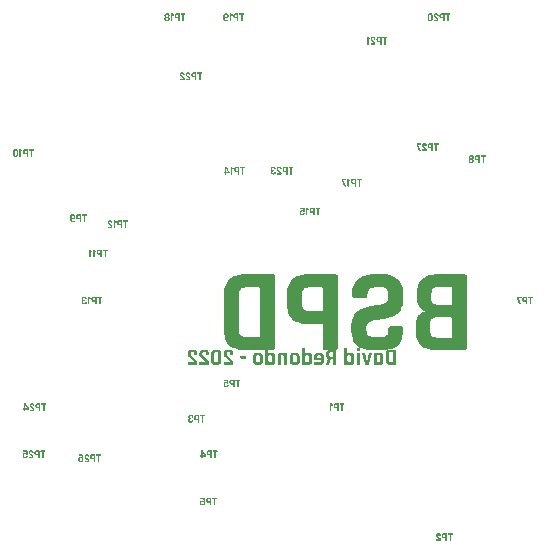
<source format=gbo>
G04*
G04 #@! TF.GenerationSoftware,Altium Limited,Altium Designer,23.9.2 (47)*
G04*
G04 Layer_Color=32896*
%FSLAX44Y44*%
%MOMM*%
G71*
G04*
G04 #@! TF.SameCoordinates,8776A3A0-EF5A-4BC1-B825-7BE02FDD750C*
G04*
G04*
G04 #@! TF.FilePolarity,Positive*
G04*
G01*
G75*
G36*
X393782Y321544D02*
X394337Y321405D01*
X394615Y320989D01*
X394893Y320711D01*
X395171Y319878D01*
Y319739D01*
Y319600D01*
Y259601D01*
X395032Y258906D01*
X394893Y258351D01*
X394476Y258073D01*
X394059Y257795D01*
X393365Y257517D01*
X368088D01*
X365310Y257656D01*
X362810Y258212D01*
X360727Y258906D01*
X359060Y259601D01*
X357671Y260434D01*
X356699Y260989D01*
X356004Y261545D01*
X355865Y261684D01*
X354477Y263351D01*
X353365Y265295D01*
X352671Y267239D01*
X352116Y269184D01*
X351838Y270989D01*
X351560Y272378D01*
Y272934D01*
Y273350D01*
Y273489D01*
Y273628D01*
Y279600D01*
X351699Y281406D01*
X351977Y282934D01*
X352393Y284184D01*
X352810Y285295D01*
X353227Y286128D01*
X353643Y286822D01*
X353921Y287100D01*
X354060Y287239D01*
X355032Y288072D01*
X356004Y288906D01*
X357115Y289461D01*
X358088Y289878D01*
X359060Y290156D01*
X359754Y290295D01*
X360310Y290434D01*
X360449D01*
X359060Y290989D01*
X357810Y291684D01*
X356838Y292378D01*
X355865Y293211D01*
X355032Y294045D01*
X354477Y295017D01*
X353504Y296822D01*
X352949Y298628D01*
X352671Y300017D01*
X352532Y300572D01*
Y300989D01*
Y301267D01*
Y301406D01*
Y305572D01*
X352671Y308350D01*
X353227Y310711D01*
X353921Y312794D01*
X354615Y314461D01*
X355449Y315850D01*
X356143Y316683D01*
X356699Y317378D01*
X356838Y317517D01*
X358643Y318905D01*
X360588Y319878D01*
X362532Y320711D01*
X364615Y321128D01*
X366282Y321405D01*
X367810Y321683D01*
X393087D01*
X393782Y321544D01*
D02*
G37*
G36*
X327393D02*
X329893Y320989D01*
X331977Y320294D01*
X333782Y319600D01*
X335171Y318766D01*
X336143Y318072D01*
X336699Y317517D01*
X336977Y317378D01*
X338366Y315711D01*
X339477Y313767D01*
X340171Y311683D01*
X340727Y309739D01*
X341004Y308072D01*
X341143Y306544D01*
X341282Y305989D01*
Y305711D01*
Y305433D01*
Y305294D01*
Y301822D01*
X341143Y299600D01*
X340866Y297656D01*
X340588Y295989D01*
X340032Y294461D01*
X339616Y293350D01*
X339338Y292378D01*
X339060Y291822D01*
X338921Y291684D01*
X337949Y290295D01*
X336977Y289184D01*
X336004Y288350D01*
X335171Y287656D01*
X334338Y287100D01*
X333643Y286684D01*
X333227Y286545D01*
X333088Y286406D01*
X330449Y285434D01*
X329199Y285156D01*
X328088Y284739D01*
X326977Y284461D01*
X326282Y284322D01*
X325727Y284184D01*
X325588D01*
X322671Y283628D01*
X321283Y283489D01*
X320171Y283350D01*
X319199Y283211D01*
X318505Y283072D01*
X317949D01*
X315588Y282656D01*
X314616Y282378D01*
X313783Y281961D01*
X313088Y281684D01*
X312533Y281406D01*
X312255Y281267D01*
X312116Y281128D01*
X311283Y280434D01*
X310727Y279739D01*
X310310Y279045D01*
X310033Y278350D01*
X309894Y277656D01*
X309755Y277100D01*
Y276823D01*
Y276684D01*
Y275573D01*
Y274184D01*
X310033Y272934D01*
X310172Y271961D01*
X310449Y271128D01*
X310727Y270573D01*
X311005Y270156D01*
X311144Y270017D01*
X311283Y269878D01*
X311977Y269462D01*
X312810Y269045D01*
X314616Y268628D01*
X315449D01*
X316144Y268489D01*
X322810Y268489D01*
X323921Y268767D01*
X324894Y268906D01*
X325727Y269184D01*
X326282Y269462D01*
X326699Y269601D01*
X326838Y269878D01*
X326977D01*
X327532Y270434D01*
X327810Y271267D01*
X328366Y272934D01*
Y273767D01*
X328505Y274461D01*
Y274878D01*
Y275017D01*
Y275850D01*
X328643Y276545D01*
X328782Y277100D01*
X329199Y277378D01*
X329477Y277656D01*
X330310Y277934D01*
X339060D01*
X339754Y277795D01*
X340310Y277656D01*
X340588Y277239D01*
X340866Y276961D01*
X341143Y276128D01*
Y275989D01*
Y275850D01*
Y273906D01*
X341004Y271128D01*
X340449Y268628D01*
X339754Y266545D01*
X338921Y264878D01*
X338227Y263489D01*
X337532Y262517D01*
X336977Y261823D01*
X336838Y261684D01*
X335032Y260295D01*
X333088Y259323D01*
X331005Y258489D01*
X329060Y258073D01*
X327255Y257795D01*
X325866Y257656D01*
X325310Y257517D01*
X313644Y257517D01*
X310866Y257656D01*
X308505Y258212D01*
X306422Y258906D01*
X304616Y259601D01*
X303366Y260434D01*
X302394Y260989D01*
X301699Y261545D01*
X301560Y261684D01*
X300033Y263489D01*
X298922Y265434D01*
X298227Y267378D01*
X297672Y269462D01*
X297394Y271128D01*
X297116Y272656D01*
Y273211D01*
Y273628D01*
Y273767D01*
Y273906D01*
Y277239D01*
X297255Y279323D01*
X297533Y281267D01*
X297811Y282934D01*
X298227Y284461D01*
X298783Y285572D01*
X299060Y286406D01*
X299338Y286961D01*
X299477Y287100D01*
X300449Y288489D01*
X301422Y289600D01*
X302394Y290572D01*
X303227Y291267D01*
X304060Y291822D01*
X304755Y292239D01*
X305172Y292517D01*
X305310D01*
X307810Y293489D01*
X310449Y294184D01*
X312949Y294739D01*
X315310Y295156D01*
X317255Y295434D01*
X318921Y295711D01*
X319477D01*
X319894Y295850D01*
X320310D01*
X321699Y295989D01*
X322949Y296267D01*
X324060Y296545D01*
X325032Y296961D01*
X325866Y297378D01*
X326560Y297934D01*
X327532Y298767D01*
X328088Y299739D01*
X328366Y300572D01*
X328505Y301128D01*
Y301267D01*
Y303211D01*
Y304739D01*
X328227Y305989D01*
X328088Y307100D01*
X327810Y307933D01*
X327532Y308489D01*
X327393Y308906D01*
X327116Y309044D01*
Y309183D01*
X326421Y309739D01*
X325588Y310017D01*
X323783Y310572D01*
X322949D01*
X322255Y310711D01*
X316283D01*
X315172Y310433D01*
X314199Y310294D01*
X313505Y310017D01*
X312949Y309739D01*
X312533Y309600D01*
X312255Y309322D01*
X311699Y308767D01*
X311422Y307933D01*
X310866Y306128D01*
Y305294D01*
X310727Y304739D01*
Y304183D01*
Y304044D01*
Y303489D01*
X310588Y302794D01*
X310310Y302239D01*
X310033Y301961D01*
X309616Y301683D01*
X308783Y301406D01*
X300033D01*
X299338Y301544D01*
X298783Y301683D01*
X298505Y302100D01*
X298227Y302517D01*
X297949Y303211D01*
Y303350D01*
Y303489D01*
Y305294D01*
X298088Y308072D01*
X298644Y310572D01*
X299338Y312656D01*
X300172Y314322D01*
X301005Y315711D01*
X301699Y316544D01*
X302255Y317239D01*
X302394Y317378D01*
X304199Y318766D01*
X306144Y319878D01*
X308227Y320572D01*
X310172Y321128D01*
X311977Y321405D01*
X313366Y321683D01*
X324616Y321683D01*
X327393Y321544D01*
D02*
G37*
G36*
X304073Y259020D02*
X304156Y258992D01*
X304267Y258853D01*
X304323Y258687D01*
Y258659D01*
Y258631D01*
Y256910D01*
X304295Y256771D01*
X304267Y256660D01*
X304212Y256605D01*
X304128Y256549D01*
X303990Y256493D01*
X302185D01*
X302046Y256521D01*
X301963Y256549D01*
X301852Y256716D01*
X301796Y256854D01*
Y256882D01*
Y256910D01*
Y258659D01*
X301824Y258798D01*
X301852Y258881D01*
X301991Y258992D01*
X302129Y259048D01*
X303934D01*
X304073Y259020D01*
D02*
G37*
G36*
X242802Y255161D02*
X242913Y255133D01*
X242968Y255050D01*
X243024Y254994D01*
X243079Y254828D01*
Y254800D01*
Y254772D01*
Y245416D01*
X243052Y245278D01*
X243024Y245167D01*
X242941Y245111D01*
X242857Y245056D01*
X242718Y245000D01*
X240969D01*
X240831Y245028D01*
X240720Y245056D01*
X240636Y245139D01*
X240581Y245222D01*
X240525Y245361D01*
Y245389D01*
Y245416D01*
Y251469D01*
X240497Y251746D01*
X240470Y251968D01*
X240386Y252190D01*
X240303Y252357D01*
X240081Y252635D01*
X239831Y252801D01*
X239581Y252912D01*
X239387Y252968D01*
X239220Y252995D01*
X238221D01*
X238027Y252940D01*
X237860Y252912D01*
X237749Y252857D01*
X237638Y252801D01*
X237582Y252773D01*
X237527Y252718D01*
X237444Y252607D01*
X237360Y252468D01*
X237277Y252163D01*
X237249Y252024D01*
Y251913D01*
Y251829D01*
Y251802D01*
Y245416D01*
X237222Y245278D01*
X237194Y245167D01*
X237111Y245111D01*
X237027Y245056D01*
X236888Y245000D01*
X235167D01*
X235028Y245028D01*
X234917Y245056D01*
X234834Y245139D01*
X234778Y245222D01*
X234723Y245361D01*
Y245389D01*
Y245416D01*
Y251913D01*
X234751Y252496D01*
X234862Y252995D01*
X235000Y253440D01*
X235223Y253801D01*
X235445Y254134D01*
X235722Y254384D01*
X236000Y254606D01*
X236278Y254772D01*
X236583Y254911D01*
X236861Y255022D01*
X237138Y255078D01*
X237360Y255133D01*
X237582Y255161D01*
X237721Y255189D01*
X238499D01*
X239026Y255133D01*
X239443Y255022D01*
X239803Y254856D01*
X240053Y254661D01*
X240248Y254439D01*
X240386Y254273D01*
X240442Y254161D01*
X240470Y254106D01*
X240525D01*
Y254772D01*
X240553Y254911D01*
X240581Y255022D01*
X240664Y255078D01*
X240747Y255133D01*
X240886Y255189D01*
X242663D01*
X242802Y255161D01*
D02*
G37*
G36*
X194412Y257798D02*
X194912Y257687D01*
X195328Y257576D01*
X195662Y257410D01*
X195939Y257271D01*
X196133Y257132D01*
X196272Y257021D01*
X196300Y256993D01*
X196578Y256660D01*
X196800Y256271D01*
X196939Y255883D01*
X197050Y255494D01*
X197105Y255133D01*
X197133Y254856D01*
X197161Y254744D01*
Y254661D01*
Y254634D01*
Y254606D01*
Y253912D01*
X197133Y253773D01*
X197077Y253662D01*
X197022Y253606D01*
X196939Y253551D01*
X196772Y253495D01*
X195023D01*
X194884Y253523D01*
X194773Y253551D01*
X194718Y253634D01*
X194662Y253717D01*
X194606Y253856D01*
Y253884D01*
Y253912D01*
Y254550D01*
Y254772D01*
X194579Y254967D01*
X194523Y255105D01*
X194468Y255244D01*
X194440Y255327D01*
X194384Y255383D01*
X194357Y255439D01*
X194246Y255522D01*
X194107Y255605D01*
X193801Y255688D01*
X193663Y255716D01*
X192524D01*
X192330Y255661D01*
X192164Y255633D01*
X192025Y255577D01*
X191914Y255522D01*
X191858Y255494D01*
X191803Y255439D01*
X191691Y255327D01*
X191636Y255189D01*
X191525Y254911D01*
Y254772D01*
X191497Y254661D01*
Y254578D01*
Y254550D01*
Y253967D01*
X191525Y253662D01*
X191636Y253356D01*
X191775Y253079D01*
X191941Y252829D01*
X192136Y252635D01*
X192274Y252496D01*
X192386Y252385D01*
X192413Y252357D01*
X196078Y249248D01*
X196411Y248942D01*
X196661Y248609D01*
X196828Y248276D01*
X196939Y247971D01*
X197022Y247721D01*
X197050Y247499D01*
X197077Y247360D01*
Y247304D01*
Y245416D01*
X197050Y245278D01*
X197022Y245167D01*
X196939Y245111D01*
X196855Y245056D01*
X196716Y245000D01*
X189443D01*
X189304Y245028D01*
X189193Y245056D01*
X189137Y245139D01*
X189082Y245222D01*
X189026Y245361D01*
Y245389D01*
Y245416D01*
Y246805D01*
X189054Y246943D01*
X189082Y247054D01*
X189165Y247110D01*
X189221Y247165D01*
X189387Y247221D01*
X194218D01*
Y247554D01*
X194190Y247721D01*
X194107Y247887D01*
X194023Y247998D01*
X193996Y248026D01*
X190220Y251219D01*
X189998Y251413D01*
X189831Y251635D01*
X189526Y252052D01*
X189304Y252496D01*
X189165Y252885D01*
X189082Y253245D01*
X189054Y253551D01*
X189026Y253662D01*
Y253745D01*
Y253773D01*
Y253801D01*
Y254606D01*
X189054Y255161D01*
X189165Y255633D01*
X189304Y256049D01*
X189443Y256383D01*
X189609Y256660D01*
X189748Y256827D01*
X189859Y256966D01*
X189887Y256993D01*
X190248Y257271D01*
X190637Y257465D01*
X191025Y257632D01*
X191442Y257715D01*
X191775Y257771D01*
X192080Y257826D01*
X193857D01*
X194412Y257798D01*
D02*
G37*
G36*
X173840D02*
X174340Y257687D01*
X174757Y257576D01*
X175090Y257410D01*
X175367Y257271D01*
X175562Y257132D01*
X175700Y257021D01*
X175728Y256993D01*
X176006Y256660D01*
X176228Y256271D01*
X176367Y255883D01*
X176478Y255494D01*
X176533Y255133D01*
X176561Y254856D01*
X176589Y254744D01*
Y254661D01*
Y254634D01*
Y254606D01*
Y253912D01*
X176561Y253773D01*
X176506Y253662D01*
X176450Y253606D01*
X176367Y253551D01*
X176200Y253495D01*
X174451D01*
X174312Y253523D01*
X174201Y253551D01*
X174146Y253634D01*
X174090Y253717D01*
X174035Y253856D01*
Y253884D01*
Y253912D01*
Y254550D01*
Y254772D01*
X174007Y254967D01*
X173951Y255105D01*
X173896Y255244D01*
X173868Y255327D01*
X173813Y255383D01*
X173785Y255439D01*
X173674Y255522D01*
X173535Y255605D01*
X173230Y255688D01*
X173091Y255716D01*
X171953D01*
X171758Y255661D01*
X171592Y255633D01*
X171453Y255577D01*
X171342Y255522D01*
X171286Y255494D01*
X171231Y255439D01*
X171120Y255327D01*
X171064Y255189D01*
X170953Y254911D01*
Y254772D01*
X170925Y254661D01*
Y254578D01*
Y254550D01*
Y253967D01*
X170953Y253662D01*
X171064Y253356D01*
X171203Y253079D01*
X171370Y252829D01*
X171564Y252635D01*
X171703Y252496D01*
X171814Y252385D01*
X171842Y252357D01*
X175506Y249248D01*
X175839Y248942D01*
X176089Y248609D01*
X176256Y248276D01*
X176367Y247971D01*
X176450Y247721D01*
X176478Y247499D01*
X176506Y247360D01*
Y247304D01*
Y245416D01*
X176478Y245278D01*
X176450Y245167D01*
X176367Y245111D01*
X176283Y245056D01*
X176145Y245000D01*
X168871D01*
X168732Y245028D01*
X168621Y245056D01*
X168566Y245139D01*
X168510Y245222D01*
X168455Y245361D01*
Y245389D01*
Y245416D01*
Y246805D01*
X168482Y246943D01*
X168510Y247054D01*
X168593Y247110D01*
X168649Y247165D01*
X168815Y247221D01*
X173646D01*
Y247554D01*
X173618Y247721D01*
X173535Y247887D01*
X173452Y247998D01*
X173424Y248026D01*
X169648Y251219D01*
X169426Y251413D01*
X169260Y251635D01*
X168954Y252052D01*
X168732Y252496D01*
X168593Y252885D01*
X168510Y253245D01*
X168482Y253551D01*
X168455Y253662D01*
Y253745D01*
Y253773D01*
Y253801D01*
Y254606D01*
X168482Y255161D01*
X168593Y255633D01*
X168732Y256049D01*
X168871Y256383D01*
X169038Y256660D01*
X169176Y256827D01*
X169287Y256966D01*
X169315Y256993D01*
X169676Y257271D01*
X170065Y257465D01*
X170453Y257632D01*
X170870Y257715D01*
X171203Y257771D01*
X171508Y257826D01*
X173285D01*
X173840Y257798D01*
D02*
G37*
G36*
X163985D02*
X164485Y257687D01*
X164901Y257576D01*
X165234Y257410D01*
X165512Y257271D01*
X165706Y257132D01*
X165845Y257021D01*
X165873Y256993D01*
X166150Y256660D01*
X166372Y256271D01*
X166511Y255883D01*
X166622Y255494D01*
X166678Y255133D01*
X166705Y254856D01*
X166733Y254744D01*
Y254661D01*
Y254634D01*
Y254606D01*
Y253912D01*
X166705Y253773D01*
X166650Y253662D01*
X166595Y253606D01*
X166511Y253551D01*
X166345Y253495D01*
X164596D01*
X164457Y253523D01*
X164346Y253551D01*
X164290Y253634D01*
X164235Y253717D01*
X164179Y253856D01*
Y253884D01*
Y253912D01*
Y254550D01*
Y254772D01*
X164151Y254967D01*
X164096Y255105D01*
X164040Y255244D01*
X164013Y255327D01*
X163957Y255383D01*
X163929Y255439D01*
X163818Y255522D01*
X163680Y255605D01*
X163374Y255688D01*
X163235Y255716D01*
X162097D01*
X161903Y255661D01*
X161736Y255633D01*
X161597Y255577D01*
X161486Y255522D01*
X161431Y255494D01*
X161375Y255439D01*
X161264Y255327D01*
X161209Y255189D01*
X161098Y254911D01*
Y254772D01*
X161070Y254661D01*
Y254578D01*
Y254550D01*
Y253967D01*
X161098Y253662D01*
X161209Y253356D01*
X161347Y253079D01*
X161514Y252829D01*
X161708Y252635D01*
X161847Y252496D01*
X161958Y252385D01*
X161986Y252357D01*
X165651Y249248D01*
X165984Y248942D01*
X166234Y248609D01*
X166400Y248276D01*
X166511Y247971D01*
X166595Y247721D01*
X166622Y247499D01*
X166650Y247360D01*
Y247304D01*
Y245416D01*
X166622Y245278D01*
X166595Y245167D01*
X166511Y245111D01*
X166428Y245056D01*
X166289Y245000D01*
X159015D01*
X158877Y245028D01*
X158765Y245056D01*
X158710Y245139D01*
X158654Y245222D01*
X158599Y245361D01*
Y245389D01*
Y245416D01*
Y246805D01*
X158627Y246943D01*
X158654Y247054D01*
X158738Y247110D01*
X158793Y247165D01*
X158960Y247221D01*
X163790D01*
Y247554D01*
X163763Y247721D01*
X163680Y247887D01*
X163596Y247998D01*
X163568Y248026D01*
X159793Y251219D01*
X159571Y251413D01*
X159404Y251635D01*
X159099Y252052D01*
X158877Y252496D01*
X158738Y252885D01*
X158654Y253245D01*
X158627Y253551D01*
X158599Y253662D01*
Y253745D01*
Y253773D01*
Y253801D01*
Y254606D01*
X158627Y255161D01*
X158738Y255633D01*
X158877Y256049D01*
X159015Y256383D01*
X159182Y256660D01*
X159321Y256827D01*
X159432Y256966D01*
X159460Y256993D01*
X159820Y257271D01*
X160209Y257465D01*
X160598Y257632D01*
X161014Y257715D01*
X161347Y257771D01*
X161653Y257826D01*
X163430D01*
X163985Y257798D01*
D02*
G37*
G36*
X207572Y252357D02*
X207682Y252329D01*
X207738Y252246D01*
X207794Y252163D01*
X207849Y252024D01*
Y251968D01*
Y251940D01*
Y250774D01*
X207821Y250636D01*
X207794Y250525D01*
X207710Y250441D01*
X207627Y250386D01*
X207488Y250330D01*
X203629D01*
X203490Y250358D01*
X203379Y250414D01*
X203324Y250469D01*
X203268Y250552D01*
X203213Y250719D01*
Y250747D01*
Y250774D01*
Y251940D01*
X203241Y252079D01*
X203268Y252190D01*
X203352Y252274D01*
X203407Y252329D01*
X203574Y252385D01*
X207433D01*
X207572Y252357D01*
D02*
G37*
G36*
X314373Y255161D02*
X314456Y255133D01*
X314512Y255050D01*
X314539Y254994D01*
Y254828D01*
Y254800D01*
Y254772D01*
X312041Y245416D01*
X311985Y245278D01*
X311902Y245167D01*
X311791Y245111D01*
X311707Y245056D01*
X311541Y245000D01*
X308959D01*
X308792Y245028D01*
X308681Y245056D01*
X308570Y245139D01*
X308515Y245222D01*
X308432Y245361D01*
X308404Y245389D01*
Y245416D01*
X305877Y254772D01*
X305850Y254911D01*
X305877Y255022D01*
X305933Y255078D01*
X305989Y255133D01*
X306127Y255189D01*
X307960D01*
X308098Y255161D01*
X308209Y255133D01*
X308376Y254994D01*
X308432Y254828D01*
X308459Y254800D01*
Y254772D01*
X310125Y247249D01*
X310264D01*
X311985Y254772D01*
X312041Y254911D01*
X312096Y255022D01*
X312180Y255078D01*
X312263Y255133D01*
X312402Y255189D01*
X314234D01*
X314373Y255161D01*
D02*
G37*
G36*
X334722Y257798D02*
X334833Y257771D01*
X334889Y257687D01*
X334944Y257632D01*
X335000Y257465D01*
Y257437D01*
Y257410D01*
Y245416D01*
X334972Y245278D01*
X334944Y245167D01*
X334861Y245111D01*
X334778Y245056D01*
X334639Y245000D01*
X329642D01*
X329087Y245028D01*
X328615Y245139D01*
X328198Y245278D01*
X327837Y245416D01*
X327588Y245583D01*
X327393Y245694D01*
X327254Y245805D01*
X327227Y245833D01*
X326921Y246194D01*
X326699Y246582D01*
X326560Y246971D01*
X326449Y247360D01*
X326394Y247721D01*
X326338Y247998D01*
Y248109D01*
Y248193D01*
Y248220D01*
Y248248D01*
Y254578D01*
X326366Y255133D01*
X326477Y255605D01*
X326616Y256022D01*
X326782Y256355D01*
X326949Y256632D01*
X327088Y256799D01*
X327199Y256938D01*
X327227Y256966D01*
X327588Y257243D01*
X327976Y257465D01*
X328365Y257604D01*
X328754Y257715D01*
X329114Y257771D01*
X329392Y257826D01*
X334584D01*
X334722Y257798D01*
D02*
G37*
G36*
X321591Y255161D02*
X322091Y255050D01*
X322507Y254911D01*
X322840Y254772D01*
X323118Y254606D01*
X323312Y254467D01*
X323451Y254356D01*
X323479Y254328D01*
X323756Y253995D01*
X323978Y253606D01*
X324117Y253190D01*
X324228Y252801D01*
X324284Y252468D01*
X324311Y252163D01*
X324339Y252052D01*
Y251996D01*
Y251940D01*
Y251913D01*
Y248248D01*
X324311Y247693D01*
X324201Y247193D01*
X324062Y246777D01*
X323895Y246444D01*
X323756Y246194D01*
X323618Y245999D01*
X323506Y245861D01*
X323479Y245833D01*
X323118Y245555D01*
X322729Y245361D01*
X322340Y245194D01*
X321924Y245111D01*
X321591Y245056D01*
X321286Y245028D01*
X321174Y245000D01*
X320564D01*
X320120Y245028D01*
X319925Y245083D01*
X319758Y245139D01*
X319592Y245167D01*
X319481Y245222D01*
X319425Y245250D01*
X319398D01*
X319203Y245361D01*
X319037Y245500D01*
X318898Y245639D01*
X318787Y245750D01*
X318704Y245861D01*
X318648Y245972D01*
X318592Y246027D01*
Y246055D01*
X318537D01*
Y245416D01*
X318509Y245278D01*
X318454Y245167D01*
X318398Y245111D01*
X318315Y245056D01*
X318148Y245000D01*
X316427D01*
X316288Y245028D01*
X316177Y245056D01*
X316094Y245139D01*
X316038Y245222D01*
X315983Y245361D01*
Y245389D01*
Y245416D01*
Y254772D01*
X316011Y254911D01*
X316038Y255022D01*
X316122Y255078D01*
X316205Y255133D01*
X316344Y255189D01*
X321036D01*
X321591Y255161D01*
D02*
G37*
G36*
X304073D02*
X304156Y255133D01*
X304267Y254994D01*
X304323Y254828D01*
Y254800D01*
Y254772D01*
Y245416D01*
X304295Y245278D01*
X304267Y245167D01*
X304184Y245111D01*
X304101Y245056D01*
X303962Y245000D01*
X302046D01*
X301935Y245028D01*
X301907Y245056D01*
X301880D01*
X301824Y245139D01*
X301796Y245278D01*
Y245361D01*
Y245416D01*
Y254772D01*
X301824Y254911D01*
X301852Y255022D01*
X301935Y255078D01*
X301991Y255133D01*
X302157Y255189D01*
X303934D01*
X304073Y255161D01*
D02*
G37*
G36*
X293440Y259020D02*
X293551Y258992D01*
X293607Y258909D01*
X293662Y258853D01*
X293718Y258687D01*
Y258659D01*
Y258631D01*
Y254106D01*
X293801D01*
X293884Y254300D01*
X294023Y254467D01*
X294273Y254717D01*
X294384Y254800D01*
X294495Y254856D01*
X294550Y254911D01*
X294578D01*
X294995Y255078D01*
X295356Y255161D01*
X295522Y255189D01*
X296577D01*
X297105Y255161D01*
X297577Y255050D01*
X297993Y254911D01*
X298326Y254772D01*
X298576Y254606D01*
X298770Y254467D01*
X298881Y254356D01*
X298909Y254328D01*
X299159Y253995D01*
X299353Y253606D01*
X299492Y253190D01*
X299575Y252801D01*
X299631Y252468D01*
X299687Y252163D01*
Y252052D01*
Y251996D01*
Y251940D01*
Y251913D01*
Y248248D01*
X299659Y247693D01*
X299575Y247193D01*
X299437Y246777D01*
X299298Y246444D01*
X299159Y246194D01*
X299020Y245999D01*
X298937Y245861D01*
X298909Y245833D01*
X298576Y245555D01*
X298215Y245361D01*
X297826Y245194D01*
X297438Y245111D01*
X297105Y245056D01*
X296827Y245028D01*
X296716Y245000D01*
X295744D01*
X295300Y245028D01*
X295106Y245083D01*
X294939Y245139D01*
X294773Y245167D01*
X294662Y245222D01*
X294606Y245250D01*
X294578D01*
X294384Y245361D01*
X294217Y245500D01*
X294079Y245639D01*
X293967Y245750D01*
X293912Y245861D01*
X293856Y245972D01*
X293801Y246027D01*
Y246055D01*
X293718D01*
Y245416D01*
X293690Y245278D01*
X293662Y245167D01*
X293579Y245111D01*
X293496Y245056D01*
X293357Y245000D01*
X291580D01*
X291441Y245028D01*
X291330Y245056D01*
X291275Y245139D01*
X291219Y245222D01*
X291164Y245361D01*
Y245389D01*
Y245416D01*
Y258631D01*
X291191Y258770D01*
X291219Y258881D01*
X291302Y258937D01*
X291358Y258992D01*
X291524Y259048D01*
X293301D01*
X293440Y259020D01*
D02*
G37*
G36*
X284338Y321544D02*
X284894Y321405D01*
X285172Y320989D01*
X285450Y320711D01*
X285727Y319878D01*
Y319739D01*
Y319600D01*
Y259601D01*
X285588Y258906D01*
X285450Y258351D01*
X285033Y258073D01*
X284616Y257795D01*
X284298Y257668D01*
X284334Y257632D01*
X284389Y257465D01*
Y257437D01*
Y257410D01*
Y245416D01*
X284362Y245278D01*
X284334Y245167D01*
X284251Y245111D01*
X284167Y245056D01*
X284029Y245000D01*
X282252D01*
X282113Y245028D01*
X282002Y245056D01*
X281946Y245139D01*
X281891Y245222D01*
X281835Y245361D01*
Y245389D01*
Y245416D01*
Y249498D01*
X281808Y249636D01*
X281724Y249692D01*
X281641Y249720D01*
X280253D01*
X278254Y245416D01*
X278171Y245250D01*
X278088Y245139D01*
X278032Y245083D01*
X278004Y245056D01*
X277838Y245028D01*
X277671Y245000D01*
X275867D01*
X275700Y245028D01*
X275589Y245083D01*
X275533Y245139D01*
X275506Y245250D01*
Y245389D01*
X275533Y245444D01*
Y245472D01*
X277671Y249914D01*
Y249997D01*
X277366Y250164D01*
X277088Y250330D01*
X276838Y250552D01*
X276644Y250774D01*
X276477Y251024D01*
X276339Y251274D01*
X276116Y251774D01*
X275978Y252246D01*
X275950Y252440D01*
X275922Y252635D01*
X275894Y252773D01*
Y252885D01*
Y252968D01*
Y252995D01*
Y254550D01*
X275922Y255105D01*
X276033Y255605D01*
X276172Y256022D01*
X276339Y256355D01*
X276505Y256632D01*
X276644Y256799D01*
X276755Y256938D01*
X276783Y256966D01*
X277144Y257243D01*
X277532Y257465D01*
X277678Y257517D01*
X275033D01*
X274339Y257656D01*
X273783Y257795D01*
X273505Y258212D01*
X273228Y258628D01*
X272950Y259323D01*
Y259462D01*
Y259601D01*
Y278489D01*
X272811Y279184D01*
X272394Y279461D01*
X271978Y279600D01*
X259200D01*
X256422Y279739D01*
X254061Y280295D01*
X251978Y280989D01*
X250172Y281684D01*
X248922Y282517D01*
X247950Y283072D01*
X247256Y283628D01*
X247117Y283767D01*
X245728Y285572D01*
X244617Y287517D01*
X243922Y289461D01*
X243367Y291406D01*
X243089Y293211D01*
X242811Y294600D01*
Y295156D01*
Y295572D01*
Y295711D01*
Y295850D01*
Y305433D01*
X242950Y308211D01*
X243506Y310572D01*
X244200Y312656D01*
X244895Y314322D01*
X245728Y315711D01*
X246422Y316544D01*
X246978Y317239D01*
X247117Y317378D01*
X248922Y318766D01*
X250867Y319878D01*
X252811Y320572D01*
X254755Y321128D01*
X256561Y321405D01*
X257950Y321683D01*
X283644D01*
X284338Y321544D01*
D02*
G37*
G36*
X271091Y255161D02*
X271591Y255050D01*
X272008Y254911D01*
X272341Y254772D01*
X272618Y254606D01*
X272813Y254467D01*
X272952Y254356D01*
X272979Y254328D01*
X273257Y253995D01*
X273479Y253606D01*
X273618Y253190D01*
X273729Y252801D01*
X273784Y252468D01*
X273812Y252163D01*
X273840Y252052D01*
Y251996D01*
Y251940D01*
Y251913D01*
Y248248D01*
X273812Y247693D01*
X273701Y247193D01*
X273562Y246777D01*
X273396Y246444D01*
X273257Y246194D01*
X273118Y245999D01*
X273007Y245861D01*
X272979Y245833D01*
X272618Y245555D01*
X272230Y245361D01*
X271841Y245194D01*
X271425Y245111D01*
X271091Y245056D01*
X270786Y245028D01*
X270675Y245000D01*
X266122D01*
X265983Y245028D01*
X265872Y245056D01*
X265844Y245083D01*
X265817D01*
X265761Y245167D01*
X265706Y245278D01*
Y245361D01*
Y245389D01*
Y246693D01*
X265733Y246832D01*
X265761Y246943D01*
X265844Y247027D01*
X265900Y247082D01*
X266066Y247138D01*
X270397D01*
X270592Y247193D01*
X270758Y247221D01*
X270869Y247276D01*
X270980Y247332D01*
X271036Y247360D01*
X271064Y247415D01*
X271091D01*
X271175Y247526D01*
X271230Y247665D01*
X271313Y247971D01*
Y248109D01*
X271341Y248193D01*
Y248276D01*
Y248304D01*
Y248748D01*
X271313Y248887D01*
X271203Y248942D01*
X271119Y248970D01*
X266094D01*
X265955Y248998D01*
X265844Y249025D01*
X265789Y249109D01*
X265733Y249192D01*
X265678Y249331D01*
Y249359D01*
Y249386D01*
Y251913D01*
X265706Y252468D01*
X265817Y252968D01*
X265955Y253384D01*
X266094Y253717D01*
X266261Y253995D01*
X266400Y254161D01*
X266511Y254300D01*
X266538Y254328D01*
X266899Y254606D01*
X267288Y254828D01*
X267677Y254967D01*
X268065Y255078D01*
X268426Y255133D01*
X268704Y255189D01*
X270536D01*
X271091Y255161D01*
D02*
G37*
G36*
X257710Y259020D02*
X257821Y258992D01*
X257877Y258909D01*
X257932Y258853D01*
X257988Y258687D01*
Y258659D01*
Y258631D01*
Y254106D01*
X258071D01*
X258154Y254300D01*
X258293Y254467D01*
X258543Y254717D01*
X258654Y254800D01*
X258765Y254856D01*
X258820Y254911D01*
X258848D01*
X259265Y255078D01*
X259626Y255161D01*
X259792Y255189D01*
X260847D01*
X261375Y255161D01*
X261847Y255050D01*
X262263Y254911D01*
X262596Y254772D01*
X262846Y254606D01*
X263040Y254467D01*
X263151Y254356D01*
X263179Y254328D01*
X263429Y253995D01*
X263623Y253606D01*
X263762Y253190D01*
X263846Y252801D01*
X263901Y252468D01*
X263957Y252163D01*
Y252052D01*
Y251996D01*
Y251940D01*
Y251913D01*
Y248248D01*
X263929Y247693D01*
X263846Y247193D01*
X263707Y246777D01*
X263568Y246444D01*
X263429Y246194D01*
X263290Y245999D01*
X263207Y245861D01*
X263179Y245833D01*
X262846Y245555D01*
X262485Y245361D01*
X262097Y245194D01*
X261708Y245111D01*
X261375Y245056D01*
X261097Y245028D01*
X260986Y245000D01*
X260014D01*
X259570Y245028D01*
X259376Y245083D01*
X259209Y245139D01*
X259043Y245167D01*
X258932Y245222D01*
X258876Y245250D01*
X258848D01*
X258654Y245361D01*
X258487Y245500D01*
X258349Y245639D01*
X258237Y245750D01*
X258182Y245861D01*
X258127Y245972D01*
X258071Y246027D01*
Y246055D01*
X257988D01*
Y245416D01*
X257960Y245278D01*
X257932Y245167D01*
X257849Y245111D01*
X257766Y245056D01*
X257627Y245000D01*
X255850D01*
X255711Y245028D01*
X255600Y245056D01*
X255545Y245139D01*
X255489Y245222D01*
X255434Y245361D01*
Y245389D01*
Y245416D01*
Y258631D01*
X255461Y258770D01*
X255489Y258881D01*
X255572Y258937D01*
X255628Y258992D01*
X255794Y259048D01*
X257571D01*
X257710Y259020D01*
D02*
G37*
G36*
X250686Y255161D02*
X251186Y255050D01*
X251602Y254911D01*
X251936Y254772D01*
X252213Y254606D01*
X252407Y254467D01*
X252546Y254356D01*
X252574Y254328D01*
X252852Y253995D01*
X253074Y253606D01*
X253213Y253190D01*
X253324Y252801D01*
X253379Y252468D01*
X253407Y252163D01*
X253435Y252052D01*
Y251996D01*
Y251940D01*
Y251913D01*
Y248248D01*
X253407Y247693D01*
X253296Y247193D01*
X253157Y246777D01*
X252990Y246444D01*
X252852Y246194D01*
X252713Y245999D01*
X252602Y245861D01*
X252574Y245833D01*
X252213Y245555D01*
X251824Y245361D01*
X251436Y245194D01*
X251019Y245111D01*
X250686Y245056D01*
X250381Y245028D01*
X250270Y245000D01*
X248354D01*
X247799Y245028D01*
X247327Y245139D01*
X246910Y245278D01*
X246550Y245416D01*
X246300Y245583D01*
X246105Y245694D01*
X245967Y245805D01*
X245939Y245833D01*
X245634Y246194D01*
X245411Y246582D01*
X245273Y246971D01*
X245161Y247360D01*
X245106Y247721D01*
X245051Y247998D01*
Y248109D01*
Y248193D01*
Y248220D01*
Y248248D01*
Y251913D01*
X245078Y252468D01*
X245189Y252968D01*
X245328Y253384D01*
X245495Y253717D01*
X245661Y253995D01*
X245800Y254161D01*
X245911Y254300D01*
X245939Y254328D01*
X246300Y254606D01*
X246688Y254828D01*
X247077Y254967D01*
X247466Y255078D01*
X247827Y255133D01*
X248104Y255189D01*
X250131D01*
X250686Y255161D01*
D02*
G37*
G36*
X231284Y321544D02*
X231839Y321405D01*
X232117Y320989D01*
X232395Y320711D01*
X232673Y319878D01*
Y319739D01*
Y319600D01*
Y259601D01*
X232534Y258906D01*
X232395Y258351D01*
X231978Y258073D01*
X231561Y257795D01*
X230867Y257517D01*
X226838D01*
Y254106D01*
X226922D01*
X227005Y254300D01*
X227144Y254467D01*
X227394Y254717D01*
X227505Y254800D01*
X227616Y254856D01*
X227671Y254911D01*
X227699D01*
X228116Y255078D01*
X228476Y255161D01*
X228643Y255189D01*
X229698D01*
X230225Y255161D01*
X230697Y255050D01*
X231114Y254911D01*
X231447Y254772D01*
X231697Y254606D01*
X231891Y254467D01*
X232002Y254356D01*
X232030Y254328D01*
X232280Y253995D01*
X232474Y253606D01*
X232613Y253190D01*
X232696Y252801D01*
X232752Y252468D01*
X232807Y252163D01*
Y252052D01*
Y251996D01*
Y251940D01*
Y251913D01*
Y248248D01*
X232780Y247693D01*
X232696Y247193D01*
X232558Y246777D01*
X232419Y246444D01*
X232280Y246194D01*
X232141Y245999D01*
X232058Y245861D01*
X232030Y245833D01*
X231697Y245555D01*
X231336Y245361D01*
X230947Y245194D01*
X230559Y245111D01*
X230225Y245056D01*
X229948Y245028D01*
X229837Y245000D01*
X228865D01*
X228421Y245028D01*
X228227Y245083D01*
X228060Y245139D01*
X227893Y245167D01*
X227782Y245222D01*
X227727Y245250D01*
X227699D01*
X227505Y245361D01*
X227338Y245500D01*
X227199Y245639D01*
X227088Y245750D01*
X227033Y245861D01*
X226977Y245972D01*
X226922Y246027D01*
Y246055D01*
X226838D01*
Y245416D01*
X226811Y245278D01*
X226783Y245167D01*
X226700Y245111D01*
X226616Y245056D01*
X226478Y245000D01*
X224701D01*
X224562Y245028D01*
X224451Y245056D01*
X224395Y245139D01*
X224340Y245222D01*
X224284Y245361D01*
Y245389D01*
Y245416D01*
Y257517D01*
X205867D01*
X203090Y257656D01*
X200728Y258212D01*
X198645Y258906D01*
X196840Y259601D01*
X195590Y260434D01*
X194617Y260989D01*
X193923Y261545D01*
X193784Y261684D01*
X192256Y263489D01*
X191145Y265434D01*
X190451Y267378D01*
X189895Y269323D01*
X189617Y271128D01*
X189340Y272517D01*
Y273073D01*
Y273489D01*
Y273628D01*
Y273767D01*
Y305433D01*
X189478Y308211D01*
X190034Y310572D01*
X190728Y312656D01*
X191562Y314322D01*
X192395Y315711D01*
X193090Y316544D01*
X193645Y317239D01*
X193784Y317378D01*
X195590Y318766D01*
X197534Y319878D01*
X199478Y320572D01*
X201423Y321128D01*
X203228Y321405D01*
X204617Y321683D01*
X230589D01*
X231284Y321544D01*
D02*
G37*
G36*
X219537Y255161D02*
X220037Y255050D01*
X220453Y254911D01*
X220786Y254772D01*
X221064Y254606D01*
X221258Y254467D01*
X221397Y254356D01*
X221425Y254328D01*
X221702Y253995D01*
X221924Y253606D01*
X222063Y253190D01*
X222174Y252801D01*
X222230Y252468D01*
X222258Y252163D01*
X222285Y252052D01*
Y251996D01*
Y251940D01*
Y251913D01*
Y248248D01*
X222258Y247693D01*
X222147Y247193D01*
X222008Y246777D01*
X221841Y246444D01*
X221702Y246194D01*
X221564Y245999D01*
X221453Y245861D01*
X221425Y245833D01*
X221064Y245555D01*
X220675Y245361D01*
X220287Y245194D01*
X219870Y245111D01*
X219537Y245056D01*
X219232Y245028D01*
X219121Y245000D01*
X217205D01*
X216650Y245028D01*
X216178Y245139D01*
X215761Y245278D01*
X215400Y245416D01*
X215151Y245583D01*
X214956Y245694D01*
X214817Y245805D01*
X214790Y245833D01*
X214484Y246194D01*
X214262Y246582D01*
X214123Y246971D01*
X214012Y247360D01*
X213957Y247721D01*
X213901Y247998D01*
Y248109D01*
Y248193D01*
Y248220D01*
Y248248D01*
Y251913D01*
X213929Y252468D01*
X214040Y252968D01*
X214179Y253384D01*
X214345Y253717D01*
X214512Y253995D01*
X214651Y254161D01*
X214762Y254300D01*
X214790Y254328D01*
X215151Y254606D01*
X215539Y254828D01*
X215928Y254967D01*
X216317Y255078D01*
X216677Y255133D01*
X216955Y255189D01*
X218982D01*
X219537Y255161D01*
D02*
G37*
G36*
X184362Y257798D02*
X184834Y257687D01*
X185251Y257576D01*
X185584Y257410D01*
X185861Y257271D01*
X186056Y257132D01*
X186195Y257021D01*
X186222Y256993D01*
X186500Y256660D01*
X186722Y256271D01*
X186861Y255855D01*
X186972Y255466D01*
X187027Y255133D01*
X187055Y254828D01*
X187083Y254717D01*
Y254661D01*
Y254606D01*
Y254578D01*
Y248248D01*
X187055Y247693D01*
X186944Y247193D01*
X186805Y246777D01*
X186639Y246444D01*
X186500Y246194D01*
X186361Y245999D01*
X186250Y245861D01*
X186222Y245833D01*
X185861Y245555D01*
X185473Y245361D01*
X185084Y245194D01*
X184695Y245111D01*
X184335Y245056D01*
X184057Y245028D01*
X183946Y245000D01*
X181808D01*
X181253Y245028D01*
X180753Y245139D01*
X180337Y245278D01*
X180004Y245416D01*
X179726Y245583D01*
X179532Y245694D01*
X179393Y245805D01*
X179365Y245833D01*
X179088Y246194D01*
X178865Y246582D01*
X178727Y246971D01*
X178615Y247360D01*
X178560Y247721D01*
X178505Y247998D01*
Y248109D01*
Y248193D01*
Y248220D01*
Y248248D01*
Y254578D01*
X178532Y255133D01*
X178643Y255605D01*
X178782Y256022D01*
X178921Y256355D01*
X179088Y256632D01*
X179226Y256799D01*
X179337Y256938D01*
X179365Y256966D01*
X179726Y257243D01*
X180115Y257465D01*
X180503Y257604D01*
X180920Y257715D01*
X181253Y257771D01*
X181558Y257826D01*
X183807D01*
X184362Y257798D01*
D02*
G37*
G36*
X359708Y432605D02*
X359958Y432550D01*
X360166Y432494D01*
X360332Y432411D01*
X360471Y432342D01*
X360568Y432272D01*
X360637Y432217D01*
X360651Y432203D01*
X360790Y432037D01*
X360901Y431843D01*
X360970Y431648D01*
X361026Y431454D01*
X361053Y431274D01*
X361067Y431135D01*
X361081Y431080D01*
Y431038D01*
Y431024D01*
Y431011D01*
Y430664D01*
X361067Y430594D01*
X361039Y430539D01*
X361012Y430511D01*
X360970Y430484D01*
X360887Y430456D01*
X360013D01*
X359944Y430470D01*
X359888Y430484D01*
X359861Y430525D01*
X359833Y430567D01*
X359805Y430636D01*
Y430650D01*
Y430664D01*
Y430983D01*
Y431094D01*
X359791Y431191D01*
X359763Y431260D01*
X359736Y431329D01*
X359722Y431371D01*
X359694Y431399D01*
X359680Y431427D01*
X359625Y431468D01*
X359556Y431510D01*
X359403Y431551D01*
X359334Y431565D01*
X358765D01*
X358668Y431538D01*
X358585Y431524D01*
X358515Y431496D01*
X358460Y431468D01*
X358432Y431454D01*
X358404Y431427D01*
X358349Y431371D01*
X358321Y431302D01*
X358266Y431163D01*
Y431094D01*
X358252Y431038D01*
Y430997D01*
Y430983D01*
Y430691D01*
X358266Y430539D01*
X358321Y430386D01*
X358391Y430248D01*
X358474Y430123D01*
X358571Y430026D01*
X358640Y429957D01*
X358696Y429901D01*
X358709Y429887D01*
X360540Y428334D01*
X360707Y428181D01*
X360831Y428015D01*
X360915Y427849D01*
X360970Y427696D01*
X361012Y427571D01*
X361026Y427460D01*
X361039Y427391D01*
Y427363D01*
Y426420D01*
X361026Y426351D01*
X361012Y426295D01*
X360970Y426268D01*
X360928Y426240D01*
X360859Y426212D01*
X357226D01*
X357156Y426226D01*
X357101Y426240D01*
X357073Y426281D01*
X357045Y426323D01*
X357018Y426392D01*
Y426406D01*
Y426420D01*
Y427113D01*
X357031Y427183D01*
X357045Y427238D01*
X357087Y427266D01*
X357115Y427294D01*
X357198Y427322D01*
X359611D01*
Y427488D01*
X359597Y427571D01*
X359556Y427654D01*
X359514Y427710D01*
X359500Y427724D01*
X357614Y429319D01*
X357503Y429416D01*
X357420Y429526D01*
X357267Y429735D01*
X357156Y429957D01*
X357087Y430151D01*
X357045Y430331D01*
X357031Y430484D01*
X357018Y430539D01*
Y430580D01*
Y430594D01*
Y430608D01*
Y431011D01*
X357031Y431288D01*
X357087Y431524D01*
X357156Y431732D01*
X357226Y431898D01*
X357309Y432037D01*
X357378Y432120D01*
X357434Y432189D01*
X357448Y432203D01*
X357628Y432342D01*
X357822Y432439D01*
X358016Y432522D01*
X358224Y432564D01*
X358391Y432592D01*
X358543Y432619D01*
X359431D01*
X359708Y432605D01*
D02*
G37*
G36*
X370969D02*
X371025Y432592D01*
X371052Y432550D01*
X371080Y432522D01*
X371108Y432439D01*
Y432425D01*
Y432411D01*
Y431732D01*
X371094Y431662D01*
X371080Y431607D01*
X371039Y431579D01*
X370997Y431551D01*
X370928Y431524D01*
X369763D01*
X369693Y431510D01*
X369666Y431468D01*
X369652Y431427D01*
Y431413D01*
Y426420D01*
X369638Y426351D01*
X369610Y426295D01*
X369582Y426268D01*
X369541Y426240D01*
X369458Y426212D01*
X368584D01*
X368515Y426226D01*
X368459Y426240D01*
X368431Y426281D01*
X368404Y426323D01*
X368376Y426392D01*
Y426406D01*
Y426420D01*
Y431413D01*
X368362Y431482D01*
X368320Y431510D01*
X368279Y431524D01*
X367128D01*
X367058Y431538D01*
X367003Y431551D01*
X366961Y431593D01*
X366934Y431634D01*
X366906Y431704D01*
Y431718D01*
Y431732D01*
Y432411D01*
X366920Y432481D01*
X366934Y432536D01*
X366975Y432564D01*
X367017Y432592D01*
X367086Y432619D01*
X370900D01*
X370969Y432605D01*
D02*
G37*
G36*
X366018D02*
X366074Y432592D01*
X366101Y432550D01*
X366129Y432522D01*
X366157Y432439D01*
Y432425D01*
Y432411D01*
Y426420D01*
X366143Y426351D01*
X366129Y426295D01*
X366087Y426268D01*
X366046Y426240D01*
X365977Y426212D01*
X365089D01*
X365020Y426226D01*
X364964Y426240D01*
X364936Y426281D01*
X364909Y426323D01*
X364881Y426392D01*
Y426406D01*
Y426420D01*
Y428306D01*
X364867Y428376D01*
X364826Y428403D01*
X364784Y428417D01*
X363508D01*
X363231Y428431D01*
X362995Y428486D01*
X362787Y428556D01*
X362607Y428625D01*
X362482Y428708D01*
X362385Y428764D01*
X362315Y428819D01*
X362301Y428833D01*
X362163Y429013D01*
X362052Y429208D01*
X361982Y429402D01*
X361927Y429596D01*
X361899Y429776D01*
X361871Y429915D01*
Y429970D01*
Y430012D01*
Y430026D01*
Y430040D01*
Y430997D01*
X361885Y431274D01*
X361941Y431510D01*
X362010Y431718D01*
X362080Y431884D01*
X362163Y432023D01*
X362232Y432106D01*
X362288Y432175D01*
X362301Y432189D01*
X362482Y432328D01*
X362676Y432439D01*
X362870Y432508D01*
X363064Y432564D01*
X363245Y432592D01*
X363383Y432619D01*
X365949D01*
X366018Y432605D01*
D02*
G37*
G36*
X356255D02*
X356310Y432592D01*
X356338Y432550D01*
X356366Y432522D01*
X356394Y432439D01*
Y432425D01*
Y432411D01*
Y431676D01*
X356380Y431607D01*
X356366Y431551D01*
X356324Y431524D01*
X356283Y431496D01*
X356213Y431468D01*
X353828D01*
X355936Y426420D01*
X355964Y426351D01*
Y426295D01*
Y426268D01*
Y426254D01*
X355922Y426226D01*
X355880Y426212D01*
X354896D01*
X354799Y426226D01*
X354729Y426240D01*
X354674Y426268D01*
X354618Y426309D01*
X354563Y426365D01*
X354549Y426378D01*
Y426392D01*
X352621Y431038D01*
X352538Y431260D01*
X352510Y431357D01*
X352496Y431440D01*
X352483Y431496D01*
Y431538D01*
Y431565D01*
Y431579D01*
Y432411D01*
X352496Y432481D01*
X352510Y432536D01*
X352552Y432564D01*
X352580Y432592D01*
X352663Y432619D01*
X356185D01*
X356255Y432605D01*
D02*
G37*
G36*
X73958Y169207D02*
X74208Y169152D01*
X74416Y169096D01*
X74582Y169013D01*
X74721Y168944D01*
X74818Y168874D01*
X74887Y168819D01*
X74901Y168805D01*
X75040Y168639D01*
X75151Y168445D01*
X75220Y168250D01*
X75276Y168056D01*
X75303Y167876D01*
X75317Y167737D01*
X75331Y167682D01*
Y167640D01*
Y167626D01*
Y167612D01*
Y167266D01*
X75317Y167196D01*
X75289Y167141D01*
X75262Y167113D01*
X75220Y167085D01*
X75137Y167058D01*
X74263D01*
X74194Y167072D01*
X74138Y167085D01*
X74111Y167127D01*
X74083Y167169D01*
X74055Y167238D01*
Y167252D01*
Y167266D01*
Y167585D01*
Y167696D01*
X74041Y167793D01*
X74014Y167862D01*
X73986Y167931D01*
X73972Y167973D01*
X73944Y168001D01*
X73930Y168029D01*
X73875Y168070D01*
X73805Y168112D01*
X73653Y168153D01*
X73584Y168167D01*
X73015D01*
X72918Y168139D01*
X72835Y168126D01*
X72765Y168098D01*
X72710Y168070D01*
X72682Y168056D01*
X72654Y168029D01*
X72599Y167973D01*
X72571Y167904D01*
X72516Y167765D01*
Y167696D01*
X72502Y167640D01*
Y167599D01*
Y167585D01*
Y167293D01*
X72516Y167141D01*
X72571Y166988D01*
X72641Y166850D01*
X72724Y166725D01*
X72821Y166628D01*
X72890Y166558D01*
X72946Y166503D01*
X72959Y166489D01*
X74790Y164936D01*
X74957Y164783D01*
X75081Y164617D01*
X75165Y164450D01*
X75220Y164298D01*
X75262Y164173D01*
X75276Y164062D01*
X75289Y163993D01*
Y163965D01*
Y163022D01*
X75276Y162953D01*
X75262Y162897D01*
X75220Y162869D01*
X75178Y162842D01*
X75109Y162814D01*
X71476D01*
X71406Y162828D01*
X71351Y162842D01*
X71323Y162883D01*
X71295Y162925D01*
X71268Y162994D01*
Y163008D01*
Y163022D01*
Y163715D01*
X71281Y163785D01*
X71295Y163840D01*
X71337Y163868D01*
X71365Y163896D01*
X71448Y163923D01*
X73861D01*
Y164090D01*
X73847Y164173D01*
X73805Y164256D01*
X73764Y164312D01*
X73750Y164326D01*
X71864Y165921D01*
X71753Y166018D01*
X71670Y166129D01*
X71517Y166337D01*
X71406Y166558D01*
X71337Y166753D01*
X71295Y166933D01*
X71281Y167085D01*
X71268Y167141D01*
Y167183D01*
Y167196D01*
Y167210D01*
Y167612D01*
X71281Y167890D01*
X71337Y168126D01*
X71406Y168334D01*
X71476Y168500D01*
X71559Y168639D01*
X71628Y168722D01*
X71684Y168791D01*
X71698Y168805D01*
X71878Y168944D01*
X72072Y169041D01*
X72266Y169124D01*
X72474Y169166D01*
X72641Y169193D01*
X72793Y169221D01*
X73681D01*
X73958Y169207D01*
D02*
G37*
G36*
X85219D02*
X85275Y169193D01*
X85302Y169152D01*
X85330Y169124D01*
X85358Y169041D01*
Y169027D01*
Y169013D01*
Y168334D01*
X85344Y168264D01*
X85330Y168209D01*
X85288Y168181D01*
X85247Y168153D01*
X85178Y168126D01*
X84013D01*
X83943Y168112D01*
X83916Y168070D01*
X83902Y168029D01*
Y168015D01*
Y163022D01*
X83888Y162953D01*
X83860Y162897D01*
X83832Y162869D01*
X83791Y162842D01*
X83708Y162814D01*
X82834D01*
X82765Y162828D01*
X82709Y162842D01*
X82681Y162883D01*
X82654Y162925D01*
X82626Y162994D01*
Y163008D01*
Y163022D01*
Y168015D01*
X82612Y168084D01*
X82570Y168112D01*
X82529Y168126D01*
X81378D01*
X81308Y168139D01*
X81253Y168153D01*
X81211Y168195D01*
X81184Y168237D01*
X81156Y168306D01*
Y168320D01*
Y168334D01*
Y169013D01*
X81170Y169083D01*
X81184Y169138D01*
X81225Y169166D01*
X81267Y169193D01*
X81336Y169221D01*
X85150D01*
X85219Y169207D01*
D02*
G37*
G36*
X80268D02*
X80324Y169193D01*
X80351Y169152D01*
X80379Y169124D01*
X80407Y169041D01*
Y169027D01*
Y169013D01*
Y163022D01*
X80393Y162953D01*
X80379Y162897D01*
X80337Y162869D01*
X80296Y162842D01*
X80227Y162814D01*
X79339D01*
X79270Y162828D01*
X79214Y162842D01*
X79186Y162883D01*
X79159Y162925D01*
X79131Y162994D01*
Y163008D01*
Y163022D01*
Y164908D01*
X79117Y164977D01*
X79075Y165005D01*
X79034Y165019D01*
X77758D01*
X77481Y165033D01*
X77245Y165088D01*
X77037Y165158D01*
X76856Y165227D01*
X76732Y165310D01*
X76635Y165366D01*
X76565Y165421D01*
X76551Y165435D01*
X76413Y165615D01*
X76302Y165810D01*
X76233Y166004D01*
X76177Y166198D01*
X76149Y166378D01*
X76122Y166517D01*
Y166572D01*
Y166614D01*
Y166628D01*
Y166642D01*
Y167599D01*
X76135Y167876D01*
X76191Y168112D01*
X76260Y168320D01*
X76329Y168486D01*
X76413Y168625D01*
X76482Y168708D01*
X76538Y168777D01*
X76551Y168791D01*
X76732Y168930D01*
X76926Y169041D01*
X77120Y169110D01*
X77314Y169166D01*
X77495Y169193D01*
X77633Y169221D01*
X80199D01*
X80268Y169207D01*
D02*
G37*
G36*
X68938D02*
X69187Y169152D01*
X69395Y169096D01*
X69562Y169013D01*
X69700Y168944D01*
X69798Y168874D01*
X69867Y168819D01*
X69881Y168805D01*
X70019Y168639D01*
X70130Y168445D01*
X70200Y168237D01*
X70255Y168042D01*
X70283Y167876D01*
X70297Y167723D01*
X70311Y167668D01*
Y167640D01*
Y167612D01*
Y167599D01*
Y164437D01*
X70297Y164159D01*
X70241Y163910D01*
X70172Y163702D01*
X70089Y163535D01*
X70019Y163410D01*
X69950Y163313D01*
X69895Y163244D01*
X69881Y163230D01*
X69700Y163091D01*
X69506Y162994D01*
X69312Y162911D01*
X69104Y162869D01*
X68938Y162842D01*
X68785Y162828D01*
X68730Y162814D01*
X67689D01*
X67412Y162828D01*
X67162Y162883D01*
X66954Y162953D01*
X66788Y163022D01*
X66649Y163105D01*
X66552Y163161D01*
X66483Y163216D01*
X66469Y163230D01*
X66330Y163396D01*
X66220Y163591D01*
X66150Y163799D01*
X66095Y163993D01*
X66067Y164159D01*
X66039Y164312D01*
Y164367D01*
Y164409D01*
Y164423D01*
Y164437D01*
Y165241D01*
X66053Y165518D01*
X66108Y165768D01*
X66178Y165976D01*
X66247Y166142D01*
X66330Y166281D01*
X66400Y166364D01*
X66455Y166434D01*
X66469Y166448D01*
X66649Y166586D01*
X66844Y166697D01*
X67038Y166766D01*
X67246Y166822D01*
X67412Y166850D01*
X67565Y166877D01*
X69049D01*
Y167543D01*
Y167654D01*
X69021Y167751D01*
X69007Y167820D01*
X68979Y167890D01*
X68952Y167931D01*
X68938Y167959D01*
X68910Y167987D01*
X68854Y168029D01*
X68785Y168070D01*
X68633Y168112D01*
X68563Y168126D01*
X66622D01*
X66552Y168139D01*
X66497Y168153D01*
X66469Y168195D01*
X66441Y168237D01*
X66414Y168306D01*
Y168320D01*
Y168334D01*
Y169013D01*
X66427Y169083D01*
X66441Y169138D01*
X66483Y169166D01*
X66511Y169193D01*
X66594Y169221D01*
X68660D01*
X68938Y169207D01*
D02*
G37*
G36*
X26714Y172509D02*
X26964Y172454D01*
X27172Y172398D01*
X27338Y172315D01*
X27477Y172246D01*
X27574Y172176D01*
X27643Y172121D01*
X27657Y172107D01*
X27796Y171941D01*
X27907Y171747D01*
X27976Y171552D01*
X28031Y171358D01*
X28059Y171178D01*
X28073Y171039D01*
X28087Y170984D01*
Y170942D01*
Y170928D01*
Y170914D01*
Y170568D01*
X28073Y170498D01*
X28045Y170443D01*
X28018Y170415D01*
X27976Y170387D01*
X27893Y170360D01*
X27019D01*
X26950Y170374D01*
X26894Y170387D01*
X26867Y170429D01*
X26839Y170471D01*
X26811Y170540D01*
Y170554D01*
Y170568D01*
Y170887D01*
Y170998D01*
X26797Y171095D01*
X26769Y171164D01*
X26742Y171233D01*
X26728Y171275D01*
X26700Y171303D01*
X26686Y171331D01*
X26631Y171372D01*
X26562Y171414D01*
X26409Y171455D01*
X26340Y171469D01*
X25771D01*
X25674Y171441D01*
X25591Y171428D01*
X25521Y171400D01*
X25466Y171372D01*
X25438Y171358D01*
X25410Y171331D01*
X25355Y171275D01*
X25327Y171206D01*
X25272Y171067D01*
Y170998D01*
X25258Y170942D01*
Y170901D01*
Y170887D01*
Y170595D01*
X25272Y170443D01*
X25327Y170290D01*
X25396Y170152D01*
X25480Y170027D01*
X25577Y169930D01*
X25646Y169860D01*
X25702Y169805D01*
X25715Y169791D01*
X27546Y168238D01*
X27713Y168085D01*
X27837Y167919D01*
X27921Y167752D01*
X27976Y167600D01*
X28018Y167475D01*
X28031Y167364D01*
X28045Y167295D01*
Y167267D01*
Y166324D01*
X28031Y166255D01*
X28018Y166199D01*
X27976Y166171D01*
X27935Y166144D01*
X27865Y166116D01*
X24232D01*
X24162Y166130D01*
X24107Y166144D01*
X24079Y166185D01*
X24051Y166227D01*
X24024Y166296D01*
Y166310D01*
Y166324D01*
Y167017D01*
X24037Y167087D01*
X24051Y167142D01*
X24093Y167170D01*
X24121Y167198D01*
X24204Y167225D01*
X26617D01*
Y167392D01*
X26603Y167475D01*
X26562Y167558D01*
X26520Y167614D01*
X26506Y167628D01*
X24620Y169223D01*
X24509Y169320D01*
X24426Y169431D01*
X24273Y169639D01*
X24162Y169860D01*
X24093Y170055D01*
X24051Y170235D01*
X24037Y170387D01*
X24024Y170443D01*
Y170485D01*
Y170498D01*
Y170512D01*
Y170914D01*
X24037Y171192D01*
X24093Y171428D01*
X24162Y171636D01*
X24232Y171802D01*
X24315Y171941D01*
X24384Y172024D01*
X24440Y172093D01*
X24453Y172107D01*
X24634Y172246D01*
X24828Y172343D01*
X25022Y172426D01*
X25230Y172468D01*
X25396Y172495D01*
X25549Y172523D01*
X26437D01*
X26714Y172509D01*
D02*
G37*
G36*
X22900D02*
X22956Y172495D01*
X22997Y172454D01*
X23025Y172426D01*
X23053Y172343D01*
Y172329D01*
Y172315D01*
Y169153D01*
X23039Y169084D01*
X23011Y169042D01*
X22942Y168987D01*
X22859Y168959D01*
X22013D01*
X21957Y168973D01*
X21902Y168987D01*
X21805Y169070D01*
X21749Y169139D01*
X21721Y169153D01*
Y169167D01*
X21666Y169236D01*
X21597Y169292D01*
X21541Y169320D01*
X21472Y169347D01*
X21416Y169361D01*
X21375Y169375D01*
X20737D01*
X20626Y169347D01*
X20529Y169333D01*
X20459Y169306D01*
X20418Y169278D01*
X20376Y169250D01*
X20348Y169236D01*
Y169223D01*
X20293Y169153D01*
X20265Y169070D01*
X20210Y168876D01*
Y168779D01*
X20196Y168709D01*
Y168654D01*
Y168640D01*
Y167752D01*
Y167642D01*
X20224Y167544D01*
X20238Y167461D01*
X20265Y167406D01*
X20293Y167350D01*
X20321Y167323D01*
X20335Y167309D01*
X20348Y167295D01*
X20418Y167253D01*
X20487Y167225D01*
X20640Y167184D01*
X20709D01*
X20765Y167170D01*
X21402D01*
X21486Y167184D01*
X21569Y167212D01*
X21624Y167239D01*
X21680Y167253D01*
X21708Y167281D01*
X21735Y167295D01*
X21777Y167350D01*
X21818Y167420D01*
X21860Y167572D01*
Y167642D01*
X21874Y167697D01*
Y167739D01*
Y167752D01*
Y167933D01*
X21888Y168002D01*
X21902Y168058D01*
X21943Y168099D01*
X21971Y168127D01*
X22054Y168155D01*
X22928D01*
X22997Y168141D01*
X23053Y168127D01*
X23080Y168085D01*
X23108Y168044D01*
X23136Y167974D01*
Y167947D01*
Y167933D01*
Y167739D01*
X23122Y167461D01*
X23067Y167212D01*
X22997Y167004D01*
X22914Y166837D01*
X22845Y166712D01*
X22775Y166615D01*
X22720Y166546D01*
X22706Y166532D01*
X22526Y166393D01*
X22332Y166296D01*
X22137Y166213D01*
X21929Y166171D01*
X21763Y166144D01*
X21611Y166130D01*
X21555Y166116D01*
X20612D01*
X20335Y166130D01*
X20099Y166185D01*
X19891Y166255D01*
X19711Y166324D01*
X19586Y166407D01*
X19489Y166463D01*
X19419Y166518D01*
X19405Y166532D01*
X19267Y166712D01*
X19156Y166907D01*
X19086Y167101D01*
X19031Y167295D01*
X19003Y167475D01*
X18975Y167614D01*
Y167669D01*
Y167711D01*
Y167725D01*
Y167739D01*
Y168834D01*
X18989Y169112D01*
X19045Y169347D01*
X19114Y169555D01*
X19211Y169736D01*
X19336Y169888D01*
X19461Y170013D01*
X19600Y170110D01*
X19738Y170193D01*
X19891Y170263D01*
X20029Y170304D01*
X20154Y170346D01*
X20279Y170360D01*
X20376Y170374D01*
X20445Y170387D01*
X20945D01*
X21167Y170360D01*
X21361Y170304D01*
X21500Y170235D01*
X21611Y170138D01*
X21694Y170041D01*
X21735Y169971D01*
X21763Y169916D01*
X21777Y169888D01*
Y171358D01*
X19364D01*
X19294Y171372D01*
X19239Y171386D01*
X19211Y171428D01*
X19183Y171469D01*
X19156Y171539D01*
Y171552D01*
Y171566D01*
Y172315D01*
X19170Y172384D01*
X19183Y172440D01*
X19225Y172468D01*
X19253Y172495D01*
X19336Y172523D01*
X22831D01*
X22900Y172509D01*
D02*
G37*
G36*
X37975D02*
X38031Y172495D01*
X38058Y172454D01*
X38086Y172426D01*
X38114Y172343D01*
Y172329D01*
Y172315D01*
Y171636D01*
X38100Y171566D01*
X38086Y171511D01*
X38045Y171483D01*
X38003Y171455D01*
X37934Y171428D01*
X36769D01*
X36699Y171414D01*
X36672Y171372D01*
X36658Y171331D01*
Y171317D01*
Y166324D01*
X36644Y166255D01*
X36616Y166199D01*
X36588Y166171D01*
X36547Y166144D01*
X36463Y166116D01*
X35590D01*
X35521Y166130D01*
X35465Y166144D01*
X35437Y166185D01*
X35410Y166227D01*
X35382Y166296D01*
Y166310D01*
Y166324D01*
Y171317D01*
X35368Y171386D01*
X35326Y171414D01*
X35285Y171428D01*
X34134D01*
X34064Y171441D01*
X34009Y171455D01*
X33967Y171497D01*
X33939Y171539D01*
X33912Y171608D01*
Y171622D01*
Y171636D01*
Y172315D01*
X33926Y172384D01*
X33939Y172440D01*
X33981Y172468D01*
X34023Y172495D01*
X34092Y172523D01*
X37906D01*
X37975Y172509D01*
D02*
G37*
G36*
X33024D02*
X33080Y172495D01*
X33107Y172454D01*
X33135Y172426D01*
X33163Y172343D01*
Y172329D01*
Y172315D01*
Y166324D01*
X33149Y166255D01*
X33135Y166199D01*
X33094Y166171D01*
X33052Y166144D01*
X32983Y166116D01*
X32095D01*
X32026Y166130D01*
X31970Y166144D01*
X31942Y166185D01*
X31915Y166227D01*
X31887Y166296D01*
Y166310D01*
Y166324D01*
Y168210D01*
X31873Y168279D01*
X31832Y168307D01*
X31790Y168321D01*
X30514D01*
X30237Y168335D01*
X30001Y168390D01*
X29793Y168460D01*
X29613Y168529D01*
X29488Y168612D01*
X29391Y168668D01*
X29321Y168723D01*
X29307Y168737D01*
X29169Y168917D01*
X29058Y169112D01*
X28988Y169306D01*
X28933Y169500D01*
X28905Y169680D01*
X28877Y169819D01*
Y169874D01*
Y169916D01*
Y169930D01*
Y169944D01*
Y170901D01*
X28891Y171178D01*
X28947Y171414D01*
X29016Y171622D01*
X29086Y171788D01*
X29169Y171927D01*
X29238Y172010D01*
X29294Y172079D01*
X29307Y172093D01*
X29488Y172232D01*
X29682Y172343D01*
X29876Y172412D01*
X30070Y172468D01*
X30250Y172495D01*
X30389Y172523D01*
X32955D01*
X33024Y172509D01*
D02*
G37*
G36*
X27476Y212387D02*
X27726Y212332D01*
X27934Y212276D01*
X28100Y212193D01*
X28239Y212124D01*
X28336Y212055D01*
X28405Y211999D01*
X28419Y211985D01*
X28558Y211819D01*
X28669Y211625D01*
X28738Y211430D01*
X28793Y211236D01*
X28821Y211056D01*
X28835Y210917D01*
X28849Y210862D01*
Y210820D01*
Y210806D01*
Y210793D01*
Y210446D01*
X28835Y210376D01*
X28807Y210321D01*
X28780Y210293D01*
X28738Y210266D01*
X28655Y210238D01*
X27781D01*
X27712Y210252D01*
X27656Y210266D01*
X27629Y210307D01*
X27601Y210349D01*
X27573Y210418D01*
Y210432D01*
Y210446D01*
Y210765D01*
Y210876D01*
X27559Y210973D01*
X27531Y211042D01*
X27504Y211111D01*
X27490Y211153D01*
X27462Y211181D01*
X27448Y211208D01*
X27393Y211250D01*
X27324Y211292D01*
X27171Y211333D01*
X27102Y211347D01*
X26533D01*
X26436Y211320D01*
X26353Y211306D01*
X26283Y211278D01*
X26228Y211250D01*
X26200Y211236D01*
X26172Y211208D01*
X26117Y211153D01*
X26089Y211084D01*
X26034Y210945D01*
Y210876D01*
X26020Y210820D01*
Y210779D01*
Y210765D01*
Y210473D01*
X26034Y210321D01*
X26089Y210168D01*
X26158Y210030D01*
X26242Y209905D01*
X26339Y209808D01*
X26408Y209739D01*
X26464Y209683D01*
X26477Y209669D01*
X28308Y208116D01*
X28475Y207963D01*
X28599Y207797D01*
X28683Y207631D01*
X28738Y207478D01*
X28780Y207353D01*
X28793Y207242D01*
X28807Y207173D01*
Y207145D01*
Y206202D01*
X28793Y206133D01*
X28780Y206077D01*
X28738Y206049D01*
X28696Y206022D01*
X28627Y205994D01*
X24994D01*
X24924Y206008D01*
X24869Y206022D01*
X24841Y206063D01*
X24813Y206105D01*
X24786Y206174D01*
Y206188D01*
Y206202D01*
Y206895D01*
X24799Y206965D01*
X24813Y207020D01*
X24855Y207048D01*
X24883Y207076D01*
X24966Y207104D01*
X27379D01*
Y207270D01*
X27365Y207353D01*
X27324Y207436D01*
X27282Y207492D01*
X27268Y207506D01*
X25382Y209100D01*
X25271Y209198D01*
X25188Y209308D01*
X25035Y209517D01*
X24924Y209739D01*
X24855Y209933D01*
X24813Y210113D01*
X24799Y210266D01*
X24786Y210321D01*
Y210362D01*
Y210376D01*
Y210390D01*
Y210793D01*
X24799Y211070D01*
X24855Y211306D01*
X24924Y211514D01*
X24994Y211680D01*
X25077Y211819D01*
X25146Y211902D01*
X25202Y211971D01*
X25215Y211985D01*
X25396Y212124D01*
X25590Y212221D01*
X25784Y212304D01*
X25992Y212346D01*
X26158Y212374D01*
X26311Y212401D01*
X27199D01*
X27476Y212387D01*
D02*
G37*
G36*
X38737D02*
X38793Y212374D01*
X38820Y212332D01*
X38848Y212304D01*
X38876Y212221D01*
Y212207D01*
Y212193D01*
Y211514D01*
X38862Y211444D01*
X38848Y211389D01*
X38807Y211361D01*
X38765Y211333D01*
X38696Y211306D01*
X37531D01*
X37461Y211292D01*
X37434Y211250D01*
X37420Y211208D01*
Y211195D01*
Y206202D01*
X37406Y206133D01*
X37378Y206077D01*
X37350Y206049D01*
X37309Y206022D01*
X37225Y205994D01*
X36352D01*
X36282Y206008D01*
X36227Y206022D01*
X36199Y206063D01*
X36172Y206105D01*
X36144Y206174D01*
Y206188D01*
Y206202D01*
Y211195D01*
X36130Y211264D01*
X36088Y211292D01*
X36047Y211306D01*
X34896D01*
X34826Y211320D01*
X34771Y211333D01*
X34729Y211375D01*
X34701Y211416D01*
X34674Y211486D01*
Y211500D01*
Y211514D01*
Y212193D01*
X34688Y212262D01*
X34701Y212318D01*
X34743Y212346D01*
X34785Y212374D01*
X34854Y212401D01*
X38668D01*
X38737Y212387D01*
D02*
G37*
G36*
X33786D02*
X33842Y212374D01*
X33869Y212332D01*
X33897Y212304D01*
X33925Y212221D01*
Y212207D01*
Y212193D01*
Y206202D01*
X33911Y206133D01*
X33897Y206077D01*
X33856Y206049D01*
X33814Y206022D01*
X33745Y205994D01*
X32857D01*
X32788Y206008D01*
X32732Y206022D01*
X32704Y206063D01*
X32677Y206105D01*
X32649Y206174D01*
Y206188D01*
Y206202D01*
Y208088D01*
X32635Y208158D01*
X32594Y208185D01*
X32552Y208199D01*
X31276D01*
X30999Y208213D01*
X30763Y208268D01*
X30555Y208338D01*
X30375Y208407D01*
X30250Y208490D01*
X30153Y208546D01*
X30083Y208601D01*
X30069Y208615D01*
X29931Y208795D01*
X29820Y208990D01*
X29750Y209184D01*
X29695Y209378D01*
X29667Y209558D01*
X29639Y209697D01*
Y209752D01*
Y209794D01*
Y209808D01*
Y209822D01*
Y210779D01*
X29653Y211056D01*
X29709Y211292D01*
X29778Y211500D01*
X29848Y211666D01*
X29931Y211805D01*
X30000Y211888D01*
X30056Y211957D01*
X30069Y211971D01*
X30250Y212110D01*
X30444Y212221D01*
X30638Y212290D01*
X30832Y212346D01*
X31012Y212374D01*
X31151Y212401D01*
X33717D01*
X33786Y212387D01*
D02*
G37*
G36*
X21610D02*
X21679Y212374D01*
X21734Y212346D01*
X21748Y212332D01*
X21818Y212276D01*
X21873Y212193D01*
X21915Y212124D01*
X21929Y212110D01*
Y212096D01*
X23926Y208407D01*
X23981Y208255D01*
X24009Y208088D01*
X24023Y208019D01*
Y207963D01*
Y207922D01*
Y207908D01*
Y207519D01*
X24009Y207409D01*
X23967Y207325D01*
X23940Y207270D01*
X23926Y207256D01*
X23829Y207201D01*
X23745Y207173D01*
X23676Y207159D01*
X21180D01*
Y206202D01*
X21166Y206133D01*
X21138Y206077D01*
X21110Y206049D01*
X21069Y206022D01*
X20986Y205994D01*
X20181D01*
X20112Y206008D01*
X20056Y206022D01*
X20043Y206036D01*
X20029D01*
X20001Y206077D01*
X19987Y206133D01*
Y206188D01*
Y206202D01*
Y207159D01*
X19266D01*
X19197Y207173D01*
X19155Y207201D01*
X19100Y207270D01*
X19072Y207353D01*
Y207367D01*
Y207381D01*
Y208060D01*
X19086Y208130D01*
X19100Y208171D01*
X19169Y208227D01*
X19238Y208255D01*
X19987D01*
Y212041D01*
X20001Y212152D01*
X20043Y212235D01*
X20084Y212290D01*
X20098Y212304D01*
X20181Y212360D01*
X20264Y212387D01*
X20334Y212401D01*
X21499D01*
X21610Y212387D01*
D02*
G37*
G36*
X231904Y412539D02*
X232154Y412484D01*
X232362Y412428D01*
X232528Y412345D01*
X232667Y412276D01*
X232764Y412206D01*
X232833Y412151D01*
X232847Y412137D01*
X232986Y411971D01*
X233097Y411777D01*
X233166Y411582D01*
X233222Y411388D01*
X233249Y411208D01*
X233263Y411069D01*
X233277Y411014D01*
Y410972D01*
Y410958D01*
Y410945D01*
Y410667D01*
X233263Y410598D01*
X233249Y410542D01*
X233208Y410514D01*
X233166Y410487D01*
X233097Y410459D01*
X232223D01*
X232154Y410473D01*
X232098Y410487D01*
X232057Y410528D01*
X232029Y410570D01*
X232001Y410639D01*
Y410653D01*
Y410667D01*
Y410917D01*
Y411028D01*
X231987Y411125D01*
X231960Y411194D01*
X231932Y411263D01*
X231918Y411305D01*
X231890Y411333D01*
X231877Y411361D01*
X231821Y411402D01*
X231752Y411444D01*
X231613Y411485D01*
X231544Y411499D01*
X230836D01*
X230739Y411471D01*
X230656Y411458D01*
X230587Y411430D01*
X230531Y411402D01*
X230504Y411388D01*
X230476Y411361D01*
X230420Y411305D01*
X230393Y411236D01*
X230337Y411097D01*
Y411028D01*
X230323Y410972D01*
Y410931D01*
Y410917D01*
Y410459D01*
Y410348D01*
X230351Y410251D01*
X230365Y410168D01*
X230393Y410112D01*
X230420Y410057D01*
X230448Y410029D01*
X230462Y410015D01*
X230476Y410001D01*
X230531Y409960D01*
X230601Y409932D01*
X230767Y409891D01*
X230836D01*
X230892Y409877D01*
X231460D01*
X231530Y409863D01*
X231585Y409849D01*
X231613Y409807D01*
X231641Y409766D01*
X231668Y409696D01*
Y409669D01*
Y409655D01*
Y409058D01*
X231655Y408989D01*
X231641Y408933D01*
X231599Y408906D01*
X231558Y408878D01*
X231488Y408850D01*
X230836D01*
X230739Y408823D01*
X230656Y408809D01*
X230587Y408781D01*
X230531Y408753D01*
X230504Y408739D01*
X230476Y408712D01*
X230420Y408656D01*
X230393Y408587D01*
X230337Y408434D01*
Y408379D01*
X230323Y408323D01*
Y408282D01*
Y408268D01*
Y407783D01*
Y407672D01*
X230351Y407574D01*
X230365Y407491D01*
X230393Y407436D01*
X230420Y407380D01*
X230448Y407353D01*
X230462Y407339D01*
X230476Y407325D01*
X230531Y407283D01*
X230601Y407256D01*
X230767Y407214D01*
X230836D01*
X230892Y407200D01*
X231544D01*
X231641Y407214D01*
X231710Y407242D01*
X231779Y407269D01*
X231821Y407283D01*
X231849Y407311D01*
X231877Y407325D01*
X231918Y407380D01*
X231946Y407450D01*
X231987Y407602D01*
Y407672D01*
X232001Y407727D01*
Y407769D01*
Y407783D01*
Y408032D01*
X232015Y408101D01*
X232029Y408157D01*
X232071Y408199D01*
X232112Y408226D01*
X232182Y408254D01*
X233069D01*
X233139Y408240D01*
X233194Y408226D01*
X233222Y408185D01*
X233249Y408143D01*
X233277Y408074D01*
Y408046D01*
Y408032D01*
Y407755D01*
X233263Y407477D01*
X233208Y407242D01*
X233139Y407034D01*
X233055Y406867D01*
X232986Y406729D01*
X232917Y406645D01*
X232861Y406576D01*
X232847Y406562D01*
X232667Y406423D01*
X232473Y406326D01*
X232279Y406243D01*
X232071Y406202D01*
X231904Y406174D01*
X231752Y406160D01*
X231696Y406146D01*
X230739D01*
X230462Y406160D01*
X230212Y406215D01*
X230004Y406285D01*
X229838Y406354D01*
X229699Y406437D01*
X229602Y406493D01*
X229533Y406548D01*
X229519Y406562D01*
X229380Y406729D01*
X229269Y406923D01*
X229200Y407117D01*
X229144Y407311D01*
X229117Y407491D01*
X229089Y407630D01*
Y407685D01*
Y407727D01*
Y407741D01*
Y407755D01*
Y408268D01*
X229103Y408434D01*
X229117Y408573D01*
X229158Y408712D01*
X229214Y408823D01*
X229269Y408920D01*
X229339Y409017D01*
X229477Y409155D01*
X229630Y409253D01*
X229755Y409308D01*
X229810Y409322D01*
X229852Y409336D01*
X229866Y409350D01*
X229879D01*
X229741Y409405D01*
X229616Y409474D01*
X229519Y409544D01*
X229422Y409627D01*
X229339Y409710D01*
X229283Y409807D01*
X229186Y409987D01*
X229131Y410168D01*
X229103Y410307D01*
X229089Y410362D01*
Y410404D01*
Y410431D01*
Y410445D01*
Y410945D01*
X229103Y411222D01*
X229158Y411458D01*
X229228Y411666D01*
X229297Y411832D01*
X229380Y411971D01*
X229450Y412054D01*
X229505Y412123D01*
X229519Y412137D01*
X229699Y412276D01*
X229893Y412373D01*
X230088Y412456D01*
X230296Y412498D01*
X230462Y412525D01*
X230614Y412553D01*
X231627D01*
X231904Y412539D01*
D02*
G37*
G36*
X236772D02*
X237022Y412484D01*
X237230Y412428D01*
X237396Y412345D01*
X237535Y412276D01*
X237632Y412206D01*
X237701Y412151D01*
X237715Y412137D01*
X237854Y411971D01*
X237965Y411777D01*
X238034Y411582D01*
X238090Y411388D01*
X238117Y411208D01*
X238131Y411069D01*
X238145Y411014D01*
Y410972D01*
Y410958D01*
Y410945D01*
Y410598D01*
X238131Y410528D01*
X238103Y410473D01*
X238076Y410445D01*
X238034Y410418D01*
X237951Y410390D01*
X237077D01*
X237008Y410404D01*
X236952Y410418D01*
X236925Y410459D01*
X236897Y410501D01*
X236869Y410570D01*
Y410584D01*
Y410598D01*
Y410917D01*
Y411028D01*
X236855Y411125D01*
X236828Y411194D01*
X236800Y411263D01*
X236786Y411305D01*
X236758Y411333D01*
X236744Y411361D01*
X236689Y411402D01*
X236619Y411444D01*
X236467Y411485D01*
X236398Y411499D01*
X235829D01*
X235732Y411471D01*
X235649Y411458D01*
X235579Y411430D01*
X235524Y411402D01*
X235496Y411388D01*
X235468Y411361D01*
X235413Y411305D01*
X235385Y411236D01*
X235330Y411097D01*
Y411028D01*
X235316Y410972D01*
Y410931D01*
Y410917D01*
Y410625D01*
X235330Y410473D01*
X235385Y410320D01*
X235455Y410182D01*
X235538Y410057D01*
X235635Y409960D01*
X235704Y409891D01*
X235760Y409835D01*
X235774Y409821D01*
X237604Y408268D01*
X237771Y408115D01*
X237895Y407949D01*
X237979Y407783D01*
X238034Y407630D01*
X238076Y407505D01*
X238090Y407394D01*
X238103Y407325D01*
Y407297D01*
Y406354D01*
X238090Y406285D01*
X238076Y406229D01*
X238034Y406202D01*
X237992Y406174D01*
X237923Y406146D01*
X234290D01*
X234220Y406160D01*
X234165Y406174D01*
X234137Y406215D01*
X234109Y406257D01*
X234082Y406326D01*
Y406340D01*
Y406354D01*
Y407047D01*
X234095Y407117D01*
X234109Y407172D01*
X234151Y407200D01*
X234179Y407228D01*
X234262Y407256D01*
X236675D01*
Y407422D01*
X236661Y407505D01*
X236619Y407588D01*
X236578Y407644D01*
X236564Y407658D01*
X234678Y409253D01*
X234567Y409350D01*
X234484Y409460D01*
X234331Y409669D01*
X234220Y409891D01*
X234151Y410085D01*
X234109Y410265D01*
X234095Y410418D01*
X234082Y410473D01*
Y410514D01*
Y410528D01*
Y410542D01*
Y410945D01*
X234095Y411222D01*
X234151Y411458D01*
X234220Y411666D01*
X234290Y411832D01*
X234373Y411971D01*
X234442Y412054D01*
X234498Y412123D01*
X234512Y412137D01*
X234692Y412276D01*
X234886Y412373D01*
X235080Y412456D01*
X235288Y412498D01*
X235455Y412525D01*
X235607Y412553D01*
X236495D01*
X236772Y412539D01*
D02*
G37*
G36*
X248033D02*
X248089Y412525D01*
X248116Y412484D01*
X248144Y412456D01*
X248172Y412373D01*
Y412359D01*
Y412345D01*
Y411666D01*
X248158Y411596D01*
X248144Y411541D01*
X248102Y411513D01*
X248061Y411485D01*
X247992Y411458D01*
X246827D01*
X246757Y411444D01*
X246730Y411402D01*
X246716Y411361D01*
Y411347D01*
Y406354D01*
X246702Y406285D01*
X246674Y406229D01*
X246646Y406202D01*
X246605Y406174D01*
X246521Y406146D01*
X245648D01*
X245578Y406160D01*
X245523Y406174D01*
X245495Y406215D01*
X245467Y406257D01*
X245440Y406326D01*
Y406340D01*
Y406354D01*
Y411347D01*
X245426Y411416D01*
X245384Y411444D01*
X245343Y411458D01*
X244192D01*
X244122Y411471D01*
X244067Y411485D01*
X244025Y411527D01*
X243997Y411568D01*
X243970Y411638D01*
Y411652D01*
Y411666D01*
Y412345D01*
X243984Y412415D01*
X243997Y412470D01*
X244039Y412498D01*
X244081Y412525D01*
X244150Y412553D01*
X247964D01*
X248033Y412539D01*
D02*
G37*
G36*
X243082D02*
X243138Y412525D01*
X243165Y412484D01*
X243193Y412456D01*
X243221Y412373D01*
Y412359D01*
Y412345D01*
Y406354D01*
X243207Y406285D01*
X243193Y406229D01*
X243151Y406202D01*
X243110Y406174D01*
X243041Y406146D01*
X242153D01*
X242084Y406160D01*
X242028Y406174D01*
X242000Y406215D01*
X241973Y406257D01*
X241945Y406326D01*
Y406340D01*
Y406354D01*
Y408240D01*
X241931Y408310D01*
X241889Y408337D01*
X241848Y408351D01*
X240572D01*
X240295Y408365D01*
X240059Y408420D01*
X239851Y408490D01*
X239671Y408559D01*
X239546Y408642D01*
X239449Y408698D01*
X239379Y408753D01*
X239365Y408767D01*
X239227Y408947D01*
X239116Y409142D01*
X239046Y409336D01*
X238991Y409530D01*
X238963Y409710D01*
X238936Y409849D01*
Y409904D01*
Y409946D01*
Y409960D01*
Y409974D01*
Y410931D01*
X238949Y411208D01*
X239005Y411444D01*
X239074Y411652D01*
X239144Y411818D01*
X239227Y411957D01*
X239296Y412040D01*
X239352Y412109D01*
X239365Y412123D01*
X239546Y412262D01*
X239740Y412373D01*
X239934Y412442D01*
X240128Y412498D01*
X240308Y412525D01*
X240447Y412553D01*
X243013D01*
X243082Y412539D01*
D02*
G37*
G36*
X159556Y492549D02*
X159806Y492494D01*
X160014Y492438D01*
X160180Y492355D01*
X160319Y492286D01*
X160416Y492216D01*
X160485Y492161D01*
X160499Y492147D01*
X160638Y491981D01*
X160749Y491787D01*
X160818Y491592D01*
X160874Y491398D01*
X160901Y491218D01*
X160915Y491079D01*
X160929Y491024D01*
Y490982D01*
Y490968D01*
Y490955D01*
Y490608D01*
X160915Y490538D01*
X160887Y490483D01*
X160860Y490455D01*
X160818Y490428D01*
X160735Y490400D01*
X159861D01*
X159792Y490414D01*
X159736Y490428D01*
X159709Y490469D01*
X159681Y490511D01*
X159653Y490580D01*
Y490594D01*
Y490608D01*
Y490927D01*
Y491038D01*
X159639Y491135D01*
X159612Y491204D01*
X159584Y491273D01*
X159570Y491315D01*
X159542Y491343D01*
X159528Y491371D01*
X159473Y491412D01*
X159403Y491454D01*
X159251Y491495D01*
X159182Y491509D01*
X158613D01*
X158516Y491482D01*
X158433Y491468D01*
X158363Y491440D01*
X158308Y491412D01*
X158280Y491398D01*
X158252Y491371D01*
X158197Y491315D01*
X158169Y491246D01*
X158114Y491107D01*
Y491038D01*
X158100Y490982D01*
Y490941D01*
Y490927D01*
Y490635D01*
X158114Y490483D01*
X158169Y490330D01*
X158238Y490192D01*
X158322Y490067D01*
X158419Y489970D01*
X158488Y489901D01*
X158544Y489845D01*
X158558Y489831D01*
X160388Y488278D01*
X160555Y488125D01*
X160679Y487959D01*
X160763Y487793D01*
X160818Y487640D01*
X160860Y487515D01*
X160874Y487404D01*
X160887Y487335D01*
Y487307D01*
Y486364D01*
X160874Y486295D01*
X160860Y486239D01*
X160818Y486212D01*
X160777Y486184D01*
X160707Y486156D01*
X157074D01*
X157004Y486170D01*
X156949Y486184D01*
X156921Y486225D01*
X156893Y486267D01*
X156866Y486336D01*
Y486350D01*
Y486364D01*
Y487057D01*
X156879Y487127D01*
X156893Y487182D01*
X156935Y487210D01*
X156963Y487238D01*
X157046Y487266D01*
X159459D01*
Y487432D01*
X159445Y487515D01*
X159403Y487598D01*
X159362Y487654D01*
X159348Y487668D01*
X157462Y489263D01*
X157351Y489360D01*
X157268Y489470D01*
X157115Y489679D01*
X157004Y489901D01*
X156935Y490095D01*
X156893Y490275D01*
X156879Y490428D01*
X156866Y490483D01*
Y490524D01*
Y490538D01*
Y490552D01*
Y490955D01*
X156879Y491232D01*
X156935Y491468D01*
X157004Y491676D01*
X157074Y491842D01*
X157157Y491981D01*
X157226Y492064D01*
X157282Y492133D01*
X157296Y492147D01*
X157476Y492286D01*
X157670Y492383D01*
X157864Y492466D01*
X158072Y492508D01*
X158238Y492536D01*
X158391Y492563D01*
X159279D01*
X159556Y492549D01*
D02*
G37*
G36*
X154633D02*
X154882Y492494D01*
X155090Y492438D01*
X155257Y492355D01*
X155395Y492286D01*
X155493Y492216D01*
X155562Y492161D01*
X155576Y492147D01*
X155715Y491981D01*
X155825Y491787D01*
X155895Y491592D01*
X155950Y491398D01*
X155978Y491218D01*
X155992Y491079D01*
X156006Y491024D01*
Y490982D01*
Y490968D01*
Y490955D01*
Y490608D01*
X155992Y490538D01*
X155964Y490483D01*
X155936Y490455D01*
X155895Y490428D01*
X155812Y490400D01*
X154938D01*
X154868Y490414D01*
X154813Y490428D01*
X154785Y490469D01*
X154758Y490511D01*
X154730Y490580D01*
Y490594D01*
Y490608D01*
Y490927D01*
Y491038D01*
X154716Y491135D01*
X154688Y491204D01*
X154661Y491273D01*
X154647Y491315D01*
X154619Y491343D01*
X154605Y491371D01*
X154550Y491412D01*
X154480Y491454D01*
X154328Y491495D01*
X154258Y491509D01*
X153690D01*
X153593Y491482D01*
X153509Y491468D01*
X153440Y491440D01*
X153385Y491412D01*
X153357Y491398D01*
X153329Y491371D01*
X153274Y491315D01*
X153246Y491246D01*
X153190Y491107D01*
Y491038D01*
X153177Y490982D01*
Y490941D01*
Y490927D01*
Y490635D01*
X153190Y490483D01*
X153246Y490330D01*
X153315Y490192D01*
X153399Y490067D01*
X153496Y489970D01*
X153565Y489901D01*
X153620Y489845D01*
X153634Y489831D01*
X155465Y488278D01*
X155631Y488125D01*
X155756Y487959D01*
X155839Y487793D01*
X155895Y487640D01*
X155936Y487515D01*
X155950Y487404D01*
X155964Y487335D01*
Y487307D01*
Y486364D01*
X155950Y486295D01*
X155936Y486239D01*
X155895Y486212D01*
X155853Y486184D01*
X155784Y486156D01*
X152150D01*
X152081Y486170D01*
X152025Y486184D01*
X151998Y486225D01*
X151970Y486267D01*
X151942Y486336D01*
Y486350D01*
Y486364D01*
Y487057D01*
X151956Y487127D01*
X151970Y487182D01*
X152012Y487210D01*
X152039Y487238D01*
X152123Y487266D01*
X154536D01*
Y487432D01*
X154522Y487515D01*
X154480Y487598D01*
X154439Y487654D01*
X154425Y487668D01*
X152539Y489263D01*
X152428Y489360D01*
X152345Y489470D01*
X152192Y489679D01*
X152081Y489901D01*
X152012Y490095D01*
X151970Y490275D01*
X151956Y490428D01*
X151942Y490483D01*
Y490524D01*
Y490538D01*
Y490552D01*
Y490955D01*
X151956Y491232D01*
X152012Y491468D01*
X152081Y491676D01*
X152150Y491842D01*
X152233Y491981D01*
X152303Y492064D01*
X152358Y492133D01*
X152372Y492147D01*
X152552Y492286D01*
X152747Y492383D01*
X152941Y492466D01*
X153149Y492508D01*
X153315Y492536D01*
X153468Y492563D01*
X154355D01*
X154633Y492549D01*
D02*
G37*
G36*
X170817D02*
X170873Y492536D01*
X170900Y492494D01*
X170928Y492466D01*
X170956Y492383D01*
Y492369D01*
Y492355D01*
Y491676D01*
X170942Y491606D01*
X170928Y491551D01*
X170886Y491523D01*
X170845Y491495D01*
X170776Y491468D01*
X169611D01*
X169541Y491454D01*
X169514Y491412D01*
X169500Y491371D01*
Y491357D01*
Y486364D01*
X169486Y486295D01*
X169458Y486239D01*
X169430Y486212D01*
X169389Y486184D01*
X169305Y486156D01*
X168432D01*
X168363Y486170D01*
X168307Y486184D01*
X168279Y486225D01*
X168251Y486267D01*
X168224Y486336D01*
Y486350D01*
Y486364D01*
Y491357D01*
X168210Y491426D01*
X168168Y491454D01*
X168127Y491468D01*
X166976D01*
X166906Y491482D01*
X166851Y491495D01*
X166809Y491537D01*
X166782Y491578D01*
X166754Y491648D01*
Y491662D01*
Y491676D01*
Y492355D01*
X166768Y492425D01*
X166782Y492480D01*
X166823Y492508D01*
X166865Y492536D01*
X166934Y492563D01*
X170748D01*
X170817Y492549D01*
D02*
G37*
G36*
X165866D02*
X165922Y492536D01*
X165949Y492494D01*
X165977Y492466D01*
X166005Y492383D01*
Y492369D01*
Y492355D01*
Y486364D01*
X165991Y486295D01*
X165977Y486239D01*
X165935Y486212D01*
X165894Y486184D01*
X165825Y486156D01*
X164937D01*
X164868Y486170D01*
X164812Y486184D01*
X164784Y486225D01*
X164757Y486267D01*
X164729Y486336D01*
Y486350D01*
Y486364D01*
Y488250D01*
X164715Y488320D01*
X164674Y488347D01*
X164632Y488361D01*
X163356D01*
X163079Y488375D01*
X162843Y488430D01*
X162635Y488500D01*
X162454Y488569D01*
X162330Y488652D01*
X162233Y488708D01*
X162163Y488763D01*
X162149Y488777D01*
X162011Y488957D01*
X161900Y489152D01*
X161831Y489346D01*
X161775Y489540D01*
X161747Y489720D01*
X161719Y489859D01*
Y489914D01*
Y489956D01*
Y489970D01*
Y489984D01*
Y490941D01*
X161733Y491218D01*
X161789Y491454D01*
X161858Y491662D01*
X161928Y491828D01*
X162011Y491967D01*
X162080Y492050D01*
X162136Y492119D01*
X162149Y492133D01*
X162330Y492272D01*
X162524Y492383D01*
X162718Y492452D01*
X162912Y492508D01*
X163092Y492536D01*
X163231Y492563D01*
X165797D01*
X165866Y492549D01*
D02*
G37*
G36*
X311600Y522508D02*
X311725Y522466D01*
X311781Y522438D01*
X311822Y522424D01*
X311850Y522397D01*
X311864D01*
X312765Y521828D01*
X312821Y521800D01*
X312848Y521759D01*
X312904Y521675D01*
X312918Y521606D01*
Y521592D01*
Y521578D01*
Y520760D01*
X312904Y520691D01*
X312890Y520649D01*
X312848Y520621D01*
X312738D01*
X312724Y520635D01*
X312710D01*
X311725Y521190D01*
Y516336D01*
X311711Y516267D01*
X311698Y516211D01*
X311656Y516184D01*
X311614Y516156D01*
X311545Y516128D01*
X310657D01*
X310588Y516142D01*
X310532Y516156D01*
X310519Y516170D01*
X310505D01*
X310477Y516211D01*
X310463Y516267D01*
Y516322D01*
Y516336D01*
Y522327D01*
X310477Y522397D01*
X310491Y522452D01*
X310532Y522480D01*
X310560Y522508D01*
X310644Y522535D01*
X311476D01*
X311600Y522508D01*
D02*
G37*
G36*
X316274Y522521D02*
X316524Y522466D01*
X316732Y522410D01*
X316898Y522327D01*
X317037Y522258D01*
X317134Y522188D01*
X317203Y522133D01*
X317217Y522119D01*
X317356Y521953D01*
X317467Y521759D01*
X317536Y521564D01*
X317591Y521370D01*
X317619Y521190D01*
X317633Y521051D01*
X317647Y520996D01*
Y520954D01*
Y520940D01*
Y520927D01*
Y520580D01*
X317633Y520510D01*
X317605Y520455D01*
X317578Y520427D01*
X317536Y520400D01*
X317453Y520372D01*
X316579D01*
X316510Y520386D01*
X316454Y520400D01*
X316427Y520441D01*
X316399Y520483D01*
X316371Y520552D01*
Y520566D01*
Y520580D01*
Y520899D01*
Y521010D01*
X316357Y521107D01*
X316329Y521176D01*
X316302Y521245D01*
X316288Y521287D01*
X316260Y521315D01*
X316246Y521343D01*
X316191Y521384D01*
X316122Y521426D01*
X315969Y521467D01*
X315900Y521481D01*
X315331D01*
X315234Y521454D01*
X315151Y521440D01*
X315081Y521412D01*
X315026Y521384D01*
X314998Y521370D01*
X314970Y521343D01*
X314915Y521287D01*
X314887Y521218D01*
X314832Y521079D01*
Y521010D01*
X314818Y520954D01*
Y520913D01*
Y520899D01*
Y520607D01*
X314832Y520455D01*
X314887Y520302D01*
X314956Y520164D01*
X315040Y520039D01*
X315137Y519942D01*
X315206Y519873D01*
X315262Y519817D01*
X315275Y519803D01*
X317106Y518250D01*
X317273Y518097D01*
X317397Y517931D01*
X317481Y517765D01*
X317536Y517612D01*
X317578Y517487D01*
X317591Y517376D01*
X317605Y517307D01*
Y517279D01*
Y516336D01*
X317591Y516267D01*
X317578Y516211D01*
X317536Y516184D01*
X317495Y516156D01*
X317425Y516128D01*
X313792D01*
X313722Y516142D01*
X313667Y516156D01*
X313639Y516197D01*
X313611Y516239D01*
X313584Y516308D01*
Y516322D01*
Y516336D01*
Y517029D01*
X313597Y517099D01*
X313611Y517154D01*
X313653Y517182D01*
X313681Y517210D01*
X313764Y517238D01*
X316177D01*
Y517404D01*
X316163Y517487D01*
X316122Y517570D01*
X316080Y517626D01*
X316066Y517640D01*
X314180Y519235D01*
X314069Y519332D01*
X313986Y519442D01*
X313833Y519651D01*
X313722Y519873D01*
X313653Y520067D01*
X313611Y520247D01*
X313597Y520400D01*
X313584Y520455D01*
Y520496D01*
Y520510D01*
Y520524D01*
Y520927D01*
X313597Y521204D01*
X313653Y521440D01*
X313722Y521648D01*
X313792Y521814D01*
X313875Y521953D01*
X313944Y522036D01*
X314000Y522105D01*
X314014Y522119D01*
X314194Y522258D01*
X314388Y522355D01*
X314582Y522438D01*
X314790Y522480D01*
X314956Y522508D01*
X315109Y522535D01*
X315997D01*
X316274Y522521D01*
D02*
G37*
G36*
X327535D02*
X327591Y522508D01*
X327618Y522466D01*
X327646Y522438D01*
X327674Y522355D01*
Y522341D01*
Y522327D01*
Y521648D01*
X327660Y521578D01*
X327646Y521523D01*
X327604Y521495D01*
X327563Y521467D01*
X327494Y521440D01*
X326329D01*
X326259Y521426D01*
X326232Y521384D01*
X326218Y521343D01*
Y521329D01*
Y516336D01*
X326204Y516267D01*
X326176Y516211D01*
X326148Y516184D01*
X326107Y516156D01*
X326023Y516128D01*
X325150D01*
X325080Y516142D01*
X325025Y516156D01*
X324997Y516197D01*
X324969Y516239D01*
X324942Y516308D01*
Y516322D01*
Y516336D01*
Y521329D01*
X324928Y521398D01*
X324886Y521426D01*
X324845Y521440D01*
X323694D01*
X323624Y521454D01*
X323569Y521467D01*
X323527Y521509D01*
X323499Y521550D01*
X323472Y521620D01*
Y521634D01*
Y521648D01*
Y522327D01*
X323486Y522397D01*
X323499Y522452D01*
X323541Y522480D01*
X323583Y522508D01*
X323652Y522535D01*
X327466D01*
X327535Y522521D01*
D02*
G37*
G36*
X322584D02*
X322640Y522508D01*
X322667Y522466D01*
X322695Y522438D01*
X322723Y522355D01*
Y522341D01*
Y522327D01*
Y516336D01*
X322709Y516267D01*
X322695Y516211D01*
X322654Y516184D01*
X322612Y516156D01*
X322543Y516128D01*
X321655D01*
X321586Y516142D01*
X321530Y516156D01*
X321502Y516197D01*
X321475Y516239D01*
X321447Y516308D01*
Y516322D01*
Y516336D01*
Y518222D01*
X321433Y518292D01*
X321391Y518319D01*
X321350Y518333D01*
X320074D01*
X319797Y518347D01*
X319561Y518402D01*
X319353Y518472D01*
X319172Y518541D01*
X319048Y518624D01*
X318951Y518680D01*
X318881Y518735D01*
X318867Y518749D01*
X318729Y518929D01*
X318618Y519124D01*
X318549Y519318D01*
X318493Y519512D01*
X318465Y519692D01*
X318438Y519831D01*
Y519886D01*
Y519928D01*
Y519942D01*
Y519956D01*
Y520913D01*
X318451Y521190D01*
X318507Y521426D01*
X318576Y521634D01*
X318645Y521800D01*
X318729Y521939D01*
X318798Y522022D01*
X318854Y522091D01*
X318867Y522105D01*
X319048Y522244D01*
X319242Y522355D01*
X319436Y522424D01*
X319630Y522480D01*
X319811Y522508D01*
X319949Y522535D01*
X322515D01*
X322584Y522521D01*
D02*
G37*
G36*
X369614Y542587D02*
X369864Y542532D01*
X370072Y542476D01*
X370238Y542393D01*
X370377Y542324D01*
X370474Y542254D01*
X370543Y542199D01*
X370557Y542185D01*
X370696Y542019D01*
X370807Y541825D01*
X370876Y541630D01*
X370932Y541436D01*
X370959Y541256D01*
X370973Y541117D01*
X370987Y541062D01*
Y541020D01*
Y541006D01*
Y540993D01*
Y540646D01*
X370973Y540576D01*
X370945Y540521D01*
X370918Y540493D01*
X370876Y540466D01*
X370793Y540438D01*
X369919D01*
X369850Y540452D01*
X369794Y540466D01*
X369767Y540507D01*
X369739Y540549D01*
X369711Y540618D01*
Y540632D01*
Y540646D01*
Y540965D01*
Y541076D01*
X369697Y541173D01*
X369669Y541242D01*
X369642Y541311D01*
X369628Y541353D01*
X369600Y541381D01*
X369586Y541409D01*
X369531Y541450D01*
X369462Y541492D01*
X369309Y541533D01*
X369240Y541547D01*
X368671D01*
X368574Y541520D01*
X368491Y541506D01*
X368421Y541478D01*
X368366Y541450D01*
X368338Y541436D01*
X368310Y541409D01*
X368255Y541353D01*
X368227Y541284D01*
X368172Y541145D01*
Y541076D01*
X368158Y541020D01*
Y540979D01*
Y540965D01*
Y540673D01*
X368172Y540521D01*
X368227Y540368D01*
X368297Y540230D01*
X368380Y540105D01*
X368477Y540008D01*
X368546Y539939D01*
X368602Y539883D01*
X368615Y539869D01*
X370446Y538316D01*
X370613Y538163D01*
X370737Y537997D01*
X370821Y537831D01*
X370876Y537678D01*
X370918Y537553D01*
X370932Y537442D01*
X370945Y537373D01*
Y537345D01*
Y536402D01*
X370932Y536333D01*
X370918Y536277D01*
X370876Y536250D01*
X370835Y536222D01*
X370765Y536194D01*
X367132D01*
X367062Y536208D01*
X367007Y536222D01*
X366979Y536263D01*
X366951Y536305D01*
X366924Y536374D01*
Y536388D01*
Y536402D01*
Y537095D01*
X366937Y537165D01*
X366951Y537220D01*
X366993Y537248D01*
X367021Y537276D01*
X367104Y537304D01*
X369517D01*
Y537470D01*
X369503Y537553D01*
X369462Y537636D01*
X369420Y537692D01*
X369406Y537706D01*
X367520Y539300D01*
X367409Y539398D01*
X367326Y539509D01*
X367173Y539717D01*
X367062Y539939D01*
X366993Y540133D01*
X366951Y540313D01*
X366937Y540466D01*
X366924Y540521D01*
Y540563D01*
Y540576D01*
Y540590D01*
Y540993D01*
X366937Y541270D01*
X366993Y541506D01*
X367062Y541714D01*
X367132Y541880D01*
X367215Y542019D01*
X367284Y542102D01*
X367340Y542171D01*
X367354Y542185D01*
X367534Y542324D01*
X367728Y542421D01*
X367922Y542504D01*
X368130Y542546D01*
X368297Y542574D01*
X368449Y542601D01*
X369337D01*
X369614Y542587D01*
D02*
G37*
G36*
X380875D02*
X380931Y542574D01*
X380958Y542532D01*
X380986Y542504D01*
X381014Y542421D01*
Y542407D01*
Y542393D01*
Y541714D01*
X381000Y541644D01*
X380986Y541589D01*
X380945Y541561D01*
X380903Y541533D01*
X380834Y541506D01*
X379669D01*
X379599Y541492D01*
X379572Y541450D01*
X379558Y541409D01*
Y541395D01*
Y536402D01*
X379544Y536333D01*
X379516Y536277D01*
X379488Y536250D01*
X379447Y536222D01*
X379364Y536194D01*
X378490D01*
X378420Y536208D01*
X378365Y536222D01*
X378337Y536263D01*
X378310Y536305D01*
X378282Y536374D01*
Y536388D01*
Y536402D01*
Y541395D01*
X378268Y541464D01*
X378226Y541492D01*
X378185Y541506D01*
X377034D01*
X376964Y541520D01*
X376909Y541533D01*
X376867Y541575D01*
X376839Y541617D01*
X376812Y541686D01*
Y541700D01*
Y541714D01*
Y542393D01*
X376826Y542463D01*
X376839Y542518D01*
X376881Y542546D01*
X376923Y542574D01*
X376992Y542601D01*
X380806D01*
X380875Y542587D01*
D02*
G37*
G36*
X375924D02*
X375980Y542574D01*
X376007Y542532D01*
X376035Y542504D01*
X376063Y542421D01*
Y542407D01*
Y542393D01*
Y536402D01*
X376049Y536333D01*
X376035Y536277D01*
X375993Y536250D01*
X375952Y536222D01*
X375883Y536194D01*
X374995D01*
X374926Y536208D01*
X374870Y536222D01*
X374842Y536263D01*
X374815Y536305D01*
X374787Y536374D01*
Y536388D01*
Y536402D01*
Y538288D01*
X374773Y538358D01*
X374731Y538385D01*
X374690Y538399D01*
X373414D01*
X373137Y538413D01*
X372901Y538468D01*
X372693Y538538D01*
X372513Y538607D01*
X372388Y538690D01*
X372291Y538746D01*
X372221Y538801D01*
X372207Y538815D01*
X372069Y538995D01*
X371958Y539190D01*
X371889Y539384D01*
X371833Y539578D01*
X371805Y539758D01*
X371777Y539897D01*
Y539952D01*
Y539994D01*
Y540008D01*
Y540022D01*
Y540979D01*
X371791Y541256D01*
X371847Y541492D01*
X371916Y541700D01*
X371986Y541866D01*
X372069Y542005D01*
X372138Y542088D01*
X372194Y542157D01*
X372207Y542171D01*
X372388Y542310D01*
X372582Y542421D01*
X372776Y542490D01*
X372970Y542546D01*
X373150Y542574D01*
X373289Y542601D01*
X375855D01*
X375924Y542587D01*
D02*
G37*
G36*
X364594D02*
X364829Y542532D01*
X365037Y542476D01*
X365204Y542393D01*
X365343Y542324D01*
X365440Y542254D01*
X365509Y542199D01*
X365523Y542185D01*
X365662Y542019D01*
X365773Y541825D01*
X365842Y541617D01*
X365897Y541422D01*
X365925Y541256D01*
X365939Y541103D01*
X365953Y541048D01*
Y541020D01*
Y540993D01*
Y540979D01*
Y537817D01*
X365939Y537539D01*
X365883Y537290D01*
X365814Y537082D01*
X365731Y536915D01*
X365662Y536790D01*
X365592Y536693D01*
X365537Y536624D01*
X365523Y536610D01*
X365343Y536471D01*
X365148Y536374D01*
X364954Y536291D01*
X364760Y536250D01*
X364580Y536222D01*
X364441Y536208D01*
X364386Y536194D01*
X363318D01*
X363040Y536208D01*
X362791Y536263D01*
X362583Y536333D01*
X362416Y536402D01*
X362278Y536485D01*
X362181Y536541D01*
X362111Y536596D01*
X362097Y536610D01*
X361959Y536790D01*
X361848Y536984D01*
X361778Y537179D01*
X361723Y537373D01*
X361695Y537553D01*
X361668Y537692D01*
Y537747D01*
Y537789D01*
Y537803D01*
Y537817D01*
Y540979D01*
X361681Y541256D01*
X361737Y541492D01*
X361806Y541700D01*
X361875Y541866D01*
X361959Y542005D01*
X362028Y542088D01*
X362084Y542157D01*
X362097Y542171D01*
X362278Y542310D01*
X362472Y542421D01*
X362666Y542490D01*
X362874Y542546D01*
X363040Y542574D01*
X363193Y542601D01*
X364316D01*
X364594Y542587D01*
D02*
G37*
G36*
X195366Y542574D02*
X195490Y542532D01*
X195546Y542504D01*
X195588Y542490D01*
X195615Y542463D01*
X195629D01*
X196531Y541894D01*
X196586Y541866D01*
X196614Y541825D01*
X196669Y541741D01*
X196683Y541672D01*
Y541658D01*
Y541644D01*
Y540826D01*
X196669Y540757D01*
X196655Y540715D01*
X196614Y540687D01*
X196503D01*
X196489Y540701D01*
X196475D01*
X195490Y541256D01*
Y536402D01*
X195477Y536333D01*
X195463Y536277D01*
X195421Y536250D01*
X195380Y536222D01*
X195310Y536194D01*
X194423D01*
X194353Y536208D01*
X194298Y536222D01*
X194284Y536236D01*
X194270D01*
X194242Y536277D01*
X194228Y536333D01*
Y536388D01*
Y536402D01*
Y542393D01*
X194242Y542463D01*
X194256Y542518D01*
X194298Y542546D01*
X194326Y542574D01*
X194409Y542601D01*
X195241D01*
X195366Y542574D01*
D02*
G37*
G36*
X206377Y542587D02*
X206433Y542574D01*
X206460Y542532D01*
X206488Y542504D01*
X206516Y542421D01*
Y542407D01*
Y542393D01*
Y541714D01*
X206502Y541644D01*
X206488Y541589D01*
X206446Y541561D01*
X206405Y541533D01*
X206336Y541506D01*
X205171D01*
X205101Y541492D01*
X205074Y541450D01*
X205060Y541409D01*
Y541395D01*
Y536402D01*
X205046Y536333D01*
X205018Y536277D01*
X204990Y536250D01*
X204949Y536222D01*
X204865Y536194D01*
X203992D01*
X203923Y536208D01*
X203867Y536222D01*
X203839Y536263D01*
X203811Y536305D01*
X203784Y536374D01*
Y536388D01*
Y536402D01*
Y541395D01*
X203770Y541464D01*
X203728Y541492D01*
X203687Y541506D01*
X202536D01*
X202466Y541520D01*
X202411Y541533D01*
X202369Y541575D01*
X202341Y541617D01*
X202314Y541686D01*
Y541700D01*
Y541714D01*
Y542393D01*
X202328Y542463D01*
X202341Y542518D01*
X202383Y542546D01*
X202425Y542574D01*
X202494Y542601D01*
X206308D01*
X206377Y542587D01*
D02*
G37*
G36*
X201426D02*
X201482Y542574D01*
X201509Y542532D01*
X201537Y542504D01*
X201565Y542421D01*
Y542407D01*
Y542393D01*
Y536402D01*
X201551Y536333D01*
X201537Y536277D01*
X201495Y536250D01*
X201454Y536222D01*
X201385Y536194D01*
X200497D01*
X200428Y536208D01*
X200372Y536222D01*
X200344Y536263D01*
X200317Y536305D01*
X200289Y536374D01*
Y536388D01*
Y536402D01*
Y538288D01*
X200275Y538358D01*
X200233Y538385D01*
X200192Y538399D01*
X198916D01*
X198639Y538413D01*
X198403Y538468D01*
X198195Y538538D01*
X198015Y538607D01*
X197890Y538690D01*
X197793Y538746D01*
X197723Y538801D01*
X197709Y538815D01*
X197571Y538995D01*
X197460Y539190D01*
X197390Y539384D01*
X197335Y539578D01*
X197307Y539758D01*
X197279Y539897D01*
Y539952D01*
Y539994D01*
Y540008D01*
Y540022D01*
Y540979D01*
X197293Y541256D01*
X197349Y541492D01*
X197418Y541700D01*
X197488Y541866D01*
X197571Y542005D01*
X197640Y542088D01*
X197696Y542157D01*
X197709Y542171D01*
X197890Y542310D01*
X198084Y542421D01*
X198278Y542490D01*
X198472Y542546D01*
X198652Y542574D01*
X198791Y542601D01*
X201357D01*
X201426Y542587D01*
D02*
G37*
G36*
X191788D02*
X192037Y542532D01*
X192245Y542476D01*
X192412Y542393D01*
X192550Y542324D01*
X192647Y542254D01*
X192717Y542199D01*
X192731Y542185D01*
X192869Y542019D01*
X192980Y541825D01*
X193050Y541617D01*
X193105Y541422D01*
X193133Y541256D01*
X193147Y541103D01*
X193161Y541048D01*
Y541020D01*
Y540993D01*
Y540979D01*
Y540091D01*
X193147Y539814D01*
X193091Y539578D01*
X193022Y539370D01*
X192939Y539203D01*
X192869Y539065D01*
X192800Y538968D01*
X192745Y538898D01*
X192731Y538885D01*
X192550Y538746D01*
X192356Y538649D01*
X192162Y538565D01*
X191954Y538524D01*
X191788Y538496D01*
X191635Y538482D01*
X191580Y538468D01*
X190151D01*
Y537872D01*
Y537761D01*
X190179Y537664D01*
X190193Y537581D01*
X190221Y537525D01*
X190248Y537470D01*
X190262Y537442D01*
X190290Y537428D01*
Y537414D01*
X190345Y537373D01*
X190415Y537345D01*
X190553Y537304D01*
X190623D01*
X190678Y537290D01*
X192634D01*
X192703Y537276D01*
X192758Y537262D01*
X192800Y537220D01*
X192828Y537192D01*
X192855Y537109D01*
Y537095D01*
Y537082D01*
Y536402D01*
X192842Y536333D01*
X192814Y536277D01*
X192786Y536250D01*
X192745Y536222D01*
X192661Y536194D01*
X190526D01*
X190248Y536208D01*
X189999Y536263D01*
X189791Y536333D01*
X189624Y536402D01*
X189485Y536485D01*
X189388Y536541D01*
X189319Y536596D01*
X189305Y536610D01*
X189167Y536777D01*
X189056Y536971D01*
X188986Y537179D01*
X188931Y537373D01*
X188903Y537539D01*
X188875Y537692D01*
Y537747D01*
Y537789D01*
Y537803D01*
Y537817D01*
Y540979D01*
X188889Y541256D01*
X188945Y541506D01*
X189014Y541714D01*
X189083Y541880D01*
X189167Y542019D01*
X189236Y542102D01*
X189291Y542171D01*
X189305Y542185D01*
X189485Y542324D01*
X189680Y542421D01*
X189874Y542504D01*
X190082Y542546D01*
X190248Y542574D01*
X190401Y542601D01*
X191510D01*
X191788Y542587D01*
D02*
G37*
G36*
X145582Y542574D02*
X145707Y542532D01*
X145762Y542504D01*
X145804Y542490D01*
X145831Y542463D01*
X145845D01*
X146747Y541894D01*
X146802Y541866D01*
X146830Y541825D01*
X146885Y541741D01*
X146899Y541672D01*
Y541658D01*
Y541644D01*
Y540826D01*
X146885Y540757D01*
X146871Y540715D01*
X146830Y540687D01*
X146719D01*
X146705Y540701D01*
X146691D01*
X145707Y541256D01*
Y536402D01*
X145693Y536333D01*
X145679Y536277D01*
X145637Y536250D01*
X145596Y536222D01*
X145526Y536194D01*
X144639D01*
X144569Y536208D01*
X144514Y536222D01*
X144500Y536236D01*
X144486D01*
X144458Y536277D01*
X144445Y536333D01*
Y536388D01*
Y536402D01*
Y542393D01*
X144458Y542463D01*
X144472Y542518D01*
X144514Y542546D01*
X144542Y542574D01*
X144625Y542601D01*
X145457D01*
X145582Y542574D01*
D02*
G37*
G36*
X156593Y542587D02*
X156649Y542574D01*
X156676Y542532D01*
X156704Y542504D01*
X156732Y542421D01*
Y542407D01*
Y542393D01*
Y541714D01*
X156718Y541644D01*
X156704Y541589D01*
X156663Y541561D01*
X156621Y541533D01*
X156552Y541506D01*
X155387D01*
X155317Y541492D01*
X155290Y541450D01*
X155276Y541409D01*
Y541395D01*
Y536402D01*
X155262Y536333D01*
X155234Y536277D01*
X155206Y536250D01*
X155165Y536222D01*
X155082Y536194D01*
X154208D01*
X154138Y536208D01*
X154083Y536222D01*
X154055Y536263D01*
X154028Y536305D01*
X154000Y536374D01*
Y536388D01*
Y536402D01*
Y541395D01*
X153986Y541464D01*
X153944Y541492D01*
X153903Y541506D01*
X152752D01*
X152682Y541520D01*
X152627Y541533D01*
X152585Y541575D01*
X152557Y541617D01*
X152530Y541686D01*
Y541700D01*
Y541714D01*
Y542393D01*
X152544Y542463D01*
X152557Y542518D01*
X152599Y542546D01*
X152641Y542574D01*
X152710Y542601D01*
X156524D01*
X156593Y542587D01*
D02*
G37*
G36*
X151642D02*
X151698Y542574D01*
X151725Y542532D01*
X151753Y542504D01*
X151781Y542421D01*
Y542407D01*
Y542393D01*
Y536402D01*
X151767Y536333D01*
X151753Y536277D01*
X151712Y536250D01*
X151670Y536222D01*
X151601Y536194D01*
X150713D01*
X150644Y536208D01*
X150588Y536222D01*
X150560Y536263D01*
X150533Y536305D01*
X150505Y536374D01*
Y536388D01*
Y536402D01*
Y538288D01*
X150491Y538358D01*
X150449Y538385D01*
X150408Y538399D01*
X149132D01*
X148855Y538413D01*
X148619Y538468D01*
X148411Y538538D01*
X148230Y538607D01*
X148106Y538690D01*
X148009Y538746D01*
X147939Y538801D01*
X147925Y538815D01*
X147787Y538995D01*
X147676Y539190D01*
X147606Y539384D01*
X147551Y539578D01*
X147523Y539758D01*
X147495Y539897D01*
Y539952D01*
Y539994D01*
Y540008D01*
Y540022D01*
Y540979D01*
X147509Y541256D01*
X147565Y541492D01*
X147634Y541700D01*
X147704Y541866D01*
X147787Y542005D01*
X147856Y542088D01*
X147912Y542157D01*
X147925Y542171D01*
X148106Y542310D01*
X148300Y542421D01*
X148494Y542490D01*
X148688Y542546D01*
X148869Y542574D01*
X149007Y542601D01*
X151573D01*
X151642Y542587D01*
D02*
G37*
G36*
X141906D02*
X142156Y542546D01*
X142364Y542476D01*
X142531Y542407D01*
X142669Y542338D01*
X142766Y542268D01*
X142836Y542227D01*
X142850Y542213D01*
X142988Y542047D01*
X143085Y541866D01*
X143169Y541672D01*
X143210Y541492D01*
X143238Y541325D01*
X143252Y541187D01*
X143266Y541131D01*
Y541090D01*
Y541076D01*
Y541062D01*
Y540632D01*
X143252Y540466D01*
X143238Y540313D01*
X143210Y540174D01*
X143169Y540049D01*
X143058Y539827D01*
X142933Y539675D01*
X142822Y539550D01*
X142711Y539467D01*
X142642Y539425D01*
X142614Y539412D01*
X142725Y539356D01*
X142822Y539273D01*
X142988Y539106D01*
X143099Y538898D01*
X143182Y538704D01*
X143224Y538510D01*
X143252Y538358D01*
X143266Y538288D01*
Y538246D01*
Y538219D01*
Y538205D01*
Y537747D01*
X143252Y537470D01*
X143196Y537234D01*
X143127Y537040D01*
X143058Y536874D01*
X142974Y536749D01*
X142919Y536652D01*
X142864Y536596D01*
X142850Y536582D01*
X142669Y536457D01*
X142475Y536360D01*
X142281Y536291D01*
X142073Y536250D01*
X141906Y536222D01*
X141754Y536194D01*
X140561D01*
X140284Y536208D01*
X140034Y536250D01*
X139826Y536319D01*
X139660Y536388D01*
X139521Y536457D01*
X139438Y536527D01*
X139369Y536568D01*
X139355Y536582D01*
X139216Y536749D01*
X139105Y536929D01*
X139036Y537123D01*
X138980Y537317D01*
X138953Y537484D01*
X138925Y537622D01*
Y537678D01*
Y537719D01*
Y537733D01*
Y537747D01*
Y538191D01*
Y538358D01*
X138953Y538524D01*
X138980Y538663D01*
X139022Y538787D01*
X139133Y538995D01*
X139244Y539162D01*
X139369Y539273D01*
X139480Y539356D01*
X139549Y539398D01*
X139563Y539412D01*
X139577D01*
X139466Y539453D01*
X139382Y539522D01*
X139230Y539661D01*
X139174Y539717D01*
X139133Y539772D01*
X139119Y539814D01*
X139105Y539827D01*
X139050Y539952D01*
X138994Y540091D01*
X138966Y540230D01*
X138953Y540354D01*
X138939Y540466D01*
X138925Y540549D01*
Y540618D01*
Y540632D01*
Y541062D01*
X138939Y541325D01*
X138994Y541561D01*
X139064Y541755D01*
X139133Y541922D01*
X139216Y542047D01*
X139285Y542144D01*
X139341Y542199D01*
X139355Y542213D01*
X139521Y542338D01*
X139715Y542435D01*
X139923Y542504D01*
X140118Y542560D01*
X140284Y542587D01*
X140436Y542601D01*
X141629D01*
X141906Y542587D01*
D02*
G37*
G36*
X294934Y402365D02*
X295058Y402324D01*
X295114Y402296D01*
X295156Y402282D01*
X295183Y402254D01*
X295197D01*
X296099Y401686D01*
X296154Y401658D01*
X296182Y401617D01*
X296237Y401533D01*
X296251Y401464D01*
Y401450D01*
Y401436D01*
Y400618D01*
X296237Y400549D01*
X296223Y400507D01*
X296182Y400479D01*
X296071D01*
X296057Y400493D01*
X296043D01*
X295058Y401048D01*
Y396194D01*
X295045Y396125D01*
X295031Y396069D01*
X294989Y396041D01*
X294947Y396014D01*
X294878Y395986D01*
X293991D01*
X293921Y396000D01*
X293866Y396014D01*
X293852Y396028D01*
X293838D01*
X293810Y396069D01*
X293797Y396125D01*
Y396180D01*
Y396194D01*
Y402185D01*
X293810Y402254D01*
X293824Y402310D01*
X293866Y402338D01*
X293894Y402365D01*
X293977Y402393D01*
X294809D01*
X294934Y402365D01*
D02*
G37*
G36*
X305945Y402379D02*
X306001Y402365D01*
X306028Y402324D01*
X306056Y402296D01*
X306084Y402213D01*
Y402199D01*
Y402185D01*
Y401506D01*
X306070Y401436D01*
X306056Y401381D01*
X306014Y401353D01*
X305973Y401325D01*
X305904Y401298D01*
X304739D01*
X304669Y401284D01*
X304642Y401242D01*
X304628Y401200D01*
Y401187D01*
Y396194D01*
X304614Y396125D01*
X304586Y396069D01*
X304558Y396041D01*
X304517Y396014D01*
X304433Y395986D01*
X303560D01*
X303491Y396000D01*
X303435Y396014D01*
X303407Y396055D01*
X303379Y396097D01*
X303352Y396166D01*
Y396180D01*
Y396194D01*
Y401187D01*
X303338Y401256D01*
X303296Y401284D01*
X303255Y401298D01*
X302104D01*
X302034Y401311D01*
X301979Y401325D01*
X301937Y401367D01*
X301910Y401409D01*
X301882Y401478D01*
Y401492D01*
Y401506D01*
Y402185D01*
X301896Y402254D01*
X301910Y402310D01*
X301951Y402338D01*
X301993Y402365D01*
X302062Y402393D01*
X305876D01*
X305945Y402379D01*
D02*
G37*
G36*
X300994D02*
X301050Y402365D01*
X301077Y402324D01*
X301105Y402296D01*
X301133Y402213D01*
Y402199D01*
Y402185D01*
Y396194D01*
X301119Y396125D01*
X301105Y396069D01*
X301063Y396041D01*
X301022Y396014D01*
X300953Y395986D01*
X300065D01*
X299996Y396000D01*
X299940Y396014D01*
X299912Y396055D01*
X299885Y396097D01*
X299857Y396166D01*
Y396180D01*
Y396194D01*
Y398080D01*
X299843Y398149D01*
X299802Y398177D01*
X299760Y398191D01*
X298484D01*
X298207Y398205D01*
X297971Y398260D01*
X297763Y398330D01*
X297582Y398399D01*
X297458Y398482D01*
X297361Y398538D01*
X297291Y398593D01*
X297277Y398607D01*
X297139Y398787D01*
X297028Y398982D01*
X296959Y399176D01*
X296903Y399370D01*
X296875Y399550D01*
X296847Y399689D01*
Y399744D01*
Y399786D01*
Y399800D01*
Y399814D01*
Y400771D01*
X296861Y401048D01*
X296917Y401284D01*
X296986Y401492D01*
X297055Y401658D01*
X297139Y401797D01*
X297208Y401880D01*
X297264Y401949D01*
X297277Y401963D01*
X297458Y402102D01*
X297652Y402213D01*
X297846Y402282D01*
X298040Y402338D01*
X298221Y402365D01*
X298359Y402393D01*
X300925D01*
X300994Y402379D01*
D02*
G37*
G36*
X292826D02*
X292881Y402365D01*
X292909Y402324D01*
X292937Y402296D01*
X292964Y402213D01*
Y402199D01*
Y402185D01*
Y401450D01*
X292950Y401381D01*
X292937Y401325D01*
X292895Y401298D01*
X292853Y401270D01*
X292784Y401242D01*
X290399D01*
X292507Y396194D01*
X292534Y396125D01*
Y396069D01*
Y396041D01*
Y396028D01*
X292493Y396000D01*
X292451Y395986D01*
X291467D01*
X291369Y396000D01*
X291300Y396014D01*
X291245Y396041D01*
X291189Y396083D01*
X291134Y396139D01*
X291120Y396152D01*
Y396166D01*
X289192Y400812D01*
X289109Y401034D01*
X289081Y401131D01*
X289067Y401214D01*
X289053Y401270D01*
Y401311D01*
Y401339D01*
Y401353D01*
Y402185D01*
X289067Y402254D01*
X289081Y402310D01*
X289123Y402338D01*
X289151Y402365D01*
X289234Y402393D01*
X292756D01*
X292826Y402379D01*
D02*
G37*
G36*
X259882Y377981D02*
X260007Y377940D01*
X260062Y377912D01*
X260104Y377898D01*
X260131Y377870D01*
X260145D01*
X261047Y377302D01*
X261102Y377274D01*
X261130Y377233D01*
X261185Y377149D01*
X261199Y377080D01*
Y377066D01*
Y377052D01*
Y376234D01*
X261185Y376165D01*
X261171Y376123D01*
X261130Y376095D01*
X261019D01*
X261005Y376109D01*
X260991D01*
X260007Y376664D01*
Y371810D01*
X259993Y371741D01*
X259979Y371685D01*
X259937Y371657D01*
X259895Y371630D01*
X259826Y371602D01*
X258939D01*
X258869Y371616D01*
X258814Y371630D01*
X258800Y371644D01*
X258786D01*
X258758Y371685D01*
X258745Y371741D01*
Y371796D01*
Y371810D01*
Y377801D01*
X258758Y377870D01*
X258772Y377926D01*
X258814Y377954D01*
X258841Y377981D01*
X258925Y378009D01*
X259757D01*
X259882Y377981D01*
D02*
G37*
G36*
X257413Y377995D02*
X257469Y377981D01*
X257510Y377940D01*
X257538Y377912D01*
X257566Y377829D01*
Y377815D01*
Y377801D01*
Y374639D01*
X257552Y374570D01*
X257524Y374528D01*
X257455Y374473D01*
X257372Y374445D01*
X256525D01*
X256470Y374459D01*
X256415Y374473D01*
X256318Y374556D01*
X256262Y374625D01*
X256234Y374639D01*
Y374653D01*
X256179Y374722D01*
X256110Y374778D01*
X256054Y374806D01*
X255985Y374833D01*
X255929Y374847D01*
X255888Y374861D01*
X255250D01*
X255139Y374833D01*
X255042Y374819D01*
X254972Y374792D01*
X254931Y374764D01*
X254889Y374736D01*
X254861Y374722D01*
Y374709D01*
X254806Y374639D01*
X254778Y374556D01*
X254723Y374362D01*
Y374265D01*
X254709Y374195D01*
Y374140D01*
Y374126D01*
Y373238D01*
Y373128D01*
X254736Y373030D01*
X254750Y372947D01*
X254778Y372892D01*
X254806Y372836D01*
X254834Y372809D01*
X254847Y372795D01*
X254861Y372781D01*
X254931Y372739D01*
X255000Y372711D01*
X255153Y372670D01*
X255222D01*
X255277Y372656D01*
X255915D01*
X255998Y372670D01*
X256082Y372698D01*
X256137Y372725D01*
X256193Y372739D01*
X256220Y372767D01*
X256248Y372781D01*
X256290Y372836D01*
X256331Y372906D01*
X256373Y373058D01*
Y373128D01*
X256387Y373183D01*
Y373225D01*
Y373238D01*
Y373419D01*
X256401Y373488D01*
X256415Y373544D01*
X256456Y373585D01*
X256484Y373613D01*
X256567Y373641D01*
X257441D01*
X257510Y373627D01*
X257566Y373613D01*
X257593Y373571D01*
X257621Y373530D01*
X257649Y373460D01*
Y373433D01*
Y373419D01*
Y373225D01*
X257635Y372947D01*
X257579Y372698D01*
X257510Y372490D01*
X257427Y372323D01*
X257358Y372198D01*
X257288Y372101D01*
X257233Y372032D01*
X257219Y372018D01*
X257039Y371879D01*
X256845Y371782D01*
X256650Y371699D01*
X256442Y371657D01*
X256276Y371630D01*
X256123Y371616D01*
X256068Y371602D01*
X255125D01*
X254847Y371616D01*
X254612Y371671D01*
X254404Y371741D01*
X254223Y371810D01*
X254099Y371893D01*
X254002Y371949D01*
X253932Y372004D01*
X253918Y372018D01*
X253780Y372198D01*
X253669Y372393D01*
X253599Y372587D01*
X253544Y372781D01*
X253516Y372961D01*
X253488Y373100D01*
Y373155D01*
Y373197D01*
Y373211D01*
Y373225D01*
Y374320D01*
X253502Y374598D01*
X253558Y374833D01*
X253627Y375041D01*
X253724Y375222D01*
X253849Y375374D01*
X253974Y375499D01*
X254112Y375596D01*
X254251Y375679D01*
X254404Y375749D01*
X254542Y375790D01*
X254667Y375832D01*
X254792Y375846D01*
X254889Y375860D01*
X254958Y375873D01*
X255458D01*
X255679Y375846D01*
X255874Y375790D01*
X256012Y375721D01*
X256123Y375624D01*
X256206Y375527D01*
X256248Y375457D01*
X256276Y375402D01*
X256290Y375374D01*
Y376844D01*
X253877D01*
X253807Y376858D01*
X253752Y376872D01*
X253724Y376914D01*
X253696Y376955D01*
X253669Y377024D01*
Y377038D01*
Y377052D01*
Y377801D01*
X253682Y377870D01*
X253696Y377926D01*
X253738Y377954D01*
X253766Y377981D01*
X253849Y378009D01*
X257344D01*
X257413Y377995D01*
D02*
G37*
G36*
X270893D02*
X270949Y377981D01*
X270976Y377940D01*
X271004Y377912D01*
X271032Y377829D01*
Y377815D01*
Y377801D01*
Y377122D01*
X271018Y377052D01*
X271004Y376997D01*
X270963Y376969D01*
X270921Y376941D01*
X270852Y376914D01*
X269687D01*
X269617Y376900D01*
X269590Y376858D01*
X269576Y376816D01*
Y376803D01*
Y371810D01*
X269562Y371741D01*
X269534Y371685D01*
X269506Y371657D01*
X269465Y371630D01*
X269382Y371602D01*
X268508D01*
X268438Y371616D01*
X268383Y371630D01*
X268355Y371671D01*
X268328Y371713D01*
X268300Y371782D01*
Y371796D01*
Y371810D01*
Y376803D01*
X268286Y376872D01*
X268244Y376900D01*
X268203Y376914D01*
X267052D01*
X266982Y376927D01*
X266927Y376941D01*
X266885Y376983D01*
X266857Y377024D01*
X266830Y377094D01*
Y377108D01*
Y377122D01*
Y377801D01*
X266844Y377870D01*
X266857Y377926D01*
X266899Y377954D01*
X266941Y377981D01*
X267010Y378009D01*
X270824D01*
X270893Y377995D01*
D02*
G37*
G36*
X265942D02*
X265998Y377981D01*
X266025Y377940D01*
X266053Y377912D01*
X266081Y377829D01*
Y377815D01*
Y377801D01*
Y371810D01*
X266067Y371741D01*
X266053Y371685D01*
X266012Y371657D01*
X265970Y371630D01*
X265901Y371602D01*
X265013D01*
X264944Y371616D01*
X264888Y371630D01*
X264860Y371671D01*
X264833Y371713D01*
X264805Y371782D01*
Y371796D01*
Y371810D01*
Y373696D01*
X264791Y373765D01*
X264750Y373793D01*
X264708Y373807D01*
X263432D01*
X263155Y373821D01*
X262919Y373876D01*
X262711Y373946D01*
X262530Y374015D01*
X262406Y374098D01*
X262309Y374154D01*
X262239Y374209D01*
X262225Y374223D01*
X262087Y374403D01*
X261976Y374598D01*
X261907Y374792D01*
X261851Y374986D01*
X261823Y375166D01*
X261796Y375305D01*
Y375360D01*
Y375402D01*
Y375416D01*
Y375430D01*
Y376387D01*
X261809Y376664D01*
X261865Y376900D01*
X261934Y377108D01*
X262003Y377274D01*
X262087Y377413D01*
X262156Y377496D01*
X262212Y377565D01*
X262225Y377579D01*
X262406Y377718D01*
X262600Y377829D01*
X262794Y377898D01*
X262988Y377954D01*
X263169Y377981D01*
X263307Y378009D01*
X265873D01*
X265942Y377995D01*
D02*
G37*
G36*
X196128Y412525D02*
X196252Y412484D01*
X196308Y412456D01*
X196350Y412442D01*
X196377Y412415D01*
X196391D01*
X197293Y411846D01*
X197348Y411818D01*
X197376Y411777D01*
X197431Y411693D01*
X197445Y411624D01*
Y411610D01*
Y411596D01*
Y410778D01*
X197431Y410709D01*
X197417Y410667D01*
X197376Y410639D01*
X197265D01*
X197251Y410653D01*
X197237D01*
X196252Y411208D01*
Y406354D01*
X196239Y406285D01*
X196225Y406229D01*
X196183Y406202D01*
X196141Y406174D01*
X196072Y406146D01*
X195185D01*
X195115Y406160D01*
X195060Y406174D01*
X195046Y406188D01*
X195032D01*
X195004Y406229D01*
X194991Y406285D01*
Y406340D01*
Y406354D01*
Y412345D01*
X195004Y412415D01*
X195018Y412470D01*
X195060Y412498D01*
X195088Y412525D01*
X195171Y412553D01*
X196003D01*
X196128Y412525D01*
D02*
G37*
G36*
X207139Y412539D02*
X207195Y412525D01*
X207222Y412484D01*
X207250Y412456D01*
X207278Y412373D01*
Y412359D01*
Y412345D01*
Y411666D01*
X207264Y411596D01*
X207250Y411541D01*
X207208Y411513D01*
X207167Y411485D01*
X207098Y411458D01*
X205933D01*
X205863Y411444D01*
X205836Y411402D01*
X205822Y411361D01*
Y411347D01*
Y406354D01*
X205808Y406285D01*
X205780Y406229D01*
X205752Y406202D01*
X205711Y406174D01*
X205627Y406146D01*
X204754D01*
X204685Y406160D01*
X204629Y406174D01*
X204601Y406215D01*
X204573Y406257D01*
X204546Y406326D01*
Y406340D01*
Y406354D01*
Y411347D01*
X204532Y411416D01*
X204490Y411444D01*
X204449Y411458D01*
X203298D01*
X203228Y411471D01*
X203173Y411485D01*
X203131Y411527D01*
X203104Y411568D01*
X203076Y411638D01*
Y411652D01*
Y411666D01*
Y412345D01*
X203090Y412415D01*
X203104Y412470D01*
X203145Y412498D01*
X203187Y412525D01*
X203256Y412553D01*
X207070D01*
X207139Y412539D01*
D02*
G37*
G36*
X202188D02*
X202244Y412525D01*
X202271Y412484D01*
X202299Y412456D01*
X202327Y412373D01*
Y412359D01*
Y412345D01*
Y406354D01*
X202313Y406285D01*
X202299Y406229D01*
X202257Y406202D01*
X202216Y406174D01*
X202147Y406146D01*
X201259D01*
X201190Y406160D01*
X201134Y406174D01*
X201106Y406215D01*
X201079Y406257D01*
X201051Y406326D01*
Y406340D01*
Y406354D01*
Y408240D01*
X201037Y408310D01*
X200996Y408337D01*
X200954Y408351D01*
X199678D01*
X199401Y408365D01*
X199165Y408420D01*
X198957Y408490D01*
X198776Y408559D01*
X198652Y408642D01*
X198555Y408698D01*
X198485Y408753D01*
X198471Y408767D01*
X198333Y408947D01*
X198222Y409142D01*
X198153Y409336D01*
X198097Y409530D01*
X198069Y409710D01*
X198041Y409849D01*
Y409904D01*
Y409946D01*
Y409960D01*
Y409974D01*
Y410931D01*
X198055Y411208D01*
X198111Y411444D01*
X198180Y411652D01*
X198249Y411818D01*
X198333Y411957D01*
X198402Y412040D01*
X198458Y412109D01*
X198471Y412123D01*
X198652Y412262D01*
X198846Y412373D01*
X199040Y412442D01*
X199234Y412498D01*
X199415Y412525D01*
X199553Y412553D01*
X202119D01*
X202188Y412539D01*
D02*
G37*
G36*
X191607D02*
X191676Y412525D01*
X191731Y412498D01*
X191745Y412484D01*
X191815Y412428D01*
X191870Y412345D01*
X191912Y412276D01*
X191926Y412262D01*
Y412248D01*
X193923Y408559D01*
X193978Y408406D01*
X194006Y408240D01*
X194020Y408171D01*
Y408115D01*
Y408074D01*
Y408060D01*
Y407672D01*
X194006Y407561D01*
X193964Y407477D01*
X193937Y407422D01*
X193923Y407408D01*
X193825Y407353D01*
X193742Y407325D01*
X193673Y407311D01*
X191177D01*
Y406354D01*
X191163Y406285D01*
X191135Y406229D01*
X191107Y406202D01*
X191066Y406174D01*
X190982Y406146D01*
X190178D01*
X190109Y406160D01*
X190053Y406174D01*
X190039Y406188D01*
X190026D01*
X189998Y406229D01*
X189984Y406285D01*
Y406340D01*
Y406354D01*
Y407311D01*
X189263D01*
X189193Y407325D01*
X189152Y407353D01*
X189096Y407422D01*
X189069Y407505D01*
Y407519D01*
Y407533D01*
Y408212D01*
X189083Y408282D01*
X189096Y408323D01*
X189166Y408379D01*
X189235Y408406D01*
X189984D01*
Y412193D01*
X189998Y412304D01*
X190039Y412387D01*
X190081Y412442D01*
X190095Y412456D01*
X190178Y412512D01*
X190261Y412539D01*
X190331Y412553D01*
X191496D01*
X191607Y412539D01*
D02*
G37*
G36*
X75224Y302544D02*
X75349Y302502D01*
X75404Y302474D01*
X75446Y302460D01*
X75473Y302432D01*
X75487D01*
X76389Y301864D01*
X76444Y301836D01*
X76472Y301795D01*
X76527Y301711D01*
X76541Y301642D01*
Y301628D01*
Y301614D01*
Y300796D01*
X76527Y300727D01*
X76513Y300685D01*
X76472Y300657D01*
X76361D01*
X76347Y300671D01*
X76333D01*
X75349Y301226D01*
Y296372D01*
X75335Y296303D01*
X75321Y296247D01*
X75279Y296220D01*
X75237Y296192D01*
X75168Y296164D01*
X74281D01*
X74211Y296178D01*
X74156Y296192D01*
X74142Y296206D01*
X74128D01*
X74100Y296247D01*
X74086Y296303D01*
Y296358D01*
Y296372D01*
Y302363D01*
X74100Y302432D01*
X74114Y302488D01*
X74156Y302516D01*
X74184Y302544D01*
X74267Y302571D01*
X75099D01*
X75224Y302544D01*
D02*
G37*
G36*
X71701Y302557D02*
X71951Y302502D01*
X72159Y302446D01*
X72325Y302363D01*
X72464Y302294D01*
X72561Y302225D01*
X72630Y302169D01*
X72644Y302155D01*
X72783Y301989D01*
X72894Y301795D01*
X72963Y301600D01*
X73019Y301406D01*
X73046Y301226D01*
X73060Y301087D01*
X73074Y301032D01*
Y300990D01*
Y300976D01*
Y300963D01*
Y300685D01*
X73060Y300616D01*
X73046Y300560D01*
X73005Y300532D01*
X72963Y300505D01*
X72894Y300477D01*
X72020D01*
X71951Y300491D01*
X71895Y300505D01*
X71854Y300546D01*
X71826Y300588D01*
X71798Y300657D01*
Y300671D01*
Y300685D01*
Y300935D01*
Y301046D01*
X71784Y301143D01*
X71757Y301212D01*
X71729Y301281D01*
X71715Y301323D01*
X71687Y301351D01*
X71673Y301378D01*
X71618Y301420D01*
X71549Y301462D01*
X71410Y301503D01*
X71340Y301517D01*
X70633D01*
X70536Y301490D01*
X70453Y301476D01*
X70384Y301448D01*
X70328Y301420D01*
X70300Y301406D01*
X70273Y301378D01*
X70217Y301323D01*
X70189Y301254D01*
X70134Y301115D01*
Y301046D01*
X70120Y300990D01*
Y300949D01*
Y300935D01*
Y300477D01*
Y300366D01*
X70148Y300269D01*
X70162Y300186D01*
X70189Y300130D01*
X70217Y300075D01*
X70245Y300047D01*
X70259Y300033D01*
X70273Y300019D01*
X70328Y299978D01*
X70398Y299950D01*
X70564Y299909D01*
X70633D01*
X70689Y299895D01*
X71257D01*
X71327Y299881D01*
X71382Y299867D01*
X71410Y299825D01*
X71438Y299784D01*
X71465Y299714D01*
Y299687D01*
Y299673D01*
Y299076D01*
X71452Y299007D01*
X71438Y298951D01*
X71396Y298924D01*
X71354Y298896D01*
X71285Y298868D01*
X70633D01*
X70536Y298841D01*
X70453Y298827D01*
X70384Y298799D01*
X70328Y298771D01*
X70300Y298757D01*
X70273Y298730D01*
X70217Y298674D01*
X70189Y298605D01*
X70134Y298452D01*
Y298397D01*
X70120Y298341D01*
Y298300D01*
Y298286D01*
Y297801D01*
Y297689D01*
X70148Y297592D01*
X70162Y297509D01*
X70189Y297454D01*
X70217Y297398D01*
X70245Y297371D01*
X70259Y297357D01*
X70273Y297343D01*
X70328Y297301D01*
X70398Y297274D01*
X70564Y297232D01*
X70633D01*
X70689Y297218D01*
X71340D01*
X71438Y297232D01*
X71507Y297260D01*
X71576Y297287D01*
X71618Y297301D01*
X71646Y297329D01*
X71673Y297343D01*
X71715Y297398D01*
X71743Y297468D01*
X71784Y297620D01*
Y297689D01*
X71798Y297745D01*
Y297787D01*
Y297801D01*
Y298050D01*
X71812Y298119D01*
X71826Y298175D01*
X71867Y298216D01*
X71909Y298244D01*
X71979Y298272D01*
X72866D01*
X72935Y298258D01*
X72991Y298244D01*
X73019Y298203D01*
X73046Y298161D01*
X73074Y298092D01*
Y298064D01*
Y298050D01*
Y297773D01*
X73060Y297495D01*
X73005Y297260D01*
X72935Y297052D01*
X72852Y296885D01*
X72783Y296747D01*
X72713Y296663D01*
X72658Y296594D01*
X72644Y296580D01*
X72464Y296441D01*
X72270Y296344D01*
X72076Y296261D01*
X71867Y296220D01*
X71701Y296192D01*
X71549Y296178D01*
X71493Y296164D01*
X70536D01*
X70259Y296178D01*
X70009Y296233D01*
X69801Y296303D01*
X69635Y296372D01*
X69496Y296455D01*
X69399Y296511D01*
X69330Y296566D01*
X69316Y296580D01*
X69177Y296747D01*
X69066Y296941D01*
X68997Y297135D01*
X68941Y297329D01*
X68914Y297509D01*
X68886Y297648D01*
Y297703D01*
Y297745D01*
Y297759D01*
Y297773D01*
Y298286D01*
X68900Y298452D01*
X68914Y298591D01*
X68955Y298730D01*
X69011Y298841D01*
X69066Y298938D01*
X69135Y299035D01*
X69274Y299173D01*
X69427Y299270D01*
X69552Y299326D01*
X69607Y299340D01*
X69649Y299354D01*
X69662Y299368D01*
X69676D01*
X69538Y299423D01*
X69413Y299492D01*
X69316Y299562D01*
X69219Y299645D01*
X69135Y299728D01*
X69080Y299825D01*
X68983Y300005D01*
X68927Y300186D01*
X68900Y300324D01*
X68886Y300380D01*
Y300422D01*
Y300449D01*
Y300463D01*
Y300963D01*
X68900Y301240D01*
X68955Y301476D01*
X69025Y301684D01*
X69094Y301850D01*
X69177Y301989D01*
X69246Y302072D01*
X69302Y302141D01*
X69316Y302155D01*
X69496Y302294D01*
X69690Y302391D01*
X69884Y302474D01*
X70092Y302516D01*
X70259Y302544D01*
X70411Y302571D01*
X71424D01*
X71701Y302557D01*
D02*
G37*
G36*
X86235D02*
X86291Y302544D01*
X86318Y302502D01*
X86346Y302474D01*
X86374Y302391D01*
Y302377D01*
Y302363D01*
Y301684D01*
X86360Y301614D01*
X86346Y301559D01*
X86305Y301531D01*
X86263Y301503D01*
X86194Y301476D01*
X85029D01*
X84959Y301462D01*
X84932Y301420D01*
X84918Y301378D01*
Y301365D01*
Y296372D01*
X84904Y296303D01*
X84876Y296247D01*
X84848Y296220D01*
X84807Y296192D01*
X84724Y296164D01*
X83850D01*
X83780Y296178D01*
X83725Y296192D01*
X83697Y296233D01*
X83670Y296275D01*
X83642Y296344D01*
Y296358D01*
Y296372D01*
Y301365D01*
X83628Y301434D01*
X83586Y301462D01*
X83545Y301476D01*
X82394D01*
X82324Y301490D01*
X82269Y301503D01*
X82227Y301545D01*
X82199Y301586D01*
X82172Y301656D01*
Y301670D01*
Y301684D01*
Y302363D01*
X82186Y302432D01*
X82199Y302488D01*
X82241Y302516D01*
X82283Y302544D01*
X82352Y302571D01*
X86166D01*
X86235Y302557D01*
D02*
G37*
G36*
X81284D02*
X81340Y302544D01*
X81367Y302502D01*
X81395Y302474D01*
X81423Y302391D01*
Y302377D01*
Y302363D01*
Y296372D01*
X81409Y296303D01*
X81395Y296247D01*
X81354Y296220D01*
X81312Y296192D01*
X81243Y296164D01*
X80355D01*
X80286Y296178D01*
X80230Y296192D01*
X80202Y296233D01*
X80175Y296275D01*
X80147Y296344D01*
Y296358D01*
Y296372D01*
Y298258D01*
X80133Y298328D01*
X80091Y298355D01*
X80050Y298369D01*
X78774D01*
X78497Y298383D01*
X78261Y298438D01*
X78053Y298508D01*
X77873Y298577D01*
X77748Y298660D01*
X77651Y298716D01*
X77581Y298771D01*
X77567Y298785D01*
X77429Y298965D01*
X77318Y299160D01*
X77249Y299354D01*
X77193Y299548D01*
X77165Y299728D01*
X77137Y299867D01*
Y299922D01*
Y299964D01*
Y299978D01*
Y299992D01*
Y300949D01*
X77151Y301226D01*
X77207Y301462D01*
X77276Y301670D01*
X77345Y301836D01*
X77429Y301975D01*
X77498Y302058D01*
X77554Y302127D01*
X77567Y302141D01*
X77748Y302280D01*
X77942Y302391D01*
X78136Y302460D01*
X78330Y302516D01*
X78510Y302544D01*
X78649Y302571D01*
X81215D01*
X81284Y302557D01*
D02*
G37*
G36*
X97068Y367313D02*
X97192Y367272D01*
X97248Y367244D01*
X97290Y367230D01*
X97317Y367202D01*
X97331D01*
X98233Y366634D01*
X98288Y366606D01*
X98316Y366565D01*
X98371Y366481D01*
X98385Y366412D01*
Y366398D01*
Y366384D01*
Y365566D01*
X98371Y365497D01*
X98357Y365455D01*
X98316Y365427D01*
X98205D01*
X98191Y365441D01*
X98177D01*
X97192Y365996D01*
Y361142D01*
X97179Y361073D01*
X97165Y361017D01*
X97123Y360989D01*
X97081Y360962D01*
X97012Y360934D01*
X96125D01*
X96055Y360948D01*
X96000Y360962D01*
X95986Y360976D01*
X95972D01*
X95944Y361017D01*
X95931Y361073D01*
Y361128D01*
Y361142D01*
Y367133D01*
X95944Y367202D01*
X95958Y367258D01*
X96000Y367286D01*
X96027Y367313D01*
X96111Y367341D01*
X96943D01*
X97068Y367313D01*
D02*
G37*
G36*
X93490Y367327D02*
X93739Y367272D01*
X93947Y367216D01*
X94114Y367133D01*
X94252Y367064D01*
X94349Y366995D01*
X94419Y366939D01*
X94433Y366925D01*
X94571Y366759D01*
X94682Y366565D01*
X94752Y366370D01*
X94807Y366176D01*
X94835Y365996D01*
X94849Y365857D01*
X94863Y365802D01*
Y365760D01*
Y365746D01*
Y365732D01*
Y365386D01*
X94849Y365316D01*
X94821Y365261D01*
X94793Y365233D01*
X94752Y365205D01*
X94668Y365178D01*
X93795D01*
X93725Y365192D01*
X93670Y365205D01*
X93642Y365247D01*
X93614Y365289D01*
X93587Y365358D01*
Y365372D01*
Y365386D01*
Y365705D01*
Y365816D01*
X93573Y365913D01*
X93545Y365982D01*
X93517Y366051D01*
X93504Y366093D01*
X93476Y366121D01*
X93462Y366148D01*
X93406Y366190D01*
X93337Y366232D01*
X93184Y366273D01*
X93115Y366287D01*
X92547D01*
X92450Y366259D01*
X92366Y366246D01*
X92297Y366218D01*
X92241Y366190D01*
X92214Y366176D01*
X92186Y366148D01*
X92130Y366093D01*
X92103Y366024D01*
X92047Y365885D01*
Y365816D01*
X92033Y365760D01*
Y365719D01*
Y365705D01*
Y365414D01*
X92047Y365261D01*
X92103Y365108D01*
X92172Y364970D01*
X92255Y364845D01*
X92352Y364748D01*
X92422Y364678D01*
X92477Y364623D01*
X92491Y364609D01*
X94322Y363056D01*
X94488Y362903D01*
X94613Y362737D01*
X94696Y362570D01*
X94752Y362418D01*
X94793Y362293D01*
X94807Y362182D01*
X94821Y362113D01*
Y362085D01*
Y361142D01*
X94807Y361073D01*
X94793Y361017D01*
X94752Y360989D01*
X94710Y360962D01*
X94641Y360934D01*
X91007D01*
X90938Y360948D01*
X90882Y360962D01*
X90855Y361003D01*
X90827Y361045D01*
X90799Y361114D01*
Y361128D01*
Y361142D01*
Y361835D01*
X90813Y361905D01*
X90827Y361960D01*
X90869Y361988D01*
X90896Y362016D01*
X90979Y362043D01*
X93392D01*
Y362210D01*
X93379Y362293D01*
X93337Y362376D01*
X93295Y362432D01*
X93282Y362446D01*
X91396Y364040D01*
X91285Y364138D01*
X91201Y364249D01*
X91049Y364457D01*
X90938Y364678D01*
X90869Y364873D01*
X90827Y365053D01*
X90813Y365205D01*
X90799Y365261D01*
Y365303D01*
Y365316D01*
Y365330D01*
Y365732D01*
X90813Y366010D01*
X90869Y366246D01*
X90938Y366454D01*
X91007Y366620D01*
X91090Y366759D01*
X91160Y366842D01*
X91215Y366911D01*
X91229Y366925D01*
X91409Y367064D01*
X91603Y367161D01*
X91798Y367244D01*
X92006Y367286D01*
X92172Y367313D01*
X92325Y367341D01*
X93212D01*
X93490Y367327D01*
D02*
G37*
G36*
X108079D02*
X108135Y367313D01*
X108162Y367272D01*
X108190Y367244D01*
X108218Y367161D01*
Y367147D01*
Y367133D01*
Y366454D01*
X108204Y366384D01*
X108190Y366329D01*
X108148Y366301D01*
X108107Y366273D01*
X108038Y366246D01*
X106873D01*
X106803Y366232D01*
X106776Y366190D01*
X106762Y366148D01*
Y366135D01*
Y361142D01*
X106748Y361073D01*
X106720Y361017D01*
X106692Y360989D01*
X106651Y360962D01*
X106567Y360934D01*
X105694D01*
X105625Y360948D01*
X105569Y360962D01*
X105541Y361003D01*
X105513Y361045D01*
X105486Y361114D01*
Y361128D01*
Y361142D01*
Y366135D01*
X105472Y366204D01*
X105430Y366232D01*
X105389Y366246D01*
X104238D01*
X104168Y366259D01*
X104113Y366273D01*
X104071Y366315D01*
X104044Y366357D01*
X104016Y366426D01*
Y366440D01*
Y366454D01*
Y367133D01*
X104030Y367202D01*
X104044Y367258D01*
X104085Y367286D01*
X104127Y367313D01*
X104196Y367341D01*
X108010D01*
X108079Y367327D01*
D02*
G37*
G36*
X103128D02*
X103184Y367313D01*
X103211Y367272D01*
X103239Y367244D01*
X103267Y367161D01*
Y367147D01*
Y367133D01*
Y361142D01*
X103253Y361073D01*
X103239Y361017D01*
X103197Y360989D01*
X103156Y360962D01*
X103087Y360934D01*
X102199D01*
X102130Y360948D01*
X102074Y360962D01*
X102046Y361003D01*
X102019Y361045D01*
X101991Y361114D01*
Y361128D01*
Y361142D01*
Y363028D01*
X101977Y363097D01*
X101936Y363125D01*
X101894Y363139D01*
X100618D01*
X100341Y363153D01*
X100105Y363208D01*
X99897Y363278D01*
X99717Y363347D01*
X99592Y363430D01*
X99495Y363486D01*
X99425Y363541D01*
X99411Y363555D01*
X99273Y363735D01*
X99162Y363930D01*
X99093Y364124D01*
X99037Y364318D01*
X99009Y364498D01*
X98982Y364637D01*
Y364692D01*
Y364734D01*
Y364748D01*
Y364762D01*
Y365719D01*
X98995Y365996D01*
X99051Y366232D01*
X99120Y366440D01*
X99190Y366606D01*
X99273Y366745D01*
X99342Y366828D01*
X99398Y366897D01*
X99411Y366911D01*
X99592Y367050D01*
X99786Y367161D01*
X99980Y367230D01*
X100174Y367286D01*
X100354Y367313D01*
X100493Y367341D01*
X103059D01*
X103128Y367327D01*
D02*
G37*
G36*
X79796Y342421D02*
X79921Y342380D01*
X79976Y342352D01*
X80018Y342338D01*
X80045Y342310D01*
X80059D01*
X80961Y341742D01*
X81016Y341714D01*
X81044Y341673D01*
X81099Y341589D01*
X81113Y341520D01*
Y341506D01*
Y341492D01*
Y340674D01*
X81099Y340605D01*
X81085Y340563D01*
X81044Y340535D01*
X80933D01*
X80919Y340549D01*
X80905D01*
X79921Y341104D01*
Y336250D01*
X79907Y336181D01*
X79893Y336125D01*
X79851Y336097D01*
X79809Y336070D01*
X79740Y336042D01*
X78853D01*
X78783Y336056D01*
X78728Y336070D01*
X78714Y336084D01*
X78700D01*
X78672Y336125D01*
X78658Y336181D01*
Y336236D01*
Y336250D01*
Y342241D01*
X78672Y342310D01*
X78686Y342366D01*
X78728Y342394D01*
X78755Y342421D01*
X78839Y342449D01*
X79671D01*
X79796Y342421D01*
D02*
G37*
G36*
X76467D02*
X76592Y342380D01*
X76648Y342352D01*
X76689Y342338D01*
X76717Y342310D01*
X76731D01*
X77632Y341742D01*
X77688Y341714D01*
X77715Y341673D01*
X77771Y341589D01*
X77785Y341520D01*
Y341506D01*
Y341492D01*
Y340674D01*
X77771Y340605D01*
X77757Y340563D01*
X77715Y340535D01*
X77604D01*
X77591Y340549D01*
X77577D01*
X76592Y341104D01*
Y336250D01*
X76578Y336181D01*
X76564Y336125D01*
X76523Y336097D01*
X76481Y336070D01*
X76412Y336042D01*
X75524D01*
X75455Y336056D01*
X75399Y336070D01*
X75385Y336084D01*
X75372D01*
X75344Y336125D01*
X75330Y336181D01*
Y336236D01*
Y336250D01*
Y342241D01*
X75344Y342310D01*
X75358Y342366D01*
X75399Y342394D01*
X75427Y342421D01*
X75510Y342449D01*
X76342D01*
X76467Y342421D01*
D02*
G37*
G36*
X90807Y342435D02*
X90863Y342421D01*
X90890Y342380D01*
X90918Y342352D01*
X90946Y342269D01*
Y342255D01*
Y342241D01*
Y341562D01*
X90932Y341492D01*
X90918Y341437D01*
X90877Y341409D01*
X90835Y341381D01*
X90766Y341354D01*
X89601D01*
X89531Y341340D01*
X89504Y341298D01*
X89490Y341256D01*
Y341243D01*
Y336250D01*
X89476Y336181D01*
X89448Y336125D01*
X89420Y336097D01*
X89379Y336070D01*
X89296Y336042D01*
X88422D01*
X88352Y336056D01*
X88297Y336070D01*
X88269Y336111D01*
X88242Y336153D01*
X88214Y336222D01*
Y336236D01*
Y336250D01*
Y341243D01*
X88200Y341312D01*
X88158Y341340D01*
X88117Y341354D01*
X86966D01*
X86896Y341367D01*
X86841Y341381D01*
X86799Y341423D01*
X86771Y341465D01*
X86744Y341534D01*
Y341548D01*
Y341562D01*
Y342241D01*
X86758Y342310D01*
X86771Y342366D01*
X86813Y342394D01*
X86855Y342421D01*
X86924Y342449D01*
X90738D01*
X90807Y342435D01*
D02*
G37*
G36*
X85856D02*
X85912Y342421D01*
X85939Y342380D01*
X85967Y342352D01*
X85995Y342269D01*
Y342255D01*
Y342241D01*
Y336250D01*
X85981Y336181D01*
X85967Y336125D01*
X85926Y336097D01*
X85884Y336070D01*
X85815Y336042D01*
X84927D01*
X84858Y336056D01*
X84802Y336070D01*
X84774Y336111D01*
X84747Y336153D01*
X84719Y336222D01*
Y336236D01*
Y336250D01*
Y338136D01*
X84705Y338205D01*
X84663Y338233D01*
X84622Y338247D01*
X83346D01*
X83069Y338261D01*
X82833Y338316D01*
X82625Y338386D01*
X82444Y338455D01*
X82320Y338538D01*
X82223Y338594D01*
X82153Y338649D01*
X82139Y338663D01*
X82001Y338843D01*
X81890Y339038D01*
X81820Y339232D01*
X81765Y339426D01*
X81737Y339606D01*
X81709Y339745D01*
Y339800D01*
Y339842D01*
Y339856D01*
Y339870D01*
Y340827D01*
X81723Y341104D01*
X81779Y341340D01*
X81848Y341548D01*
X81917Y341714D01*
X82001Y341853D01*
X82070Y341936D01*
X82126Y342005D01*
X82139Y342019D01*
X82320Y342158D01*
X82514Y342269D01*
X82708Y342338D01*
X82902Y342394D01*
X83083Y342421D01*
X83221Y342449D01*
X85787D01*
X85856Y342435D01*
D02*
G37*
G36*
X17300Y427519D02*
X17425Y427478D01*
X17480Y427450D01*
X17522Y427436D01*
X17550Y427408D01*
X17564D01*
X18465Y426840D01*
X18521Y426812D01*
X18548Y426770D01*
X18604Y426687D01*
X18618Y426618D01*
Y426604D01*
Y426590D01*
Y425772D01*
X18604Y425703D01*
X18590Y425661D01*
X18548Y425633D01*
X18438D01*
X18424Y425647D01*
X18410D01*
X17425Y426202D01*
Y421348D01*
X17411Y421278D01*
X17397Y421223D01*
X17356Y421195D01*
X17314Y421167D01*
X17245Y421140D01*
X16357D01*
X16288Y421154D01*
X16232Y421167D01*
X16219Y421181D01*
X16205D01*
X16177Y421223D01*
X16163Y421278D01*
Y421334D01*
Y421348D01*
Y427339D01*
X16177Y427408D01*
X16191Y427464D01*
X16232Y427491D01*
X16260Y427519D01*
X16343Y427547D01*
X17175D01*
X17300Y427519D01*
D02*
G37*
G36*
X28312Y427533D02*
X28367Y427519D01*
X28395Y427478D01*
X28423Y427450D01*
X28450Y427367D01*
Y427353D01*
Y427339D01*
Y426659D01*
X28437Y426590D01*
X28423Y426535D01*
X28381Y426507D01*
X28340Y426479D01*
X28270Y426451D01*
X27105D01*
X27036Y426437D01*
X27008Y426396D01*
X26994Y426354D01*
Y426340D01*
Y421348D01*
X26980Y421278D01*
X26953Y421223D01*
X26925Y421195D01*
X26883Y421167D01*
X26800Y421140D01*
X25926D01*
X25857Y421154D01*
X25802Y421167D01*
X25774Y421209D01*
X25746Y421251D01*
X25718Y421320D01*
Y421334D01*
Y421348D01*
Y426340D01*
X25705Y426410D01*
X25663Y426437D01*
X25621Y426451D01*
X24470D01*
X24401Y426465D01*
X24345Y426479D01*
X24304Y426521D01*
X24276Y426562D01*
X24248Y426632D01*
Y426646D01*
Y426659D01*
Y427339D01*
X24262Y427408D01*
X24276Y427464D01*
X24318Y427491D01*
X24359Y427519D01*
X24429Y427547D01*
X28242D01*
X28312Y427533D01*
D02*
G37*
G36*
X23361D02*
X23416Y427519D01*
X23444Y427478D01*
X23472Y427450D01*
X23499Y427367D01*
Y427353D01*
Y427339D01*
Y421348D01*
X23486Y421278D01*
X23472Y421223D01*
X23430Y421195D01*
X23389Y421167D01*
X23319Y421140D01*
X22432D01*
X22362Y421154D01*
X22307Y421167D01*
X22279Y421209D01*
X22251Y421251D01*
X22223Y421320D01*
Y421334D01*
Y421348D01*
Y423234D01*
X22210Y423303D01*
X22168Y423331D01*
X22126Y423345D01*
X20851D01*
X20573Y423359D01*
X20337Y423414D01*
X20129Y423484D01*
X19949Y423553D01*
X19824Y423636D01*
X19727Y423692D01*
X19658Y423747D01*
X19644Y423761D01*
X19505Y423941D01*
X19394Y424135D01*
X19325Y424329D01*
X19270Y424524D01*
X19242Y424704D01*
X19214Y424843D01*
Y424898D01*
Y424940D01*
Y424954D01*
Y424967D01*
Y425924D01*
X19228Y426202D01*
X19283Y426437D01*
X19353Y426646D01*
X19422Y426812D01*
X19505Y426951D01*
X19575Y427034D01*
X19630Y427103D01*
X19644Y427117D01*
X19824Y427256D01*
X20018Y427367D01*
X20213Y427436D01*
X20407Y427491D01*
X20587Y427519D01*
X20726Y427547D01*
X23291D01*
X23361Y427533D01*
D02*
G37*
G36*
X13625D02*
X13861Y427478D01*
X14069Y427422D01*
X14235Y427339D01*
X14374Y427270D01*
X14471Y427200D01*
X14540Y427145D01*
X14554Y427131D01*
X14693Y426964D01*
X14804Y426770D01*
X14873Y426562D01*
X14929Y426368D01*
X14957Y426202D01*
X14970Y426049D01*
X14984Y425994D01*
Y425966D01*
Y425938D01*
Y425924D01*
Y422762D01*
X14970Y422485D01*
X14915Y422235D01*
X14845Y422027D01*
X14762Y421861D01*
X14693Y421736D01*
X14624Y421639D01*
X14568Y421570D01*
X14554Y421556D01*
X14374Y421417D01*
X14180Y421320D01*
X13986Y421237D01*
X13792Y421195D01*
X13611Y421167D01*
X13473Y421154D01*
X13417Y421140D01*
X12349D01*
X12072Y421154D01*
X11822Y421209D01*
X11614Y421278D01*
X11448Y421348D01*
X11309Y421431D01*
X11212Y421487D01*
X11143Y421542D01*
X11129Y421556D01*
X10990Y421736D01*
X10879Y421930D01*
X10810Y422124D01*
X10754Y422319D01*
X10727Y422499D01*
X10699Y422638D01*
Y422693D01*
Y422735D01*
Y422748D01*
Y422762D01*
Y425924D01*
X10713Y426202D01*
X10768Y426437D01*
X10838Y426646D01*
X10907Y426812D01*
X10990Y426951D01*
X11059Y427034D01*
X11115Y427103D01*
X11129Y427117D01*
X11309Y427256D01*
X11503Y427367D01*
X11697Y427436D01*
X11905Y427491D01*
X12072Y427519D01*
X12224Y427547D01*
X13348D01*
X13625Y427533D01*
D02*
G37*
G36*
X73281Y372407D02*
X73337Y372393D01*
X73364Y372352D01*
X73392Y372324D01*
X73420Y372241D01*
Y372227D01*
Y372213D01*
Y371534D01*
X73406Y371464D01*
X73392Y371409D01*
X73351Y371381D01*
X73309Y371353D01*
X73240Y371326D01*
X72075D01*
X72005Y371312D01*
X71978Y371270D01*
X71964Y371228D01*
Y371215D01*
Y366222D01*
X71950Y366153D01*
X71922Y366097D01*
X71894Y366069D01*
X71853Y366042D01*
X71769Y366014D01*
X70896D01*
X70827Y366028D01*
X70771Y366042D01*
X70743Y366083D01*
X70715Y366125D01*
X70688Y366194D01*
Y366208D01*
Y366222D01*
Y371215D01*
X70674Y371284D01*
X70632Y371312D01*
X70591Y371326D01*
X69440D01*
X69370Y371339D01*
X69315Y371353D01*
X69273Y371395D01*
X69246Y371437D01*
X69218Y371506D01*
Y371520D01*
Y371534D01*
Y372213D01*
X69232Y372282D01*
X69246Y372338D01*
X69287Y372366D01*
X69329Y372393D01*
X69398Y372421D01*
X73212D01*
X73281Y372407D01*
D02*
G37*
G36*
X68330D02*
X68386Y372393D01*
X68413Y372352D01*
X68441Y372324D01*
X68469Y372241D01*
Y372227D01*
Y372213D01*
Y366222D01*
X68455Y366153D01*
X68441Y366097D01*
X68400Y366069D01*
X68358Y366042D01*
X68289Y366014D01*
X67401D01*
X67332Y366028D01*
X67276Y366042D01*
X67248Y366083D01*
X67221Y366125D01*
X67193Y366194D01*
Y366208D01*
Y366222D01*
Y368108D01*
X67179Y368177D01*
X67137Y368205D01*
X67096Y368219D01*
X65820D01*
X65543Y368233D01*
X65307Y368288D01*
X65099Y368358D01*
X64918Y368427D01*
X64794Y368510D01*
X64697Y368566D01*
X64627Y368621D01*
X64613Y368635D01*
X64475Y368815D01*
X64364Y369010D01*
X64295Y369204D01*
X64239Y369398D01*
X64211Y369578D01*
X64184Y369717D01*
Y369772D01*
Y369814D01*
Y369828D01*
Y369842D01*
Y370799D01*
X64197Y371076D01*
X64253Y371312D01*
X64322Y371520D01*
X64391Y371686D01*
X64475Y371825D01*
X64544Y371908D01*
X64600Y371977D01*
X64613Y371991D01*
X64794Y372130D01*
X64988Y372241D01*
X65182Y372310D01*
X65376Y372366D01*
X65557Y372393D01*
X65695Y372421D01*
X68261D01*
X68330Y372407D01*
D02*
G37*
G36*
X62020D02*
X62270Y372352D01*
X62478Y372296D01*
X62644Y372213D01*
X62783Y372144D01*
X62880Y372075D01*
X62949Y372019D01*
X62963Y372005D01*
X63102Y371839D01*
X63213Y371645D01*
X63282Y371437D01*
X63337Y371242D01*
X63365Y371076D01*
X63379Y370923D01*
X63393Y370868D01*
Y370840D01*
Y370812D01*
Y370799D01*
Y369911D01*
X63379Y369634D01*
X63324Y369398D01*
X63254Y369190D01*
X63171Y369023D01*
X63102Y368885D01*
X63032Y368788D01*
X62977Y368718D01*
X62963Y368704D01*
X62783Y368566D01*
X62589Y368469D01*
X62394Y368386D01*
X62186Y368344D01*
X62020Y368316D01*
X61867Y368302D01*
X61812Y368288D01*
X60384D01*
Y367692D01*
Y367581D01*
X60411Y367484D01*
X60425Y367401D01*
X60453Y367345D01*
X60481Y367290D01*
X60494Y367262D01*
X60522Y367248D01*
Y367234D01*
X60578Y367193D01*
X60647Y367165D01*
X60786Y367123D01*
X60855D01*
X60911Y367110D01*
X62866D01*
X62935Y367096D01*
X62991Y367082D01*
X63032Y367040D01*
X63060Y367012D01*
X63088Y366929D01*
Y366915D01*
Y366902D01*
Y366222D01*
X63074Y366153D01*
X63046Y366097D01*
X63019Y366069D01*
X62977Y366042D01*
X62894Y366014D01*
X60758D01*
X60481Y366028D01*
X60231Y366083D01*
X60023Y366153D01*
X59857Y366222D01*
X59718Y366305D01*
X59621Y366361D01*
X59552Y366416D01*
X59538Y366430D01*
X59399Y366596D01*
X59288Y366791D01*
X59219Y366999D01*
X59163Y367193D01*
X59135Y367359D01*
X59108Y367512D01*
Y367567D01*
Y367609D01*
Y367623D01*
Y367637D01*
Y370799D01*
X59121Y371076D01*
X59177Y371326D01*
X59246Y371534D01*
X59316Y371700D01*
X59399Y371839D01*
X59468Y371922D01*
X59524Y371991D01*
X59538Y372005D01*
X59718Y372144D01*
X59912Y372241D01*
X60106Y372324D01*
X60314Y372366D01*
X60481Y372393D01*
X60633Y372421D01*
X61743D01*
X62020Y372407D01*
D02*
G37*
G36*
X410847Y422445D02*
X410903Y422431D01*
X410930Y422390D01*
X410958Y422362D01*
X410986Y422279D01*
Y422265D01*
Y422251D01*
Y421572D01*
X410972Y421502D01*
X410958Y421447D01*
X410916Y421419D01*
X410875Y421391D01*
X410806Y421364D01*
X409641D01*
X409571Y421350D01*
X409544Y421308D01*
X409530Y421267D01*
Y421253D01*
Y416260D01*
X409516Y416191D01*
X409488Y416135D01*
X409460Y416107D01*
X409419Y416080D01*
X409336Y416052D01*
X408462D01*
X408392Y416066D01*
X408337Y416080D01*
X408309Y416121D01*
X408282Y416163D01*
X408254Y416232D01*
Y416246D01*
Y416260D01*
Y421253D01*
X408240Y421322D01*
X408198Y421350D01*
X408157Y421364D01*
X407006D01*
X406936Y421377D01*
X406881Y421391D01*
X406839Y421433D01*
X406811Y421474D01*
X406784Y421544D01*
Y421558D01*
Y421572D01*
Y422251D01*
X406798Y422321D01*
X406811Y422376D01*
X406853Y422404D01*
X406895Y422431D01*
X406964Y422459D01*
X410778D01*
X410847Y422445D01*
D02*
G37*
G36*
X405896D02*
X405952Y422431D01*
X405979Y422390D01*
X406007Y422362D01*
X406035Y422279D01*
Y422265D01*
Y422251D01*
Y416260D01*
X406021Y416191D01*
X406007Y416135D01*
X405965Y416107D01*
X405924Y416080D01*
X405855Y416052D01*
X404967D01*
X404898Y416066D01*
X404842Y416080D01*
X404814Y416121D01*
X404787Y416163D01*
X404759Y416232D01*
Y416246D01*
Y416260D01*
Y418146D01*
X404745Y418215D01*
X404703Y418243D01*
X404662Y418257D01*
X403386D01*
X403109Y418271D01*
X402873Y418326D01*
X402665Y418396D01*
X402485Y418465D01*
X402360Y418548D01*
X402263Y418604D01*
X402193Y418659D01*
X402179Y418673D01*
X402041Y418853D01*
X401930Y419048D01*
X401861Y419242D01*
X401805Y419436D01*
X401777Y419616D01*
X401749Y419755D01*
Y419810D01*
Y419852D01*
Y419866D01*
Y419880D01*
Y420837D01*
X401763Y421114D01*
X401819Y421350D01*
X401888Y421558D01*
X401958Y421724D01*
X402041Y421863D01*
X402110Y421946D01*
X402166Y422015D01*
X402179Y422029D01*
X402360Y422168D01*
X402554Y422279D01*
X402748Y422348D01*
X402942Y422404D01*
X403122Y422431D01*
X403261Y422459D01*
X405827D01*
X405896Y422445D01*
D02*
G37*
G36*
X399489D02*
X399739Y422404D01*
X399947Y422334D01*
X400113Y422265D01*
X400252Y422196D01*
X400349Y422126D01*
X400418Y422085D01*
X400432Y422071D01*
X400571Y421904D01*
X400668Y421724D01*
X400751Y421530D01*
X400793Y421350D01*
X400820Y421183D01*
X400834Y421045D01*
X400848Y420989D01*
Y420947D01*
Y420934D01*
Y420920D01*
Y420490D01*
X400834Y420323D01*
X400820Y420171D01*
X400793Y420032D01*
X400751Y419907D01*
X400640Y419686D01*
X400515Y419533D01*
X400404Y419408D01*
X400293Y419325D01*
X400224Y419283D01*
X400196Y419269D01*
X400307Y419214D01*
X400404Y419131D01*
X400571Y418964D01*
X400682Y418756D01*
X400765Y418562D01*
X400807Y418368D01*
X400834Y418215D01*
X400848Y418146D01*
Y418105D01*
Y418077D01*
Y418063D01*
Y417605D01*
X400834Y417328D01*
X400779Y417092D01*
X400709Y416898D01*
X400640Y416732D01*
X400557Y416607D01*
X400501Y416510D01*
X400446Y416454D01*
X400432Y416440D01*
X400252Y416315D01*
X400058Y416218D01*
X399863Y416149D01*
X399655Y416107D01*
X399489Y416080D01*
X399336Y416052D01*
X398144D01*
X397866Y416066D01*
X397617Y416107D01*
X397409Y416177D01*
X397242Y416246D01*
X397104Y416315D01*
X397020Y416385D01*
X396951Y416426D01*
X396937Y416440D01*
X396799Y416607D01*
X396688Y416787D01*
X396618Y416981D01*
X396563Y417175D01*
X396535Y417342D01*
X396507Y417480D01*
Y417536D01*
Y417578D01*
Y417591D01*
Y417605D01*
Y418049D01*
Y418215D01*
X396535Y418382D01*
X396563Y418521D01*
X396604Y418645D01*
X396715Y418853D01*
X396826Y419020D01*
X396951Y419131D01*
X397062Y419214D01*
X397131Y419256D01*
X397145Y419269D01*
X397159D01*
X397048Y419311D01*
X396965Y419380D01*
X396812Y419519D01*
X396757Y419575D01*
X396715Y419630D01*
X396701Y419672D01*
X396688Y419686D01*
X396632Y419810D01*
X396577Y419949D01*
X396549Y420088D01*
X396535Y420213D01*
X396521Y420323D01*
X396507Y420407D01*
Y420476D01*
Y420490D01*
Y420920D01*
X396521Y421183D01*
X396577Y421419D01*
X396646Y421613D01*
X396715Y421780D01*
X396799Y421904D01*
X396868Y422001D01*
X396923Y422057D01*
X396937Y422071D01*
X397104Y422196D01*
X397298Y422293D01*
X397506Y422362D01*
X397700Y422418D01*
X397866Y422445D01*
X398019Y422459D01*
X399212D01*
X399489Y422445D01*
D02*
G37*
G36*
X450979Y302557D02*
X451035Y302544D01*
X451062Y302502D01*
X451090Y302474D01*
X451118Y302391D01*
Y302377D01*
Y302363D01*
Y301684D01*
X451104Y301614D01*
X451090Y301559D01*
X451049Y301531D01*
X451007Y301503D01*
X450938Y301476D01*
X449773D01*
X449703Y301462D01*
X449676Y301420D01*
X449662Y301378D01*
Y301365D01*
Y296372D01*
X449648Y296303D01*
X449620Y296247D01*
X449592Y296220D01*
X449551Y296192D01*
X449468Y296164D01*
X448594D01*
X448525Y296178D01*
X448469Y296192D01*
X448441Y296233D01*
X448414Y296275D01*
X448386Y296344D01*
Y296358D01*
Y296372D01*
Y301365D01*
X448372Y301434D01*
X448330Y301462D01*
X448289Y301476D01*
X447138D01*
X447068Y301490D01*
X447013Y301503D01*
X446971Y301545D01*
X446944Y301586D01*
X446916Y301656D01*
Y301670D01*
Y301684D01*
Y302363D01*
X446930Y302432D01*
X446944Y302488D01*
X446985Y302516D01*
X447027Y302544D01*
X447096Y302571D01*
X450910D01*
X450979Y302557D01*
D02*
G37*
G36*
X446028D02*
X446084Y302544D01*
X446111Y302502D01*
X446139Y302474D01*
X446167Y302391D01*
Y302377D01*
Y302363D01*
Y296372D01*
X446153Y296303D01*
X446139Y296247D01*
X446097Y296220D01*
X446056Y296192D01*
X445987Y296164D01*
X445099D01*
X445030Y296178D01*
X444974Y296192D01*
X444946Y296233D01*
X444919Y296275D01*
X444891Y296344D01*
Y296358D01*
Y296372D01*
Y298258D01*
X444877Y298328D01*
X444836Y298355D01*
X444794Y298369D01*
X443518D01*
X443241Y298383D01*
X443005Y298438D01*
X442797Y298508D01*
X442617Y298577D01*
X442492Y298660D01*
X442395Y298716D01*
X442325Y298771D01*
X442311Y298785D01*
X442173Y298965D01*
X442062Y299160D01*
X441992Y299354D01*
X441937Y299548D01*
X441909Y299728D01*
X441881Y299867D01*
Y299922D01*
Y299964D01*
Y299978D01*
Y299992D01*
Y300949D01*
X441895Y301226D01*
X441951Y301462D01*
X442020Y301670D01*
X442090Y301836D01*
X442173Y301975D01*
X442242Y302058D01*
X442298Y302127D01*
X442311Y302141D01*
X442492Y302280D01*
X442686Y302391D01*
X442880Y302460D01*
X443074Y302516D01*
X443255Y302544D01*
X443393Y302571D01*
X445959D01*
X446028Y302557D01*
D02*
G37*
G36*
X441188D02*
X441244Y302544D01*
X441271Y302502D01*
X441299Y302474D01*
X441327Y302391D01*
Y302377D01*
Y302363D01*
Y301628D01*
X441313Y301559D01*
X441299Y301503D01*
X441257Y301476D01*
X441216Y301448D01*
X441147Y301420D01*
X438761D01*
X440869Y296372D01*
X440897Y296303D01*
Y296247D01*
Y296220D01*
Y296206D01*
X440855Y296178D01*
X440814Y296164D01*
X439829D01*
X439732Y296178D01*
X439663Y296192D01*
X439607Y296220D01*
X439552Y296261D01*
X439496Y296317D01*
X439482Y296330D01*
Y296344D01*
X437555Y300990D01*
X437471Y301212D01*
X437444Y301309D01*
X437430Y301392D01*
X437416Y301448D01*
Y301490D01*
Y301517D01*
Y301531D01*
Y302363D01*
X437430Y302432D01*
X437444Y302488D01*
X437485Y302516D01*
X437513Y302544D01*
X437596Y302571D01*
X441119D01*
X441188Y302557D01*
D02*
G37*
G36*
X183263Y132377D02*
X183319Y132364D01*
X183346Y132322D01*
X183374Y132294D01*
X183402Y132211D01*
Y132197D01*
Y132183D01*
Y131504D01*
X183388Y131434D01*
X183374Y131379D01*
X183333Y131351D01*
X183291Y131323D01*
X183222Y131296D01*
X182057D01*
X181987Y131282D01*
X181960Y131240D01*
X181946Y131199D01*
Y131185D01*
Y126192D01*
X181932Y126123D01*
X181904Y126067D01*
X181876Y126039D01*
X181835Y126012D01*
X181751Y125984D01*
X180878D01*
X180809Y125998D01*
X180753Y126012D01*
X180725Y126053D01*
X180697Y126095D01*
X180670Y126164D01*
Y126178D01*
Y126192D01*
Y131185D01*
X180656Y131254D01*
X180614Y131282D01*
X180573Y131296D01*
X179422D01*
X179352Y131309D01*
X179297Y131323D01*
X179255Y131365D01*
X179228Y131406D01*
X179200Y131476D01*
Y131490D01*
Y131504D01*
Y132183D01*
X179214Y132253D01*
X179228Y132308D01*
X179269Y132336D01*
X179311Y132364D01*
X179380Y132391D01*
X183194D01*
X183263Y132377D01*
D02*
G37*
G36*
X178312D02*
X178368Y132364D01*
X178395Y132322D01*
X178423Y132294D01*
X178451Y132211D01*
Y132197D01*
Y132183D01*
Y126192D01*
X178437Y126123D01*
X178423Y126067D01*
X178382Y126039D01*
X178340Y126012D01*
X178271Y125984D01*
X177383D01*
X177314Y125998D01*
X177258Y126012D01*
X177230Y126053D01*
X177203Y126095D01*
X177175Y126164D01*
Y126178D01*
Y126192D01*
Y128078D01*
X177161Y128147D01*
X177120Y128175D01*
X177078Y128189D01*
X175802D01*
X175525Y128203D01*
X175289Y128258D01*
X175081Y128328D01*
X174900Y128397D01*
X174776Y128480D01*
X174679Y128536D01*
X174609Y128591D01*
X174595Y128605D01*
X174457Y128785D01*
X174346Y128980D01*
X174277Y129174D01*
X174221Y129368D01*
X174193Y129548D01*
X174165Y129687D01*
Y129742D01*
Y129784D01*
Y129798D01*
Y129812D01*
Y130769D01*
X174179Y131046D01*
X174235Y131282D01*
X174304Y131490D01*
X174373Y131656D01*
X174457Y131795D01*
X174526Y131878D01*
X174582Y131947D01*
X174595Y131961D01*
X174776Y132100D01*
X174970Y132211D01*
X175164Y132280D01*
X175358Y132336D01*
X175539Y132364D01*
X175677Y132391D01*
X178243D01*
X178312Y132377D01*
D02*
G37*
G36*
X171905D02*
X172155Y132322D01*
X172363Y132266D01*
X172529Y132183D01*
X172668Y132114D01*
X172765Y132044D01*
X172834Y131989D01*
X172848Y131975D01*
X172987Y131809D01*
X173098Y131615D01*
X173167Y131406D01*
X173223Y131212D01*
X173250Y131046D01*
X173264Y130893D01*
X173278Y130838D01*
Y130810D01*
Y130782D01*
Y130769D01*
Y127607D01*
X173264Y127329D01*
X173209Y127080D01*
X173139Y126872D01*
X173056Y126705D01*
X172987Y126580D01*
X172917Y126483D01*
X172862Y126414D01*
X172848Y126400D01*
X172668Y126261D01*
X172474Y126164D01*
X172279Y126081D01*
X172071Y126039D01*
X171905Y126012D01*
X171752Y125998D01*
X171697Y125984D01*
X170657D01*
X170379Y125998D01*
X170130Y126053D01*
X169922Y126123D01*
X169755Y126192D01*
X169617Y126275D01*
X169520Y126331D01*
X169450Y126386D01*
X169436Y126400D01*
X169298Y126566D01*
X169187Y126761D01*
X169117Y126969D01*
X169062Y127163D01*
X169034Y127329D01*
X169007Y127482D01*
Y127537D01*
Y127579D01*
Y127593D01*
Y127607D01*
Y128411D01*
X169020Y128688D01*
X169076Y128938D01*
X169145Y129146D01*
X169214Y129312D01*
X169298Y129451D01*
X169367Y129534D01*
X169422Y129604D01*
X169436Y129618D01*
X169617Y129756D01*
X169811Y129867D01*
X170005Y129937D01*
X170213Y129992D01*
X170379Y130020D01*
X170532Y130047D01*
X172016D01*
Y130713D01*
Y130824D01*
X171988Y130921D01*
X171974Y130990D01*
X171947Y131060D01*
X171919Y131101D01*
X171905Y131129D01*
X171877Y131157D01*
X171822Y131199D01*
X171752Y131240D01*
X171600Y131282D01*
X171530Y131296D01*
X169589D01*
X169520Y131309D01*
X169464Y131323D01*
X169436Y131365D01*
X169409Y131406D01*
X169381Y131476D01*
Y131490D01*
Y131504D01*
Y132183D01*
X169395Y132253D01*
X169409Y132308D01*
X169450Y132336D01*
X169478Y132364D01*
X169561Y132391D01*
X171628D01*
X171905Y132377D01*
D02*
G37*
G36*
X192924Y232453D02*
X192979Y232439D01*
X193021Y232398D01*
X193048Y232370D01*
X193076Y232287D01*
Y232273D01*
Y232259D01*
Y229097D01*
X193062Y229028D01*
X193034Y228986D01*
X192965Y228931D01*
X192882Y228903D01*
X192036D01*
X191980Y228917D01*
X191925Y228931D01*
X191828Y229014D01*
X191772Y229083D01*
X191745Y229097D01*
Y229111D01*
X191689Y229180D01*
X191620Y229236D01*
X191564Y229264D01*
X191495Y229291D01*
X191440Y229305D01*
X191398Y229319D01*
X190760D01*
X190649Y229291D01*
X190552Y229277D01*
X190483Y229250D01*
X190441Y229222D01*
X190399Y229194D01*
X190372Y229180D01*
Y229167D01*
X190316Y229097D01*
X190289Y229014D01*
X190233Y228820D01*
Y228723D01*
X190219Y228653D01*
Y228598D01*
Y228584D01*
Y227696D01*
Y227586D01*
X190247Y227488D01*
X190261Y227405D01*
X190289Y227350D01*
X190316Y227294D01*
X190344Y227267D01*
X190358Y227253D01*
X190372Y227239D01*
X190441Y227197D01*
X190510Y227169D01*
X190663Y227128D01*
X190732D01*
X190788Y227114D01*
X191426D01*
X191509Y227128D01*
X191592Y227156D01*
X191648Y227183D01*
X191703Y227197D01*
X191731Y227225D01*
X191759Y227239D01*
X191800Y227294D01*
X191842Y227364D01*
X191883Y227516D01*
Y227586D01*
X191897Y227641D01*
Y227683D01*
Y227696D01*
Y227877D01*
X191911Y227946D01*
X191925Y228002D01*
X191967Y228043D01*
X191994Y228071D01*
X192078Y228099D01*
X192951D01*
X193021Y228085D01*
X193076Y228071D01*
X193104Y228029D01*
X193132Y227988D01*
X193159Y227918D01*
Y227891D01*
Y227877D01*
Y227683D01*
X193145Y227405D01*
X193090Y227156D01*
X193021Y226948D01*
X192937Y226781D01*
X192868Y226656D01*
X192799Y226559D01*
X192743Y226490D01*
X192729Y226476D01*
X192549Y226337D01*
X192355Y226240D01*
X192161Y226157D01*
X191953Y226115D01*
X191786Y226088D01*
X191634Y226074D01*
X191578Y226060D01*
X190635D01*
X190358Y226074D01*
X190122Y226129D01*
X189914Y226199D01*
X189734Y226268D01*
X189609Y226351D01*
X189512Y226407D01*
X189443Y226462D01*
X189429Y226476D01*
X189290Y226656D01*
X189179Y226850D01*
X189110Y227045D01*
X189054Y227239D01*
X189027Y227419D01*
X188999Y227558D01*
Y227613D01*
Y227655D01*
Y227669D01*
Y227683D01*
Y228778D01*
X189013Y229056D01*
X189068Y229291D01*
X189137Y229499D01*
X189235Y229680D01*
X189359Y229832D01*
X189484Y229957D01*
X189623Y230054D01*
X189762Y230137D01*
X189914Y230207D01*
X190053Y230248D01*
X190178Y230290D01*
X190302Y230304D01*
X190399Y230318D01*
X190469Y230331D01*
X190968D01*
X191190Y230304D01*
X191384Y230248D01*
X191523Y230179D01*
X191634Y230082D01*
X191717Y229985D01*
X191759Y229915D01*
X191786Y229860D01*
X191800Y229832D01*
Y231302D01*
X189387D01*
X189318Y231316D01*
X189262Y231330D01*
X189235Y231372D01*
X189207Y231413D01*
X189179Y231483D01*
Y231496D01*
Y231510D01*
Y232259D01*
X189193Y232328D01*
X189207Y232384D01*
X189248Y232412D01*
X189276Y232439D01*
X189359Y232467D01*
X192854D01*
X192924Y232453D01*
D02*
G37*
G36*
X203075D02*
X203131Y232439D01*
X203158Y232398D01*
X203186Y232370D01*
X203214Y232287D01*
Y232273D01*
Y232259D01*
Y231580D01*
X203200Y231510D01*
X203186Y231455D01*
X203144Y231427D01*
X203103Y231399D01*
X203034Y231372D01*
X201869D01*
X201799Y231358D01*
X201772Y231316D01*
X201758Y231275D01*
Y231261D01*
Y226268D01*
X201744Y226199D01*
X201716Y226143D01*
X201688Y226115D01*
X201647Y226088D01*
X201563Y226060D01*
X200690D01*
X200620Y226074D01*
X200565Y226088D01*
X200537Y226129D01*
X200509Y226171D01*
X200482Y226240D01*
Y226254D01*
Y226268D01*
Y231261D01*
X200468Y231330D01*
X200426Y231358D01*
X200385Y231372D01*
X199234D01*
X199164Y231385D01*
X199109Y231399D01*
X199067Y231441D01*
X199039Y231483D01*
X199012Y231552D01*
Y231566D01*
Y231580D01*
Y232259D01*
X199026Y232328D01*
X199039Y232384D01*
X199081Y232412D01*
X199123Y232439D01*
X199192Y232467D01*
X203006D01*
X203075Y232453D01*
D02*
G37*
G36*
X198124D02*
X198180Y232439D01*
X198207Y232398D01*
X198235Y232370D01*
X198263Y232287D01*
Y232273D01*
Y232259D01*
Y226268D01*
X198249Y226199D01*
X198235Y226143D01*
X198193Y226115D01*
X198152Y226088D01*
X198083Y226060D01*
X197195D01*
X197126Y226074D01*
X197070Y226088D01*
X197042Y226129D01*
X197015Y226171D01*
X196987Y226240D01*
Y226254D01*
Y226268D01*
Y228154D01*
X196973Y228223D01*
X196931Y228251D01*
X196890Y228265D01*
X195614D01*
X195337Y228279D01*
X195101Y228334D01*
X194893Y228404D01*
X194713Y228473D01*
X194588Y228556D01*
X194491Y228612D01*
X194421Y228667D01*
X194407Y228681D01*
X194269Y228861D01*
X194158Y229056D01*
X194088Y229250D01*
X194033Y229444D01*
X194005Y229624D01*
X193978Y229763D01*
Y229818D01*
Y229860D01*
Y229874D01*
Y229888D01*
Y230845D01*
X193991Y231122D01*
X194047Y231358D01*
X194116Y231566D01*
X194186Y231732D01*
X194269Y231871D01*
X194338Y231954D01*
X194394Y232023D01*
X194407Y232037D01*
X194588Y232176D01*
X194782Y232287D01*
X194976Y232356D01*
X195170Y232412D01*
X195350Y232439D01*
X195489Y232467D01*
X198055D01*
X198124Y232453D01*
D02*
G37*
G36*
X183771Y172509D02*
X183827Y172495D01*
X183854Y172454D01*
X183882Y172426D01*
X183910Y172343D01*
Y172329D01*
Y172315D01*
Y171636D01*
X183896Y171566D01*
X183882Y171511D01*
X183841Y171483D01*
X183799Y171455D01*
X183730Y171428D01*
X182565D01*
X182495Y171414D01*
X182468Y171372D01*
X182454Y171331D01*
Y171317D01*
Y166324D01*
X182440Y166255D01*
X182412Y166199D01*
X182384Y166171D01*
X182343Y166144D01*
X182260Y166116D01*
X181386D01*
X181317Y166130D01*
X181261Y166144D01*
X181233Y166185D01*
X181206Y166227D01*
X181178Y166296D01*
Y166310D01*
Y166324D01*
Y171317D01*
X181164Y171386D01*
X181122Y171414D01*
X181081Y171428D01*
X179930D01*
X179860Y171441D01*
X179805Y171455D01*
X179763Y171497D01*
X179736Y171539D01*
X179708Y171608D01*
Y171622D01*
Y171636D01*
Y172315D01*
X179722Y172384D01*
X179736Y172440D01*
X179777Y172468D01*
X179819Y172495D01*
X179888Y172523D01*
X183702D01*
X183771Y172509D01*
D02*
G37*
G36*
X178820D02*
X178876Y172495D01*
X178903Y172454D01*
X178931Y172426D01*
X178959Y172343D01*
Y172329D01*
Y172315D01*
Y166324D01*
X178945Y166255D01*
X178931Y166199D01*
X178890Y166171D01*
X178848Y166144D01*
X178779Y166116D01*
X177891D01*
X177822Y166130D01*
X177766Y166144D01*
X177738Y166185D01*
X177711Y166227D01*
X177683Y166296D01*
Y166310D01*
Y166324D01*
Y168210D01*
X177669Y168279D01*
X177628Y168307D01*
X177586Y168321D01*
X176310D01*
X176033Y168335D01*
X175797Y168390D01*
X175589Y168460D01*
X175408Y168529D01*
X175284Y168612D01*
X175187Y168668D01*
X175117Y168723D01*
X175103Y168737D01*
X174965Y168917D01*
X174854Y169112D01*
X174785Y169306D01*
X174729Y169500D01*
X174701Y169680D01*
X174674Y169819D01*
Y169874D01*
Y169916D01*
Y169930D01*
Y169944D01*
Y170901D01*
X174687Y171178D01*
X174743Y171414D01*
X174812Y171622D01*
X174881Y171788D01*
X174965Y171927D01*
X175034Y172010D01*
X175090Y172079D01*
X175103Y172093D01*
X175284Y172232D01*
X175478Y172343D01*
X175672Y172412D01*
X175866Y172468D01*
X176047Y172495D01*
X176185Y172523D01*
X178751D01*
X178820Y172509D01*
D02*
G37*
G36*
X171567D02*
X171636Y172495D01*
X171692Y172468D01*
X171706Y172454D01*
X171775Y172398D01*
X171831Y172315D01*
X171872Y172246D01*
X171886Y172232D01*
Y172218D01*
X173883Y168529D01*
X173939Y168377D01*
X173966Y168210D01*
X173980Y168141D01*
Y168085D01*
Y168044D01*
Y168030D01*
Y167642D01*
X173966Y167531D01*
X173925Y167447D01*
X173897Y167392D01*
X173883Y167378D01*
X173786Y167323D01*
X173703Y167295D01*
X173633Y167281D01*
X171137D01*
Y166324D01*
X171123Y166255D01*
X171096Y166199D01*
X171068Y166171D01*
X171026Y166144D01*
X170943Y166116D01*
X170138D01*
X170069Y166130D01*
X170014Y166144D01*
X170000Y166158D01*
X169986D01*
X169958Y166199D01*
X169944Y166255D01*
Y166310D01*
Y166324D01*
Y167281D01*
X169223D01*
X169154Y167295D01*
X169112Y167323D01*
X169057Y167392D01*
X169029Y167475D01*
Y167489D01*
Y167503D01*
Y168182D01*
X169043Y168252D01*
X169057Y168293D01*
X169126Y168349D01*
X169195Y168377D01*
X169944D01*
Y172163D01*
X169958Y172274D01*
X170000Y172357D01*
X170042Y172412D01*
X170055Y172426D01*
X170138Y172482D01*
X170222Y172509D01*
X170291Y172523D01*
X171456D01*
X171567Y172509D01*
D02*
G37*
G36*
X161898Y202481D02*
X162147Y202426D01*
X162355Y202370D01*
X162522Y202287D01*
X162660Y202218D01*
X162757Y202148D01*
X162827Y202093D01*
X162841Y202079D01*
X162979Y201913D01*
X163090Y201719D01*
X163160Y201524D01*
X163215Y201330D01*
X163243Y201150D01*
X163257Y201011D01*
X163270Y200956D01*
Y200914D01*
Y200900D01*
Y200886D01*
Y200609D01*
X163257Y200540D01*
X163243Y200484D01*
X163201Y200457D01*
X163160Y200429D01*
X163090Y200401D01*
X162216D01*
X162147Y200415D01*
X162092Y200429D01*
X162050Y200470D01*
X162022Y200512D01*
X161995Y200581D01*
Y200595D01*
Y200609D01*
Y200859D01*
Y200970D01*
X161981Y201067D01*
X161953Y201136D01*
X161925Y201205D01*
X161911Y201247D01*
X161884Y201275D01*
X161870Y201303D01*
X161814Y201344D01*
X161745Y201386D01*
X161606Y201427D01*
X161537Y201441D01*
X160830D01*
X160733Y201413D01*
X160649Y201400D01*
X160580Y201372D01*
X160525Y201344D01*
X160497Y201330D01*
X160469Y201303D01*
X160414Y201247D01*
X160386Y201178D01*
X160330Y201039D01*
Y200970D01*
X160317Y200914D01*
Y200873D01*
Y200859D01*
Y200401D01*
Y200290D01*
X160344Y200193D01*
X160358Y200110D01*
X160386Y200054D01*
X160414Y199999D01*
X160441Y199971D01*
X160455Y199957D01*
X160469Y199943D01*
X160525Y199902D01*
X160594Y199874D01*
X160760Y199832D01*
X160830D01*
X160885Y199819D01*
X161454D01*
X161523Y199805D01*
X161579Y199791D01*
X161606Y199749D01*
X161634Y199708D01*
X161662Y199638D01*
Y199611D01*
Y199597D01*
Y199000D01*
X161648Y198931D01*
X161634Y198876D01*
X161592Y198848D01*
X161551Y198820D01*
X161481Y198792D01*
X160830D01*
X160733Y198765D01*
X160649Y198751D01*
X160580Y198723D01*
X160525Y198695D01*
X160497Y198681D01*
X160469Y198654D01*
X160414Y198598D01*
X160386Y198529D01*
X160330Y198376D01*
Y198321D01*
X160317Y198265D01*
Y198224D01*
Y198210D01*
Y197724D01*
Y197614D01*
X160344Y197516D01*
X160358Y197433D01*
X160386Y197378D01*
X160414Y197322D01*
X160441Y197295D01*
X160455Y197281D01*
X160469Y197267D01*
X160525Y197225D01*
X160594Y197197D01*
X160760Y197156D01*
X160830D01*
X160885Y197142D01*
X161537D01*
X161634Y197156D01*
X161703Y197184D01*
X161773Y197211D01*
X161814Y197225D01*
X161842Y197253D01*
X161870Y197267D01*
X161911Y197322D01*
X161939Y197392D01*
X161981Y197544D01*
Y197614D01*
X161995Y197669D01*
Y197711D01*
Y197724D01*
Y197974D01*
X162008Y198043D01*
X162022Y198099D01*
X162064Y198141D01*
X162106Y198168D01*
X162175Y198196D01*
X163062D01*
X163132Y198182D01*
X163187Y198168D01*
X163215Y198127D01*
X163243Y198085D01*
X163270Y198016D01*
Y197988D01*
Y197974D01*
Y197697D01*
X163257Y197419D01*
X163201Y197184D01*
X163132Y196976D01*
X163049Y196809D01*
X162979Y196670D01*
X162910Y196587D01*
X162854Y196518D01*
X162841Y196504D01*
X162660Y196365D01*
X162466Y196268D01*
X162272Y196185D01*
X162064Y196143D01*
X161898Y196116D01*
X161745Y196102D01*
X161689Y196088D01*
X160733D01*
X160455Y196102D01*
X160206Y196157D01*
X159998Y196227D01*
X159831Y196296D01*
X159692Y196379D01*
X159595Y196435D01*
X159526Y196490D01*
X159512Y196504D01*
X159374Y196670D01*
X159263Y196865D01*
X159193Y197059D01*
X159138Y197253D01*
X159110Y197433D01*
X159082Y197572D01*
Y197627D01*
Y197669D01*
Y197683D01*
Y197697D01*
Y198210D01*
X159096Y198376D01*
X159110Y198515D01*
X159152Y198654D01*
X159207Y198765D01*
X159263Y198862D01*
X159332Y198959D01*
X159471Y199097D01*
X159623Y199195D01*
X159748Y199250D01*
X159803Y199264D01*
X159845Y199278D01*
X159859Y199292D01*
X159873D01*
X159734Y199347D01*
X159609Y199416D01*
X159512Y199486D01*
X159415Y199569D01*
X159332Y199652D01*
X159276Y199749D01*
X159179Y199930D01*
X159124Y200110D01*
X159096Y200249D01*
X159082Y200304D01*
Y200346D01*
Y200373D01*
Y200387D01*
Y200886D01*
X159096Y201164D01*
X159152Y201400D01*
X159221Y201608D01*
X159290Y201774D01*
X159374Y201913D01*
X159443Y201996D01*
X159498Y202065D01*
X159512Y202079D01*
X159692Y202218D01*
X159887Y202315D01*
X160081Y202398D01*
X160289Y202440D01*
X160455Y202467D01*
X160608Y202495D01*
X161620D01*
X161898Y202481D01*
D02*
G37*
G36*
X173103D02*
X173159Y202467D01*
X173186Y202426D01*
X173214Y202398D01*
X173242Y202315D01*
Y202301D01*
Y202287D01*
Y201608D01*
X173228Y201538D01*
X173214Y201483D01*
X173172Y201455D01*
X173131Y201427D01*
X173062Y201400D01*
X171897D01*
X171827Y201386D01*
X171800Y201344D01*
X171786Y201303D01*
Y201289D01*
Y196296D01*
X171772Y196227D01*
X171744Y196171D01*
X171716Y196143D01*
X171675Y196116D01*
X171591Y196088D01*
X170718D01*
X170648Y196102D01*
X170593Y196116D01*
X170565Y196157D01*
X170537Y196199D01*
X170510Y196268D01*
Y196282D01*
Y196296D01*
Y201289D01*
X170496Y201358D01*
X170454Y201386D01*
X170413Y201400D01*
X169262D01*
X169192Y201413D01*
X169137Y201427D01*
X169095Y201469D01*
X169067Y201511D01*
X169040Y201580D01*
Y201594D01*
Y201608D01*
Y202287D01*
X169054Y202356D01*
X169067Y202412D01*
X169109Y202440D01*
X169151Y202467D01*
X169220Y202495D01*
X173034D01*
X173103Y202481D01*
D02*
G37*
G36*
X168152D02*
X168208Y202467D01*
X168235Y202426D01*
X168263Y202398D01*
X168291Y202315D01*
Y202301D01*
Y202287D01*
Y196296D01*
X168277Y196227D01*
X168263Y196171D01*
X168221Y196143D01*
X168180Y196116D01*
X168111Y196088D01*
X167223D01*
X167154Y196102D01*
X167098Y196116D01*
X167070Y196157D01*
X167043Y196199D01*
X167015Y196268D01*
Y196282D01*
Y196296D01*
Y198182D01*
X167001Y198251D01*
X166959Y198279D01*
X166918Y198293D01*
X165642D01*
X165365Y198307D01*
X165129Y198362D01*
X164921Y198432D01*
X164741Y198501D01*
X164616Y198584D01*
X164519Y198640D01*
X164449Y198695D01*
X164435Y198709D01*
X164297Y198889D01*
X164186Y199084D01*
X164116Y199278D01*
X164061Y199472D01*
X164033Y199652D01*
X164006Y199791D01*
Y199846D01*
Y199888D01*
Y199902D01*
Y199916D01*
Y200873D01*
X164019Y201150D01*
X164075Y201386D01*
X164144Y201594D01*
X164214Y201760D01*
X164297Y201899D01*
X164366Y201982D01*
X164422Y202051D01*
X164435Y202065D01*
X164616Y202204D01*
X164810Y202315D01*
X165004Y202384D01*
X165198Y202440D01*
X165378Y202467D01*
X165517Y202495D01*
X168083D01*
X168152Y202481D01*
D02*
G37*
G36*
X371646Y102405D02*
X371896Y102350D01*
X372104Y102294D01*
X372270Y102211D01*
X372409Y102142D01*
X372506Y102072D01*
X372575Y102017D01*
X372589Y102003D01*
X372728Y101837D01*
X372839Y101643D01*
X372908Y101448D01*
X372963Y101254D01*
X372991Y101074D01*
X373005Y100935D01*
X373019Y100880D01*
Y100838D01*
Y100824D01*
Y100810D01*
Y100464D01*
X373005Y100394D01*
X372977Y100339D01*
X372950Y100311D01*
X372908Y100283D01*
X372825Y100256D01*
X371951D01*
X371882Y100270D01*
X371826Y100283D01*
X371799Y100325D01*
X371771Y100367D01*
X371743Y100436D01*
Y100450D01*
Y100464D01*
Y100783D01*
Y100894D01*
X371729Y100991D01*
X371702Y101060D01*
X371674Y101129D01*
X371660Y101171D01*
X371632Y101199D01*
X371618Y101227D01*
X371563Y101268D01*
X371493Y101310D01*
X371341Y101351D01*
X371272Y101365D01*
X370703D01*
X370606Y101337D01*
X370523Y101324D01*
X370453Y101296D01*
X370398Y101268D01*
X370370Y101254D01*
X370342Y101227D01*
X370287Y101171D01*
X370259Y101102D01*
X370204Y100963D01*
Y100894D01*
X370190Y100838D01*
Y100797D01*
Y100783D01*
Y100492D01*
X370204Y100339D01*
X370259Y100186D01*
X370328Y100048D01*
X370412Y99923D01*
X370509Y99826D01*
X370578Y99756D01*
X370634Y99701D01*
X370648Y99687D01*
X372478Y98134D01*
X372645Y97981D01*
X372769Y97815D01*
X372853Y97648D01*
X372908Y97496D01*
X372950Y97371D01*
X372963Y97260D01*
X372977Y97191D01*
Y97163D01*
Y96220D01*
X372963Y96151D01*
X372950Y96095D01*
X372908Y96067D01*
X372867Y96040D01*
X372797Y96012D01*
X369164D01*
X369094Y96026D01*
X369039Y96040D01*
X369011Y96081D01*
X368983Y96123D01*
X368956Y96192D01*
Y96206D01*
Y96220D01*
Y96913D01*
X368969Y96983D01*
X368983Y97038D01*
X369025Y97066D01*
X369053Y97094D01*
X369136Y97121D01*
X371549D01*
Y97288D01*
X371535Y97371D01*
X371493Y97454D01*
X371452Y97510D01*
X371438Y97524D01*
X369552Y99118D01*
X369441Y99216D01*
X369358Y99326D01*
X369205Y99535D01*
X369094Y99756D01*
X369025Y99951D01*
X368983Y100131D01*
X368969Y100283D01*
X368956Y100339D01*
Y100380D01*
Y100394D01*
Y100408D01*
Y100810D01*
X368969Y101088D01*
X369025Y101324D01*
X369094Y101532D01*
X369164Y101698D01*
X369247Y101837D01*
X369316Y101920D01*
X369372Y101989D01*
X369385Y102003D01*
X369566Y102142D01*
X369760Y102239D01*
X369954Y102322D01*
X370162Y102364D01*
X370328Y102392D01*
X370481Y102419D01*
X371369D01*
X371646Y102405D01*
D02*
G37*
G36*
X382907D02*
X382963Y102392D01*
X382990Y102350D01*
X383018Y102322D01*
X383046Y102239D01*
Y102225D01*
Y102211D01*
Y101532D01*
X383032Y101462D01*
X383018Y101407D01*
X382976Y101379D01*
X382935Y101351D01*
X382866Y101324D01*
X381701D01*
X381631Y101310D01*
X381604Y101268D01*
X381590Y101227D01*
Y101213D01*
Y96220D01*
X381576Y96151D01*
X381548Y96095D01*
X381520Y96067D01*
X381479Y96040D01*
X381395Y96012D01*
X380522D01*
X380452Y96026D01*
X380397Y96040D01*
X380369Y96081D01*
X380341Y96123D01*
X380314Y96192D01*
Y96206D01*
Y96220D01*
Y101213D01*
X380300Y101282D01*
X380258Y101310D01*
X380217Y101324D01*
X379066D01*
X378996Y101337D01*
X378941Y101351D01*
X378899Y101393D01*
X378871Y101434D01*
X378844Y101504D01*
Y101518D01*
Y101532D01*
Y102211D01*
X378858Y102281D01*
X378871Y102336D01*
X378913Y102364D01*
X378955Y102392D01*
X379024Y102419D01*
X382838D01*
X382907Y102405D01*
D02*
G37*
G36*
X377956D02*
X378012Y102392D01*
X378039Y102350D01*
X378067Y102322D01*
X378095Y102239D01*
Y102225D01*
Y102211D01*
Y96220D01*
X378081Y96151D01*
X378067Y96095D01*
X378026Y96067D01*
X377984Y96040D01*
X377915Y96012D01*
X377027D01*
X376958Y96026D01*
X376902Y96040D01*
X376874Y96081D01*
X376847Y96123D01*
X376819Y96192D01*
Y96206D01*
Y96220D01*
Y98106D01*
X376805Y98175D01*
X376763Y98203D01*
X376722Y98217D01*
X375446D01*
X375169Y98231D01*
X374933Y98286D01*
X374725Y98356D01*
X374544Y98425D01*
X374420Y98508D01*
X374323Y98564D01*
X374253Y98619D01*
X374239Y98633D01*
X374101Y98813D01*
X373990Y99008D01*
X373921Y99202D01*
X373865Y99396D01*
X373837Y99576D01*
X373810Y99715D01*
Y99770D01*
Y99812D01*
Y99826D01*
Y99840D01*
Y100797D01*
X373823Y101074D01*
X373879Y101310D01*
X373948Y101518D01*
X374017Y101684D01*
X374101Y101823D01*
X374170Y101906D01*
X374226Y101975D01*
X374239Y101989D01*
X374420Y102128D01*
X374614Y102239D01*
X374808Y102308D01*
X375002Y102364D01*
X375182Y102392D01*
X375321Y102419D01*
X377887D01*
X377956Y102405D01*
D02*
G37*
G36*
X280202Y212374D02*
X280326Y212332D01*
X280382Y212304D01*
X280424Y212290D01*
X280451Y212262D01*
X280465D01*
X281367Y211694D01*
X281422Y211666D01*
X281450Y211625D01*
X281505Y211541D01*
X281519Y211472D01*
Y211458D01*
Y211444D01*
Y210626D01*
X281505Y210557D01*
X281491Y210515D01*
X281450Y210487D01*
X281339D01*
X281325Y210501D01*
X281311D01*
X280326Y211056D01*
Y206202D01*
X280313Y206133D01*
X280299Y206077D01*
X280257Y206049D01*
X280215Y206022D01*
X280146Y205994D01*
X279259D01*
X279189Y206008D01*
X279134Y206022D01*
X279120Y206036D01*
X279106D01*
X279078Y206077D01*
X279065Y206133D01*
Y206188D01*
Y206202D01*
Y212193D01*
X279078Y212262D01*
X279092Y212318D01*
X279134Y212346D01*
X279161Y212374D01*
X279245Y212401D01*
X280077D01*
X280202Y212374D01*
D02*
G37*
G36*
X291213Y212387D02*
X291269Y212374D01*
X291296Y212332D01*
X291324Y212304D01*
X291352Y212221D01*
Y212207D01*
Y212193D01*
Y211514D01*
X291338Y211444D01*
X291324Y211389D01*
X291283Y211361D01*
X291241Y211333D01*
X291172Y211306D01*
X290007D01*
X289937Y211292D01*
X289910Y211250D01*
X289896Y211208D01*
Y211195D01*
Y206202D01*
X289882Y206133D01*
X289854Y206077D01*
X289826Y206049D01*
X289785Y206022D01*
X289701Y205994D01*
X288828D01*
X288759Y206008D01*
X288703Y206022D01*
X288675Y206063D01*
X288647Y206105D01*
X288620Y206174D01*
Y206188D01*
Y206202D01*
Y211195D01*
X288606Y211264D01*
X288564Y211292D01*
X288523Y211306D01*
X287372D01*
X287302Y211320D01*
X287247Y211333D01*
X287205Y211375D01*
X287178Y211416D01*
X287150Y211486D01*
Y211500D01*
Y211514D01*
Y212193D01*
X287164Y212262D01*
X287178Y212318D01*
X287219Y212346D01*
X287261Y212374D01*
X287330Y212401D01*
X291144D01*
X291213Y212387D01*
D02*
G37*
G36*
X286262D02*
X286318Y212374D01*
X286345Y212332D01*
X286373Y212304D01*
X286401Y212221D01*
Y212207D01*
Y212193D01*
Y206202D01*
X286387Y206133D01*
X286373Y206077D01*
X286332Y206049D01*
X286290Y206022D01*
X286221Y205994D01*
X285333D01*
X285264Y206008D01*
X285208Y206022D01*
X285180Y206063D01*
X285153Y206105D01*
X285125Y206174D01*
Y206188D01*
Y206202D01*
Y208088D01*
X285111Y208158D01*
X285070Y208185D01*
X285028Y208199D01*
X283752D01*
X283475Y208213D01*
X283239Y208268D01*
X283031Y208338D01*
X282850Y208407D01*
X282726Y208490D01*
X282629Y208546D01*
X282559Y208601D01*
X282545Y208615D01*
X282407Y208795D01*
X282296Y208990D01*
X282227Y209184D01*
X282171Y209378D01*
X282143Y209558D01*
X282115Y209697D01*
Y209752D01*
Y209794D01*
Y209808D01*
Y209822D01*
Y210779D01*
X282129Y211056D01*
X282185Y211292D01*
X282254Y211500D01*
X282323Y211666D01*
X282407Y211805D01*
X282476Y211888D01*
X282532Y211957D01*
X282545Y211971D01*
X282726Y212110D01*
X282920Y212221D01*
X283114Y212290D01*
X283308Y212346D01*
X283489Y212374D01*
X283627Y212401D01*
X286193D01*
X286262Y212387D01*
D02*
G37*
%LPC*%
G36*
X381421Y311128D02*
X369893D01*
X368921Y310850D01*
X368088Y310711D01*
X367532Y310433D01*
X366976Y310156D01*
X366699Y310017D01*
X366421Y309739D01*
X365865Y309183D01*
X365588Y308489D01*
X365032Y307100D01*
Y306406D01*
X364893Y305850D01*
Y305433D01*
Y305294D01*
Y301406D01*
Y300294D01*
X365171Y299461D01*
X365310Y298628D01*
X365588Y298072D01*
X365865Y297517D01*
X366143Y297239D01*
X366282Y297100D01*
X366421Y296961D01*
X367115Y296545D01*
X367810Y296267D01*
X369338Y295850D01*
X370032D01*
X370587Y295711D01*
X381282D01*
X381976Y295850D01*
X382254Y296267D01*
X382393Y296545D01*
Y296684D01*
Y310017D01*
X382254Y310711D01*
X381837Y310989D01*
X381421Y311128D01*
D02*
G37*
G36*
Y285295D02*
X369199D01*
X368088Y285156D01*
X367254Y284878D01*
X366560Y284739D01*
X366143Y284461D01*
X365726Y284184D01*
X365449Y284045D01*
X364893Y283489D01*
X364615Y282795D01*
X364060Y281406D01*
Y280711D01*
X363921Y280156D01*
Y279739D01*
Y279600D01*
Y273906D01*
Y272795D01*
X364199Y271823D01*
X364338Y270989D01*
X364615Y270434D01*
X364893Y269878D01*
X365171Y269601D01*
X365310Y269462D01*
X365449Y269323D01*
X366004Y268906D01*
X366699Y268628D01*
X368365Y268212D01*
X369060D01*
X369615Y268073D01*
X381282D01*
X381976Y268212D01*
X382254Y268628D01*
X382393Y269045D01*
Y269184D01*
Y284184D01*
X382254Y284878D01*
X381837Y285156D01*
X381421Y285295D01*
D02*
G37*
G36*
X332252Y255633D02*
X329836D01*
X329642Y255577D01*
X329475Y255550D01*
X329364Y255494D01*
X329253Y255439D01*
X329198Y255411D01*
X329142Y255355D01*
X329059Y255244D01*
X328976Y255105D01*
X328892Y254828D01*
X328865Y254689D01*
Y254578D01*
Y254495D01*
Y254467D01*
Y248359D01*
Y248137D01*
X328920Y247943D01*
X328948Y247776D01*
X329003Y247665D01*
X329059Y247554D01*
X329087Y247499D01*
X329142Y247471D01*
Y247443D01*
X329253Y247360D01*
X329392Y247304D01*
X329697Y247221D01*
X329836D01*
X329947Y247193D01*
X332224D01*
X332363Y247221D01*
X332418Y247304D01*
X332446Y247388D01*
Y247415D01*
Y255411D01*
X332418Y255550D01*
X332335Y255605D01*
X332252Y255633D01*
D02*
G37*
G36*
X320869Y252995D02*
X318759D01*
X318620Y252968D01*
X318565Y252885D01*
X318537Y252801D01*
Y252773D01*
Y248692D01*
X318565Y248442D01*
X318592Y248193D01*
X318648Y247998D01*
X318759Y247832D01*
X318953Y247554D01*
X319203Y247388D01*
X319453Y247276D01*
X319675Y247221D01*
X319842Y247193D01*
X320869D01*
X321063Y247221D01*
X321230Y247276D01*
X321341Y247332D01*
X321452Y247360D01*
X321508Y247415D01*
X321535Y247443D01*
X321563D01*
X321646Y247554D01*
X321702Y247693D01*
X321785Y247998D01*
Y248137D01*
X321813Y248248D01*
Y248332D01*
Y248359D01*
Y251802D01*
Y252024D01*
X321785Y252218D01*
X321730Y252385D01*
X321674Y252496D01*
X321646Y252607D01*
X321591Y252662D01*
X321563Y252718D01*
X321452Y252801D01*
X321313Y252885D01*
X321008Y252968D01*
X320869Y252995D01*
D02*
G37*
G36*
X296216D02*
X295078D01*
X294828Y252968D01*
X294634Y252940D01*
X294439Y252857D01*
X294301Y252746D01*
X294051Y252523D01*
X293884Y252246D01*
X293801Y251940D01*
X293745Y251718D01*
X293718Y251524D01*
Y251496D01*
Y251469D01*
Y248692D01*
X293745Y248442D01*
X293773Y248193D01*
X293829Y247998D01*
X293940Y247832D01*
X294134Y247554D01*
X294384Y247388D01*
X294634Y247276D01*
X294856Y247221D01*
X295022Y247193D01*
X296216D01*
X296411Y247221D01*
X296577Y247276D01*
X296688Y247332D01*
X296799Y247360D01*
X296855Y247415D01*
X296882Y247443D01*
X296910D01*
X296994Y247554D01*
X297049Y247693D01*
X297132Y247998D01*
Y248137D01*
X297160Y248248D01*
Y248332D01*
Y248359D01*
Y251802D01*
Y252024D01*
X297132Y252218D01*
X297077Y252385D01*
X297021Y252496D01*
X296994Y252607D01*
X296938Y252662D01*
X296910Y252718D01*
X296799Y252801D01*
X296660Y252885D01*
X296355Y252968D01*
X296216Y252995D01*
D02*
G37*
G36*
X271978Y310711D02*
X260172D01*
X259200Y310433D01*
X258505Y310294D01*
X257811Y310017D01*
X257394Y309739D01*
X257117Y309600D01*
X256839Y309322D01*
X256422Y308767D01*
X256005Y308072D01*
X255589Y306683D01*
X255450Y305989D01*
Y305433D01*
Y305017D01*
Y304878D01*
Y296406D01*
Y295295D01*
X255728Y294461D01*
X255867Y293628D01*
X256144Y293072D01*
X256422Y292517D01*
X256561Y292239D01*
X256839Y291961D01*
X257394Y291545D01*
X258089Y291267D01*
X259478Y290850D01*
X260172D01*
X260728Y290711D01*
X271839D01*
X272533Y290850D01*
X272811Y291267D01*
X272950Y291545D01*
Y291684D01*
Y309600D01*
X272811Y310294D01*
X272394Y310572D01*
X271978Y310711D01*
D02*
G37*
G36*
X281641Y255633D02*
X279448D01*
X279254Y255577D01*
X279087Y255550D01*
X278948Y255494D01*
X278865Y255439D01*
X278782Y255411D01*
X278726Y255355D01*
X278615Y255244D01*
X278559Y255105D01*
X278448Y254800D01*
Y254689D01*
X278421Y254578D01*
Y254495D01*
Y254467D01*
Y252912D01*
Y252690D01*
X278476Y252523D01*
X278504Y252357D01*
X278559Y252246D01*
X278615Y252135D01*
X278671Y252079D01*
X278698Y252052D01*
X278726Y252024D01*
X278865Y251940D01*
X279004Y251885D01*
X279309Y251802D01*
X279448D01*
X279559Y251774D01*
X281613D01*
X281752Y251802D01*
X281808Y251885D01*
X281835Y251968D01*
Y251996D01*
Y255411D01*
X281808Y255550D01*
X281724Y255605D01*
X281641Y255633D01*
D02*
G37*
G36*
X270397Y252995D02*
X269093D01*
X268898Y252968D01*
X268759Y252912D01*
X268621Y252885D01*
X268537Y252829D01*
X268482Y252773D01*
X268426Y252746D01*
X268343Y252635D01*
X268287Y252496D01*
X268204Y252190D01*
X268176Y252052D01*
Y251940D01*
Y251857D01*
Y251829D01*
Y250886D01*
X268204Y250747D01*
X268287Y250691D01*
X268371Y250664D01*
X271091D01*
X271230Y250691D01*
X271286Y250774D01*
X271313Y250858D01*
Y250886D01*
Y251829D01*
Y252052D01*
X271286Y252246D01*
X271230Y252412D01*
X271175Y252551D01*
X271147Y252635D01*
X271091Y252690D01*
X271064Y252746D01*
X270953Y252829D01*
X270814Y252885D01*
X270536Y252968D01*
X270397Y252995D01*
D02*
G37*
G36*
X260486D02*
X259348D01*
X259098Y252968D01*
X258904Y252940D01*
X258710Y252857D01*
X258571Y252746D01*
X258321Y252523D01*
X258154Y252246D01*
X258071Y251940D01*
X258015Y251718D01*
X257988Y251524D01*
Y251496D01*
Y251469D01*
Y248692D01*
X258015Y248442D01*
X258043Y248193D01*
X258099Y247998D01*
X258210Y247832D01*
X258404Y247554D01*
X258654Y247388D01*
X258904Y247276D01*
X259126Y247221D01*
X259293Y247193D01*
X260486D01*
X260681Y247221D01*
X260847Y247276D01*
X260958Y247332D01*
X261069Y247360D01*
X261125Y247415D01*
X261152Y247443D01*
X261180D01*
X261264Y247554D01*
X261319Y247693D01*
X261402Y247998D01*
Y248137D01*
X261430Y248248D01*
Y248332D01*
Y248359D01*
Y251802D01*
Y252024D01*
X261402Y252218D01*
X261347Y252385D01*
X261291Y252496D01*
X261264Y252607D01*
X261208Y252662D01*
X261180Y252718D01*
X261069Y252801D01*
X260930Y252885D01*
X260625Y252968D01*
X260486Y252995D01*
D02*
G37*
G36*
X249992D02*
X248521D01*
X248326Y252968D01*
X248160Y252912D01*
X248049Y252885D01*
X247938Y252829D01*
X247882Y252773D01*
X247827Y252746D01*
X247743Y252635D01*
X247660Y252496D01*
X247577Y252190D01*
X247549Y252052D01*
Y251940D01*
Y251857D01*
Y251829D01*
Y248332D01*
Y248109D01*
X247605Y247915D01*
X247632Y247749D01*
X247688Y247637D01*
X247743Y247526D01*
X247771Y247471D01*
X247827Y247443D01*
Y247415D01*
X247938Y247332D01*
X248076Y247276D01*
X248382Y247193D01*
X248521D01*
X248632Y247165D01*
X249992D01*
X250187Y247193D01*
X250325Y247249D01*
X250464Y247304D01*
X250547Y247332D01*
X250603Y247388D01*
X250658Y247415D01*
X250742Y247526D01*
X250797Y247665D01*
X250881Y247971D01*
Y248109D01*
X250908Y248220D01*
Y248304D01*
Y248332D01*
Y251829D01*
Y252052D01*
X250881Y252246D01*
X250825Y252412D01*
X250770Y252551D01*
X250742Y252635D01*
X250686Y252690D01*
X250658Y252746D01*
X250547Y252829D01*
X250409Y252885D01*
X250131Y252968D01*
X249992Y252995D01*
D02*
G37*
G36*
X218923Y310711D02*
X206839D01*
X205867Y310433D01*
X205034Y310294D01*
X204478Y310017D01*
X203923Y309739D01*
X203645Y309600D01*
X203367Y309322D01*
X202951Y308767D01*
X202534Y308072D01*
X202117Y306683D01*
X201978Y305989D01*
Y305433D01*
Y305017D01*
Y304878D01*
Y274323D01*
Y273211D01*
X202256Y272239D01*
X202395Y271406D01*
X202673Y270850D01*
X202951Y270295D01*
X203090Y270017D01*
X203367Y269878D01*
Y269739D01*
X203923Y269323D01*
X204617Y269045D01*
X206145Y268628D01*
X206839D01*
X207395Y268489D01*
X218784D01*
X219478Y268628D01*
X219756Y269045D01*
X219895Y269462D01*
Y269601D01*
Y309600D01*
X219756Y310294D01*
X219339Y310572D01*
X218923Y310711D01*
D02*
G37*
G36*
X229337Y252995D02*
X228199D01*
X227949Y252968D01*
X227755Y252940D01*
X227560Y252857D01*
X227421Y252746D01*
X227172Y252523D01*
X227005Y252246D01*
X226922Y251940D01*
X226866Y251718D01*
X226838Y251524D01*
Y251496D01*
Y251469D01*
Y248692D01*
X226866Y248442D01*
X226894Y248193D01*
X226950Y247998D01*
X227061Y247832D01*
X227255Y247554D01*
X227505Y247388D01*
X227755Y247276D01*
X227977Y247221D01*
X228143Y247193D01*
X229337D01*
X229531Y247221D01*
X229698Y247276D01*
X229809Y247332D01*
X229920Y247360D01*
X229976Y247415D01*
X230003Y247443D01*
X230031D01*
X230114Y247554D01*
X230170Y247693D01*
X230253Y247998D01*
Y248137D01*
X230281Y248248D01*
Y248332D01*
Y248359D01*
Y251802D01*
Y252024D01*
X230253Y252218D01*
X230198Y252385D01*
X230142Y252496D01*
X230114Y252607D01*
X230059Y252662D01*
X230031Y252718D01*
X229920Y252801D01*
X229781Y252885D01*
X229476Y252968D01*
X229337Y252995D01*
D02*
G37*
G36*
X218843D02*
X217372D01*
X217177Y252968D01*
X217011Y252912D01*
X216900Y252885D01*
X216789Y252829D01*
X216733Y252773D01*
X216677Y252746D01*
X216594Y252635D01*
X216511Y252496D01*
X216428Y252190D01*
X216400Y252052D01*
Y251940D01*
Y251857D01*
Y251829D01*
Y248332D01*
Y248109D01*
X216455Y247915D01*
X216483Y247749D01*
X216539Y247637D01*
X216594Y247526D01*
X216622Y247471D01*
X216677Y247443D01*
Y247415D01*
X216789Y247332D01*
X216927Y247276D01*
X217233Y247193D01*
X217372D01*
X217483Y247165D01*
X218843D01*
X219037Y247193D01*
X219176Y247249D01*
X219315Y247304D01*
X219398Y247332D01*
X219454Y247388D01*
X219509Y247415D01*
X219592Y247526D01*
X219648Y247665D01*
X219731Y247971D01*
Y248109D01*
X219759Y248220D01*
Y248304D01*
Y248332D01*
Y251829D01*
Y252052D01*
X219731Y252246D01*
X219676Y252412D01*
X219620Y252551D01*
X219592Y252635D01*
X219537Y252690D01*
X219509Y252746D01*
X219398Y252829D01*
X219259Y252885D01*
X218982Y252968D01*
X218843Y252995D01*
D02*
G37*
G36*
X183585Y255633D02*
X181975D01*
X181780Y255577D01*
X181642Y255550D01*
X181503Y255494D01*
X181420Y255439D01*
X181364Y255411D01*
X181308Y255355D01*
X181225Y255244D01*
X181142Y255105D01*
X181059Y254828D01*
X181031Y254689D01*
Y254578D01*
Y254495D01*
Y254467D01*
Y248359D01*
Y248137D01*
X181086Y247943D01*
X181114Y247776D01*
X181170Y247665D01*
X181225Y247554D01*
X181253Y247499D01*
X181308Y247471D01*
Y247443D01*
X181420Y247360D01*
X181558Y247304D01*
X181836Y247221D01*
X181975D01*
X182086Y247193D01*
X183585D01*
X183779Y247221D01*
X183946Y247276D01*
X184057Y247332D01*
X184168Y247360D01*
X184223Y247415D01*
X184251Y247443D01*
X184279D01*
X184362Y247554D01*
X184418Y247693D01*
X184501Y247998D01*
Y248137D01*
X184529Y248248D01*
Y248332D01*
Y248359D01*
Y254467D01*
Y254689D01*
X184501Y254883D01*
X184446Y255022D01*
X184390Y255161D01*
X184362Y255244D01*
X184307Y255300D01*
X184279Y255355D01*
X184168Y255439D01*
X184029Y255522D01*
X183724Y255605D01*
X183585Y255633D01*
D02*
G37*
G36*
X364784Y431524D02*
X363605D01*
X363508Y431496D01*
X363439Y431482D01*
X363369Y431454D01*
X363328Y431427D01*
X363300Y431413D01*
X363272Y431385D01*
X363231Y431329D01*
X363189Y431260D01*
X363147Y431121D01*
X363134Y431052D01*
Y430997D01*
Y430955D01*
Y430941D01*
Y430095D01*
Y429984D01*
X363161Y429901D01*
X363175Y429818D01*
X363203Y429762D01*
X363231Y429707D01*
X363245Y429679D01*
X363272Y429651D01*
X363328Y429610D01*
X363397Y429582D01*
X363536Y429540D01*
X363605D01*
X363661Y429526D01*
X364770D01*
X364839Y429540D01*
X364867Y429582D01*
X364881Y429610D01*
Y429624D01*
Y431413D01*
X364867Y431482D01*
X364826Y431510D01*
X364784Y431524D01*
D02*
G37*
G36*
X79034Y168126D02*
X77855D01*
X77758Y168098D01*
X77689Y168084D01*
X77619Y168056D01*
X77578Y168029D01*
X77550Y168015D01*
X77522Y167987D01*
X77481Y167931D01*
X77439Y167862D01*
X77397Y167723D01*
X77383Y167654D01*
Y167599D01*
Y167557D01*
Y167543D01*
Y166697D01*
Y166586D01*
X77411Y166503D01*
X77425Y166420D01*
X77453Y166364D01*
X77481Y166309D01*
X77495Y166281D01*
X77522Y166253D01*
X77578Y166212D01*
X77647Y166184D01*
X77786Y166142D01*
X77855D01*
X77910Y166129D01*
X79020D01*
X79089Y166142D01*
X79117Y166184D01*
X79131Y166212D01*
Y166226D01*
Y168015D01*
X79117Y168084D01*
X79075Y168112D01*
X79034Y168126D01*
D02*
G37*
G36*
X69049Y165768D02*
X67787D01*
X67689Y165740D01*
X67606Y165726D01*
X67551Y165699D01*
X67495Y165671D01*
X67468Y165657D01*
X67440Y165629D01*
X67398Y165574D01*
X67357Y165504D01*
X67315Y165366D01*
X67301Y165296D01*
Y165241D01*
Y165199D01*
Y165186D01*
Y164492D01*
Y164381D01*
X67329Y164284D01*
X67343Y164201D01*
X67371Y164145D01*
X67398Y164090D01*
X67412Y164062D01*
X67440Y164048D01*
Y164034D01*
X67495Y163993D01*
X67565Y163965D01*
X67717Y163923D01*
X67787D01*
X67842Y163910D01*
X68577D01*
X68674Y163923D01*
X68757Y163951D01*
X68813Y163979D01*
X68868Y163993D01*
X68896Y164021D01*
X68910Y164034D01*
X68924D01*
X68965Y164090D01*
X68993Y164159D01*
X69035Y164312D01*
Y164381D01*
X69049Y164437D01*
Y164478D01*
Y164492D01*
Y165768D01*
D02*
G37*
G36*
X31790Y171428D02*
X30611D01*
X30514Y171400D01*
X30445Y171386D01*
X30375Y171358D01*
X30334Y171331D01*
X30306Y171317D01*
X30278Y171289D01*
X30237Y171233D01*
X30195Y171164D01*
X30153Y171025D01*
X30140Y170956D01*
Y170901D01*
Y170859D01*
Y170845D01*
Y169999D01*
Y169888D01*
X30167Y169805D01*
X30181Y169722D01*
X30209Y169666D01*
X30237Y169611D01*
X30250Y169583D01*
X30278Y169555D01*
X30334Y169514D01*
X30403Y169486D01*
X30542Y169444D01*
X30611D01*
X30666Y169431D01*
X31776D01*
X31845Y169444D01*
X31873Y169486D01*
X31887Y169514D01*
Y169528D01*
Y171317D01*
X31873Y171386D01*
X31832Y171414D01*
X31790Y171428D01*
D02*
G37*
G36*
X32552Y211306D02*
X31373D01*
X31276Y211278D01*
X31207Y211264D01*
X31137Y211236D01*
X31096Y211208D01*
X31068Y211195D01*
X31040Y211167D01*
X30999Y211111D01*
X30957Y211042D01*
X30915Y210903D01*
X30902Y210834D01*
Y210779D01*
Y210737D01*
Y210723D01*
Y209877D01*
Y209766D01*
X30929Y209683D01*
X30943Y209600D01*
X30971Y209544D01*
X30999Y209489D01*
X31012Y209461D01*
X31040Y209433D01*
X31096Y209392D01*
X31165Y209364D01*
X31304Y209322D01*
X31373D01*
X31428Y209308D01*
X32538D01*
X32607Y209322D01*
X32635Y209364D01*
X32649Y209392D01*
Y209406D01*
Y211195D01*
X32635Y211264D01*
X32594Y211292D01*
X32552Y211306D01*
D02*
G37*
G36*
X21180Y211333D02*
Y208255D01*
X22789D01*
X21180Y211333D01*
D02*
G37*
G36*
X241848Y411458D02*
X240669D01*
X240572Y411430D01*
X240503Y411416D01*
X240433Y411388D01*
X240392Y411361D01*
X240364Y411347D01*
X240336Y411319D01*
X240295Y411263D01*
X240253Y411194D01*
X240211Y411055D01*
X240198Y410986D01*
Y410931D01*
Y410889D01*
Y410875D01*
Y410029D01*
Y409918D01*
X240225Y409835D01*
X240239Y409752D01*
X240267Y409696D01*
X240295Y409641D01*
X240308Y409613D01*
X240336Y409585D01*
X240392Y409544D01*
X240461Y409516D01*
X240600Y409474D01*
X240669D01*
X240725Y409460D01*
X241834D01*
X241903Y409474D01*
X241931Y409516D01*
X241945Y409544D01*
Y409558D01*
Y411347D01*
X241931Y411416D01*
X241889Y411444D01*
X241848Y411458D01*
D02*
G37*
G36*
X164632Y491468D02*
X163453D01*
X163356Y491440D01*
X163287Y491426D01*
X163217Y491398D01*
X163176Y491371D01*
X163148Y491357D01*
X163120Y491329D01*
X163079Y491273D01*
X163037Y491204D01*
X162995Y491065D01*
X162981Y490996D01*
Y490941D01*
Y490899D01*
Y490885D01*
Y490039D01*
Y489928D01*
X163009Y489845D01*
X163023Y489762D01*
X163051Y489706D01*
X163079Y489651D01*
X163092Y489623D01*
X163120Y489595D01*
X163176Y489554D01*
X163245Y489526D01*
X163384Y489484D01*
X163453D01*
X163508Y489470D01*
X164618D01*
X164687Y489484D01*
X164715Y489526D01*
X164729Y489554D01*
Y489568D01*
Y491357D01*
X164715Y491426D01*
X164674Y491454D01*
X164632Y491468D01*
D02*
G37*
G36*
X321350Y521440D02*
X320171D01*
X320074Y521412D01*
X320005Y521398D01*
X319935Y521370D01*
X319894Y521343D01*
X319866Y521329D01*
X319838Y521301D01*
X319797Y521245D01*
X319755Y521176D01*
X319713Y521037D01*
X319699Y520968D01*
Y520913D01*
Y520871D01*
Y520857D01*
Y520011D01*
Y519900D01*
X319727Y519817D01*
X319741Y519734D01*
X319769Y519678D01*
X319797Y519623D01*
X319811Y519595D01*
X319838Y519567D01*
X319894Y519526D01*
X319963Y519498D01*
X320102Y519456D01*
X320171D01*
X320227Y519442D01*
X321336D01*
X321405Y519456D01*
X321433Y519498D01*
X321447Y519526D01*
Y519540D01*
Y521329D01*
X321433Y521398D01*
X321391Y521426D01*
X321350Y521440D01*
D02*
G37*
G36*
X374690Y541506D02*
X373511D01*
X373414Y541478D01*
X373345Y541464D01*
X373275Y541436D01*
X373234Y541409D01*
X373206Y541395D01*
X373178Y541367D01*
X373137Y541311D01*
X373095Y541242D01*
X373053Y541103D01*
X373040Y541034D01*
Y540979D01*
Y540937D01*
Y540923D01*
Y540077D01*
Y539966D01*
X373067Y539883D01*
X373081Y539800D01*
X373109Y539744D01*
X373137Y539689D01*
X373150Y539661D01*
X373178Y539633D01*
X373234Y539592D01*
X373303Y539564D01*
X373442Y539522D01*
X373511D01*
X373567Y539509D01*
X374676D01*
X374745Y539522D01*
X374773Y539564D01*
X374787Y539592D01*
Y539606D01*
Y541395D01*
X374773Y541464D01*
X374731Y541492D01*
X374690Y541506D01*
D02*
G37*
G36*
X364205D02*
X363401D01*
X363304Y541478D01*
X363235Y541464D01*
X363165Y541436D01*
X363124Y541409D01*
X363096Y541395D01*
X363068Y541367D01*
X363027Y541311D01*
X362985Y541242D01*
X362943Y541103D01*
X362929Y541034D01*
Y540979D01*
Y540937D01*
Y540923D01*
Y537872D01*
Y537761D01*
X362957Y537664D01*
X362971Y537581D01*
X362999Y537525D01*
X363027Y537470D01*
X363040Y537442D01*
X363068Y537428D01*
Y537414D01*
X363124Y537373D01*
X363193Y537345D01*
X363332Y537304D01*
X363401D01*
X363456Y537290D01*
X364205D01*
X364302Y537304D01*
X364386Y537331D01*
X364441Y537359D01*
X364497Y537373D01*
X364524Y537401D01*
X364538Y537414D01*
X364552D01*
X364594Y537470D01*
X364621Y537539D01*
X364663Y537692D01*
Y537761D01*
X364677Y537817D01*
Y537858D01*
Y537872D01*
Y540923D01*
Y541034D01*
X364663Y541131D01*
X364635Y541200D01*
X364608Y541270D01*
X364594Y541311D01*
X364566Y541339D01*
X364552Y541367D01*
X364497Y541409D01*
X364427Y541450D01*
X364275Y541492D01*
X364205Y541506D01*
D02*
G37*
G36*
X200192D02*
X199013D01*
X198916Y541478D01*
X198847Y541464D01*
X198777Y541436D01*
X198736Y541409D01*
X198708Y541395D01*
X198680Y541367D01*
X198639Y541311D01*
X198597Y541242D01*
X198555Y541103D01*
X198542Y541034D01*
Y540979D01*
Y540937D01*
Y540923D01*
Y540077D01*
Y539966D01*
X198569Y539883D01*
X198583Y539800D01*
X198611Y539744D01*
X198639Y539689D01*
X198652Y539661D01*
X198680Y539633D01*
X198736Y539592D01*
X198805Y539564D01*
X198944Y539522D01*
X199013D01*
X199069Y539509D01*
X200178D01*
X200247Y539522D01*
X200275Y539564D01*
X200289Y539592D01*
Y539606D01*
Y541395D01*
X200275Y541464D01*
X200233Y541492D01*
X200192Y541506D01*
D02*
G37*
G36*
X191413D02*
X190623D01*
X190526Y541478D01*
X190442Y541464D01*
X190387Y541436D01*
X190331Y541409D01*
X190304Y541395D01*
X190276Y541367D01*
X190234Y541311D01*
X190193Y541242D01*
X190151Y541103D01*
X190137Y541034D01*
Y540979D01*
Y540937D01*
Y540923D01*
Y539578D01*
X191413D01*
X191510Y539592D01*
X191580Y539619D01*
X191649Y539647D01*
X191691Y539661D01*
X191718Y539689D01*
X191746Y539703D01*
X191788Y539758D01*
X191815Y539827D01*
X191857Y539980D01*
Y540049D01*
X191871Y540091D01*
Y540133D01*
Y540146D01*
Y540923D01*
Y541034D01*
X191857Y541131D01*
X191829Y541200D01*
X191801Y541270D01*
X191788Y541311D01*
X191760Y541339D01*
X191746Y541367D01*
X191691Y541409D01*
X191621Y541450D01*
X191483Y541492D01*
X191413Y541506D01*
D02*
G37*
G36*
X150408D02*
X149229D01*
X149132Y541478D01*
X149063Y541464D01*
X148993Y541436D01*
X148952Y541409D01*
X148924Y541395D01*
X148896Y541367D01*
X148855Y541311D01*
X148813Y541242D01*
X148771Y541103D01*
X148757Y541034D01*
Y540979D01*
Y540937D01*
Y540923D01*
Y540077D01*
Y539966D01*
X148785Y539883D01*
X148799Y539800D01*
X148827Y539744D01*
X148855Y539689D01*
X148869Y539661D01*
X148896Y539633D01*
X148952Y539592D01*
X149021Y539564D01*
X149160Y539522D01*
X149229D01*
X149284Y539509D01*
X150394D01*
X150463Y539522D01*
X150491Y539564D01*
X150505Y539592D01*
Y539606D01*
Y541395D01*
X150491Y541464D01*
X150449Y541492D01*
X150408Y541506D01*
D02*
G37*
G36*
X141546Y541520D02*
X140645D01*
X140547Y541492D01*
X140478Y541478D01*
X140409Y541450D01*
X140367Y541422D01*
X140339Y541409D01*
X140312Y541381D01*
X140270Y541325D01*
X140229Y541256D01*
X140187Y541117D01*
X140173Y541048D01*
Y541006D01*
Y540965D01*
Y540951D01*
Y540535D01*
Y540424D01*
X140201Y540327D01*
X140215Y540244D01*
X140242Y540174D01*
X140270Y540133D01*
X140284Y540091D01*
X140312Y540077D01*
Y540063D01*
X140367Y540008D01*
X140436Y539980D01*
X140575Y539925D01*
X140645D01*
X140700Y539911D01*
X141435D01*
X141546Y539925D01*
X141643Y539939D01*
X141726Y539966D01*
X141782Y539994D01*
X141837Y540022D01*
X141865Y540036D01*
X141879Y540063D01*
X141893D01*
X141934Y540133D01*
X141962Y540202D01*
X142004Y540354D01*
Y540424D01*
X142017Y540479D01*
Y540521D01*
Y540535D01*
Y540951D01*
Y541062D01*
X142004Y541145D01*
X141976Y541228D01*
X141948Y541284D01*
X141934Y541325D01*
X141906Y541353D01*
X141893Y541381D01*
X141837Y541422D01*
X141768Y541464D01*
X141615Y541506D01*
X141546Y541520D01*
D02*
G37*
G36*
X141490Y538926D02*
X140645D01*
X140547Y538898D01*
X140478Y538885D01*
X140409Y538857D01*
X140367Y538829D01*
X140339Y538801D01*
X140312Y538787D01*
Y538773D01*
X140270Y538704D01*
X140229Y538635D01*
X140187Y538482D01*
X140173Y538413D01*
Y538358D01*
Y538316D01*
Y538302D01*
Y537844D01*
Y537733D01*
X140201Y537650D01*
X140215Y537567D01*
X140242Y537511D01*
X140270Y537456D01*
X140284Y537428D01*
X140312Y537401D01*
X140367Y537359D01*
X140436Y537331D01*
X140575Y537290D01*
X140645D01*
X140700Y537276D01*
X141546D01*
X141643Y537290D01*
X141726Y537317D01*
X141782Y537345D01*
X141837Y537359D01*
X141865Y537387D01*
X141879Y537401D01*
X141893D01*
X141934Y537456D01*
X141962Y537525D01*
X142004Y537678D01*
Y537747D01*
X142017Y537789D01*
Y537831D01*
Y537844D01*
Y538302D01*
Y538413D01*
X142004Y538510D01*
X141976Y538593D01*
X141948Y538663D01*
X141934Y538704D01*
X141906Y538746D01*
X141893Y538773D01*
X141837Y538829D01*
X141768Y538857D01*
X141615Y538912D01*
X141546D01*
X141490Y538926D01*
D02*
G37*
G36*
X299760Y401298D02*
X298581D01*
X298484Y401270D01*
X298415Y401256D01*
X298345Y401228D01*
X298304Y401200D01*
X298276Y401187D01*
X298248Y401159D01*
X298207Y401103D01*
X298165Y401034D01*
X298123Y400895D01*
X298109Y400826D01*
Y400771D01*
Y400729D01*
Y400715D01*
Y399869D01*
Y399758D01*
X298137Y399675D01*
X298151Y399592D01*
X298179Y399536D01*
X298207Y399481D01*
X298221Y399453D01*
X298248Y399425D01*
X298304Y399384D01*
X298373Y399356D01*
X298512Y399314D01*
X298581D01*
X298636Y399300D01*
X299746D01*
X299815Y399314D01*
X299843Y399356D01*
X299857Y399384D01*
Y399398D01*
Y401187D01*
X299843Y401256D01*
X299802Y401284D01*
X299760Y401298D01*
D02*
G37*
G36*
X264708Y376914D02*
X263529D01*
X263432Y376886D01*
X263363Y376872D01*
X263293Y376844D01*
X263252Y376816D01*
X263224Y376803D01*
X263196Y376775D01*
X263155Y376719D01*
X263113Y376650D01*
X263071Y376511D01*
X263057Y376442D01*
Y376387D01*
Y376345D01*
Y376331D01*
Y375485D01*
Y375374D01*
X263085Y375291D01*
X263099Y375208D01*
X263127Y375152D01*
X263155Y375097D01*
X263169Y375069D01*
X263196Y375041D01*
X263252Y375000D01*
X263321Y374972D01*
X263460Y374930D01*
X263529D01*
X263584Y374916D01*
X264694D01*
X264763Y374930D01*
X264791Y374972D01*
X264805Y375000D01*
Y375014D01*
Y376803D01*
X264791Y376872D01*
X264750Y376900D01*
X264708Y376914D01*
D02*
G37*
G36*
X200954Y411458D02*
X199775D01*
X199678Y411430D01*
X199609Y411416D01*
X199539Y411388D01*
X199498Y411361D01*
X199470Y411347D01*
X199442Y411319D01*
X199401Y411263D01*
X199359Y411194D01*
X199317Y411055D01*
X199303Y410986D01*
Y410931D01*
Y410889D01*
Y410875D01*
Y410029D01*
Y409918D01*
X199331Y409835D01*
X199345Y409752D01*
X199373Y409696D01*
X199401Y409641D01*
X199415Y409613D01*
X199442Y409585D01*
X199498Y409544D01*
X199567Y409516D01*
X199706Y409474D01*
X199775D01*
X199830Y409460D01*
X200940D01*
X201009Y409474D01*
X201037Y409516D01*
X201051Y409544D01*
Y409558D01*
Y411347D01*
X201037Y411416D01*
X200996Y411444D01*
X200954Y411458D01*
D02*
G37*
G36*
X191177Y411485D02*
Y408406D01*
X192785D01*
X191177Y411485D01*
D02*
G37*
G36*
X80050Y301476D02*
X78871D01*
X78774Y301448D01*
X78705Y301434D01*
X78635Y301406D01*
X78594Y301378D01*
X78566Y301365D01*
X78538Y301337D01*
X78497Y301281D01*
X78455Y301212D01*
X78413Y301073D01*
X78400Y301004D01*
Y300949D01*
Y300907D01*
Y300893D01*
Y300047D01*
Y299936D01*
X78427Y299853D01*
X78441Y299770D01*
X78469Y299714D01*
X78497Y299659D01*
X78510Y299631D01*
X78538Y299603D01*
X78594Y299562D01*
X78663Y299534D01*
X78802Y299492D01*
X78871D01*
X78927Y299478D01*
X80036D01*
X80105Y299492D01*
X80133Y299534D01*
X80147Y299562D01*
Y299576D01*
Y301365D01*
X80133Y301434D01*
X80091Y301462D01*
X80050Y301476D01*
D02*
G37*
G36*
X101894Y366246D02*
X100715D01*
X100618Y366218D01*
X100549Y366204D01*
X100479Y366176D01*
X100438Y366148D01*
X100410Y366135D01*
X100382Y366107D01*
X100341Y366051D01*
X100299Y365982D01*
X100257Y365843D01*
X100244Y365774D01*
Y365719D01*
Y365677D01*
Y365663D01*
Y364817D01*
Y364706D01*
X100271Y364623D01*
X100285Y364540D01*
X100313Y364484D01*
X100341Y364429D01*
X100354Y364401D01*
X100382Y364373D01*
X100438Y364332D01*
X100507Y364304D01*
X100646Y364262D01*
X100715D01*
X100771Y364249D01*
X101880D01*
X101949Y364262D01*
X101977Y364304D01*
X101991Y364332D01*
Y364346D01*
Y366135D01*
X101977Y366204D01*
X101936Y366232D01*
X101894Y366246D01*
D02*
G37*
G36*
X84622Y341354D02*
X83443D01*
X83346Y341326D01*
X83277Y341312D01*
X83207Y341284D01*
X83166Y341256D01*
X83138Y341243D01*
X83110Y341215D01*
X83069Y341159D01*
X83027Y341090D01*
X82985Y340951D01*
X82971Y340882D01*
Y340827D01*
Y340785D01*
Y340771D01*
Y339925D01*
Y339814D01*
X82999Y339731D01*
X83013Y339648D01*
X83041Y339592D01*
X83069Y339537D01*
X83083Y339509D01*
X83110Y339481D01*
X83166Y339440D01*
X83235Y339412D01*
X83374Y339370D01*
X83443D01*
X83498Y339356D01*
X84608D01*
X84677Y339370D01*
X84705Y339412D01*
X84719Y339440D01*
Y339454D01*
Y341243D01*
X84705Y341312D01*
X84663Y341340D01*
X84622Y341354D01*
D02*
G37*
G36*
X22126Y426451D02*
X20948D01*
X20851Y426424D01*
X20781Y426410D01*
X20712Y426382D01*
X20670Y426354D01*
X20642Y426340D01*
X20615Y426313D01*
X20573Y426257D01*
X20532Y426188D01*
X20490Y426049D01*
X20476Y425980D01*
Y425924D01*
Y425883D01*
Y425869D01*
Y425023D01*
Y424912D01*
X20504Y424829D01*
X20518Y424746D01*
X20545Y424690D01*
X20573Y424635D01*
X20587Y424607D01*
X20615Y424579D01*
X20670Y424538D01*
X20740Y424510D01*
X20878Y424468D01*
X20948D01*
X21003Y424454D01*
X22113D01*
X22182Y424468D01*
X22210Y424510D01*
X22223Y424538D01*
Y424551D01*
Y426340D01*
X22210Y426410D01*
X22168Y426437D01*
X22126Y426451D01*
D02*
G37*
G36*
X13237D02*
X12432D01*
X12335Y426424D01*
X12266Y426410D01*
X12197Y426382D01*
X12155Y426354D01*
X12127Y426340D01*
X12100Y426313D01*
X12058Y426257D01*
X12016Y426188D01*
X11975Y426049D01*
X11961Y425980D01*
Y425924D01*
Y425883D01*
Y425869D01*
Y422818D01*
Y422707D01*
X11989Y422610D01*
X12003Y422527D01*
X12030Y422471D01*
X12058Y422416D01*
X12072Y422388D01*
X12100Y422374D01*
Y422360D01*
X12155Y422319D01*
X12224Y422291D01*
X12363Y422249D01*
X12432D01*
X12488Y422235D01*
X13237D01*
X13334Y422249D01*
X13417Y422277D01*
X13473Y422305D01*
X13528Y422319D01*
X13556Y422346D01*
X13570Y422360D01*
X13584D01*
X13625Y422416D01*
X13653Y422485D01*
X13694Y422638D01*
Y422707D01*
X13708Y422762D01*
Y422804D01*
Y422818D01*
Y425869D01*
Y425980D01*
X13694Y426077D01*
X13667Y426146D01*
X13639Y426216D01*
X13625Y426257D01*
X13597Y426285D01*
X13584Y426313D01*
X13528Y426354D01*
X13459Y426396D01*
X13306Y426437D01*
X13237Y426451D01*
D02*
G37*
G36*
X67096Y371326D02*
X65917D01*
X65820Y371298D01*
X65751Y371284D01*
X65681Y371256D01*
X65640Y371228D01*
X65612Y371215D01*
X65584Y371187D01*
X65543Y371131D01*
X65501Y371062D01*
X65459Y370923D01*
X65445Y370854D01*
Y370799D01*
Y370757D01*
Y370743D01*
Y369897D01*
Y369786D01*
X65473Y369703D01*
X65487Y369620D01*
X65515Y369564D01*
X65543Y369509D01*
X65557Y369481D01*
X65584Y369453D01*
X65640Y369412D01*
X65709Y369384D01*
X65848Y369342D01*
X65917D01*
X65972Y369328D01*
X67082D01*
X67151Y369342D01*
X67179Y369384D01*
X67193Y369412D01*
Y369426D01*
Y371215D01*
X67179Y371284D01*
X67137Y371312D01*
X67096Y371326D01*
D02*
G37*
G36*
X61646D02*
X60855D01*
X60758Y371298D01*
X60675Y371284D01*
X60619Y371256D01*
X60564Y371228D01*
X60536Y371215D01*
X60508Y371187D01*
X60467Y371131D01*
X60425Y371062D01*
X60384Y370923D01*
X60370Y370854D01*
Y370799D01*
Y370757D01*
Y370743D01*
Y369398D01*
X61646D01*
X61743Y369412D01*
X61812Y369440D01*
X61881Y369467D01*
X61923Y369481D01*
X61951Y369509D01*
X61978Y369523D01*
X62020Y369578D01*
X62048Y369647D01*
X62089Y369800D01*
Y369869D01*
X62103Y369911D01*
Y369953D01*
Y369967D01*
Y370743D01*
Y370854D01*
X62089Y370951D01*
X62062Y371021D01*
X62034Y371090D01*
X62020Y371131D01*
X61992Y371159D01*
X61978Y371187D01*
X61923Y371228D01*
X61854Y371270D01*
X61715Y371312D01*
X61646Y371326D01*
D02*
G37*
G36*
X404662Y421364D02*
X403483D01*
X403386Y421336D01*
X403317Y421322D01*
X403247Y421294D01*
X403206Y421267D01*
X403178Y421253D01*
X403150Y421225D01*
X403109Y421169D01*
X403067Y421100D01*
X403025Y420961D01*
X403012Y420892D01*
Y420837D01*
Y420795D01*
Y420781D01*
Y419935D01*
Y419824D01*
X403039Y419741D01*
X403053Y419658D01*
X403081Y419602D01*
X403109Y419547D01*
X403122Y419519D01*
X403150Y419491D01*
X403206Y419450D01*
X403275Y419422D01*
X403414Y419380D01*
X403483D01*
X403539Y419366D01*
X404648D01*
X404717Y419380D01*
X404745Y419422D01*
X404759Y419450D01*
Y419464D01*
Y421253D01*
X404745Y421322D01*
X404703Y421350D01*
X404662Y421364D01*
D02*
G37*
G36*
X399128Y421377D02*
X398227D01*
X398130Y421350D01*
X398060Y421336D01*
X397991Y421308D01*
X397950Y421280D01*
X397922Y421267D01*
X397894Y421239D01*
X397853Y421183D01*
X397811Y421114D01*
X397769Y420975D01*
X397755Y420906D01*
Y420864D01*
Y420823D01*
Y420809D01*
Y420393D01*
Y420282D01*
X397783Y420185D01*
X397797Y420102D01*
X397825Y420032D01*
X397853Y419991D01*
X397866Y419949D01*
X397894Y419935D01*
Y419921D01*
X397950Y419866D01*
X398019Y419838D01*
X398158Y419783D01*
X398227D01*
X398282Y419769D01*
X399017D01*
X399128Y419783D01*
X399226Y419796D01*
X399309Y419824D01*
X399364Y419852D01*
X399420Y419880D01*
X399447Y419893D01*
X399461Y419921D01*
X399475D01*
X399517Y419991D01*
X399544Y420060D01*
X399586Y420213D01*
Y420282D01*
X399600Y420337D01*
Y420379D01*
Y420393D01*
Y420809D01*
Y420920D01*
X399586Y421003D01*
X399558Y421086D01*
X399531Y421142D01*
X399517Y421183D01*
X399489Y421211D01*
X399475Y421239D01*
X399420Y421280D01*
X399350Y421322D01*
X399198Y421364D01*
X399128Y421377D01*
D02*
G37*
G36*
X399073Y418784D02*
X398227D01*
X398130Y418756D01*
X398060Y418742D01*
X397991Y418715D01*
X397950Y418687D01*
X397922Y418659D01*
X397894Y418645D01*
Y418632D01*
X397853Y418562D01*
X397811Y418493D01*
X397769Y418340D01*
X397755Y418271D01*
Y418215D01*
Y418174D01*
Y418160D01*
Y417702D01*
Y417591D01*
X397783Y417508D01*
X397797Y417425D01*
X397825Y417369D01*
X397853Y417314D01*
X397866Y417286D01*
X397894Y417259D01*
X397950Y417217D01*
X398019Y417189D01*
X398158Y417148D01*
X398227D01*
X398282Y417134D01*
X399128D01*
X399226Y417148D01*
X399309Y417175D01*
X399364Y417203D01*
X399420Y417217D01*
X399447Y417245D01*
X399461Y417259D01*
X399475D01*
X399517Y417314D01*
X399544Y417383D01*
X399586Y417536D01*
Y417605D01*
X399600Y417647D01*
Y417688D01*
Y417702D01*
Y418160D01*
Y418271D01*
X399586Y418368D01*
X399558Y418451D01*
X399531Y418521D01*
X399517Y418562D01*
X399489Y418604D01*
X399475Y418632D01*
X399420Y418687D01*
X399350Y418715D01*
X399198Y418770D01*
X399128D01*
X399073Y418784D01*
D02*
G37*
G36*
X444794Y301476D02*
X443615D01*
X443518Y301448D01*
X443449Y301434D01*
X443379Y301406D01*
X443338Y301378D01*
X443310Y301365D01*
X443282Y301337D01*
X443241Y301281D01*
X443199Y301212D01*
X443157Y301073D01*
X443144Y301004D01*
Y300949D01*
Y300907D01*
Y300893D01*
Y300047D01*
Y299936D01*
X443171Y299853D01*
X443185Y299770D01*
X443213Y299714D01*
X443241Y299659D01*
X443255Y299631D01*
X443282Y299603D01*
X443338Y299562D01*
X443407Y299534D01*
X443546Y299492D01*
X443615D01*
X443671Y299478D01*
X444780D01*
X444849Y299492D01*
X444877Y299534D01*
X444891Y299562D01*
Y299576D01*
Y301365D01*
X444877Y301434D01*
X444836Y301462D01*
X444794Y301476D01*
D02*
G37*
G36*
X177078Y131296D02*
X175899D01*
X175802Y131268D01*
X175733Y131254D01*
X175663Y131226D01*
X175622Y131199D01*
X175594Y131185D01*
X175566Y131157D01*
X175525Y131101D01*
X175483Y131032D01*
X175441Y130893D01*
X175427Y130824D01*
Y130769D01*
Y130727D01*
Y130713D01*
Y129867D01*
Y129756D01*
X175455Y129673D01*
X175469Y129590D01*
X175497Y129534D01*
X175525Y129479D01*
X175539Y129451D01*
X175566Y129423D01*
X175622Y129382D01*
X175691Y129354D01*
X175830Y129312D01*
X175899D01*
X175954Y129298D01*
X177064D01*
X177133Y129312D01*
X177161Y129354D01*
X177175Y129382D01*
Y129396D01*
Y131185D01*
X177161Y131254D01*
X177120Y131282D01*
X177078Y131296D01*
D02*
G37*
G36*
X172016Y128938D02*
X170754D01*
X170657Y128910D01*
X170574Y128896D01*
X170518Y128869D01*
X170463Y128841D01*
X170435Y128827D01*
X170407Y128799D01*
X170366Y128744D01*
X170324Y128674D01*
X170282Y128536D01*
X170268Y128466D01*
Y128411D01*
Y128369D01*
Y128356D01*
Y127662D01*
Y127551D01*
X170296Y127454D01*
X170310Y127371D01*
X170338Y127315D01*
X170366Y127260D01*
X170379Y127232D01*
X170407Y127218D01*
Y127204D01*
X170463Y127163D01*
X170532Y127135D01*
X170685Y127093D01*
X170754D01*
X170809Y127080D01*
X171544D01*
X171642Y127093D01*
X171725Y127121D01*
X171780Y127149D01*
X171836Y127163D01*
X171863Y127191D01*
X171877Y127204D01*
X171891D01*
X171933Y127260D01*
X171960Y127329D01*
X172002Y127482D01*
Y127551D01*
X172016Y127607D01*
Y127648D01*
Y127662D01*
Y128938D01*
D02*
G37*
G36*
X196890Y231372D02*
X195711D01*
X195614Y231344D01*
X195545Y231330D01*
X195475Y231302D01*
X195434Y231275D01*
X195406Y231261D01*
X195378Y231233D01*
X195337Y231177D01*
X195295Y231108D01*
X195253Y230969D01*
X195240Y230900D01*
Y230845D01*
Y230803D01*
Y230789D01*
Y229943D01*
Y229832D01*
X195267Y229749D01*
X195281Y229666D01*
X195309Y229610D01*
X195337Y229555D01*
X195350Y229527D01*
X195378Y229499D01*
X195434Y229458D01*
X195503Y229430D01*
X195642Y229388D01*
X195711D01*
X195767Y229375D01*
X196876D01*
X196945Y229388D01*
X196973Y229430D01*
X196987Y229458D01*
Y229472D01*
Y231261D01*
X196973Y231330D01*
X196931Y231358D01*
X196890Y231372D01*
D02*
G37*
G36*
X177586Y171428D02*
X176407D01*
X176310Y171400D01*
X176241Y171386D01*
X176171Y171358D01*
X176130Y171331D01*
X176102Y171317D01*
X176074Y171289D01*
X176033Y171233D01*
X175991Y171164D01*
X175949Y171025D01*
X175935Y170956D01*
Y170901D01*
Y170859D01*
Y170845D01*
Y169999D01*
Y169888D01*
X175963Y169805D01*
X175977Y169722D01*
X176005Y169666D01*
X176033Y169611D01*
X176047Y169583D01*
X176074Y169555D01*
X176130Y169514D01*
X176199Y169486D01*
X176338Y169444D01*
X176407D01*
X176462Y169431D01*
X177572D01*
X177641Y169444D01*
X177669Y169486D01*
X177683Y169514D01*
Y169528D01*
Y171317D01*
X177669Y171386D01*
X177628Y171414D01*
X177586Y171428D01*
D02*
G37*
G36*
X171137Y171455D02*
Y168377D01*
X172746D01*
X171137Y171455D01*
D02*
G37*
G36*
X166918Y201400D02*
X165739D01*
X165642Y201372D01*
X165573Y201358D01*
X165503Y201330D01*
X165462Y201303D01*
X165434Y201289D01*
X165406Y201261D01*
X165365Y201205D01*
X165323Y201136D01*
X165281Y200997D01*
X165268Y200928D01*
Y200873D01*
Y200831D01*
Y200817D01*
Y199971D01*
Y199860D01*
X165295Y199777D01*
X165309Y199694D01*
X165337Y199638D01*
X165365Y199583D01*
X165378Y199555D01*
X165406Y199527D01*
X165462Y199486D01*
X165531Y199458D01*
X165670Y199416D01*
X165739D01*
X165795Y199403D01*
X166904D01*
X166973Y199416D01*
X167001Y199458D01*
X167015Y199486D01*
Y199500D01*
Y201289D01*
X167001Y201358D01*
X166959Y201386D01*
X166918Y201400D01*
D02*
G37*
G36*
X376722Y101324D02*
X375543D01*
X375446Y101296D01*
X375377Y101282D01*
X375307Y101254D01*
X375266Y101227D01*
X375238Y101213D01*
X375210Y101185D01*
X375169Y101129D01*
X375127Y101060D01*
X375085Y100921D01*
X375071Y100852D01*
Y100797D01*
Y100755D01*
Y100741D01*
Y99895D01*
Y99784D01*
X375099Y99701D01*
X375113Y99618D01*
X375141Y99562D01*
X375169Y99507D01*
X375182Y99479D01*
X375210Y99451D01*
X375266Y99410D01*
X375335Y99382D01*
X375474Y99340D01*
X375543D01*
X375598Y99326D01*
X376708D01*
X376777Y99340D01*
X376805Y99382D01*
X376819Y99410D01*
Y99424D01*
Y101213D01*
X376805Y101282D01*
X376763Y101310D01*
X376722Y101324D01*
D02*
G37*
G36*
X285028Y211306D02*
X283849D01*
X283752Y211278D01*
X283683Y211264D01*
X283613Y211236D01*
X283572Y211208D01*
X283544Y211195D01*
X283516Y211167D01*
X283475Y211111D01*
X283433Y211042D01*
X283391Y210903D01*
X283377Y210834D01*
Y210779D01*
Y210737D01*
Y210723D01*
Y209877D01*
Y209766D01*
X283405Y209683D01*
X283419Y209600D01*
X283447Y209544D01*
X283475Y209489D01*
X283489Y209461D01*
X283516Y209433D01*
X283572Y209392D01*
X283641Y209364D01*
X283780Y209322D01*
X283849D01*
X283904Y209308D01*
X285014D01*
X285083Y209322D01*
X285111Y209364D01*
X285125Y209392D01*
Y209406D01*
Y211195D01*
X285111Y211264D01*
X285070Y211292D01*
X285028Y211306D01*
D02*
G37*
%LPD*%
M02*

</source>
